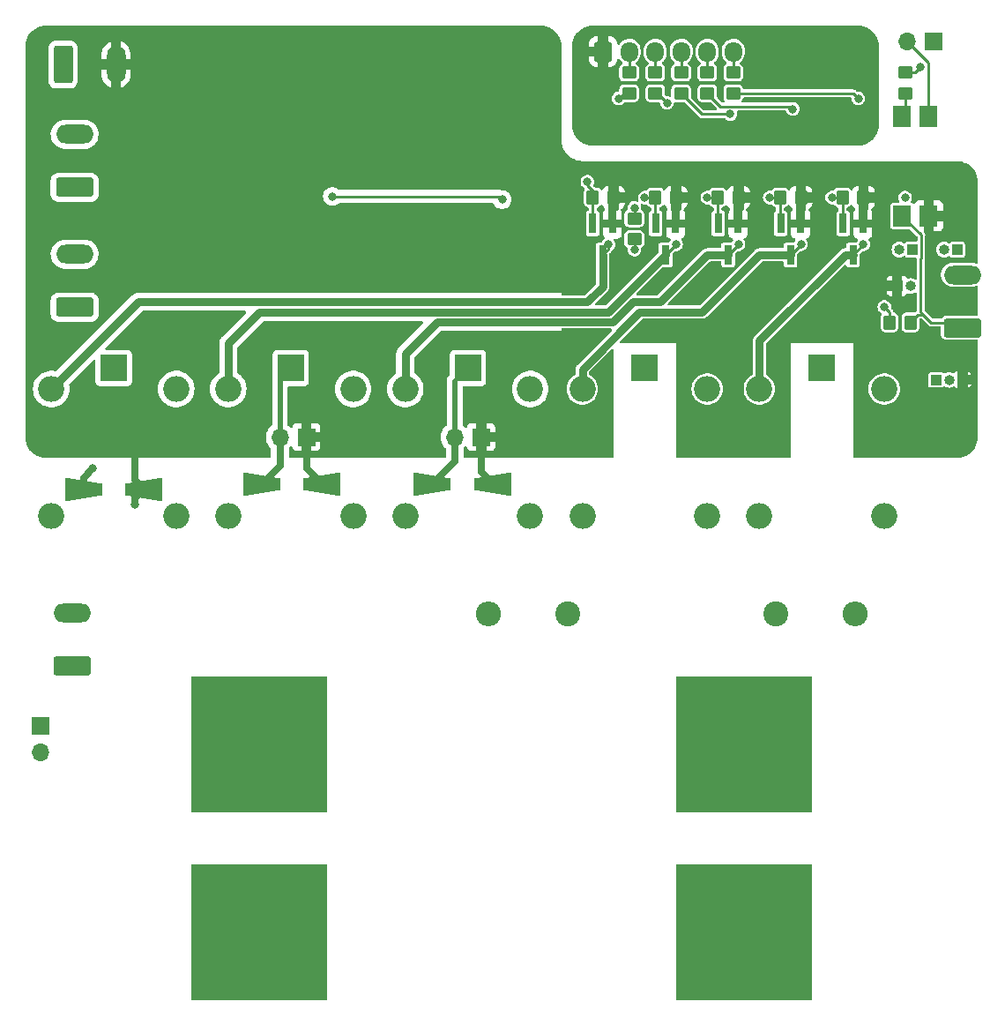
<source format=gbr>
%TF.GenerationSoftware,KiCad,Pcbnew,7.0.9*%
%TF.CreationDate,2024-06-03T15:21:11+05:30*%
%TF.ProjectId,Precharge,50726563-6861-4726-9765-2e6b69636164,rev?*%
%TF.SameCoordinates,Original*%
%TF.FileFunction,Copper,L2,Bot*%
%TF.FilePolarity,Positive*%
%FSLAX46Y46*%
G04 Gerber Fmt 4.6, Leading zero omitted, Abs format (unit mm)*
G04 Created by KiCad (PCBNEW 7.0.9) date 2024-06-03 15:21:11*
%MOMM*%
%LPD*%
G01*
G04 APERTURE LIST*
G04 Aperture macros list*
%AMRoundRect*
0 Rectangle with rounded corners*
0 $1 Rounding radius*
0 $2 $3 $4 $5 $6 $7 $8 $9 X,Y pos of 4 corners*
0 Add a 4 corners polygon primitive as box body*
4,1,4,$2,$3,$4,$5,$6,$7,$8,$9,$2,$3,0*
0 Add four circle primitives for the rounded corners*
1,1,$1+$1,$2,$3*
1,1,$1+$1,$4,$5*
1,1,$1+$1,$6,$7*
1,1,$1+$1,$8,$9*
0 Add four rect primitives between the rounded corners*
20,1,$1+$1,$2,$3,$4,$5,0*
20,1,$1+$1,$4,$5,$6,$7,0*
20,1,$1+$1,$6,$7,$8,$9,0*
20,1,$1+$1,$8,$9,$2,$3,0*%
%AMOutline4P*
0 Free polygon, 4 corners , with rotation*
0 The origin of the aperture is its center*
0 number of corners: always 4*
0 $1 to $8 corner X, Y*
0 $9 Rotation angle, in degrees counterclockwise*
0 create outline with 4 corners*
4,1,4,$1,$2,$3,$4,$5,$6,$7,$8,$1,$2,$9*%
G04 Aperture macros list end*
%TA.AperFunction,ComponentPad*%
%ADD10RoundRect,0.250000X1.550000X-0.650000X1.550000X0.650000X-1.550000X0.650000X-1.550000X-0.650000X0*%
%TD*%
%TA.AperFunction,ComponentPad*%
%ADD11O,3.600000X1.800000*%
%TD*%
%TA.AperFunction,ComponentPad*%
%ADD12RoundRect,0.250000X-0.600000X-0.725000X0.600000X-0.725000X0.600000X0.725000X-0.600000X0.725000X0*%
%TD*%
%TA.AperFunction,ComponentPad*%
%ADD13O,1.700000X1.950000*%
%TD*%
%TA.AperFunction,ComponentPad*%
%ADD14R,2.500000X2.500000*%
%TD*%
%TA.AperFunction,ComponentPad*%
%ADD15O,2.500000X2.500000*%
%TD*%
%TA.AperFunction,ComponentPad*%
%ADD16C,2.400000*%
%TD*%
%TA.AperFunction,ComponentPad*%
%ADD17O,2.400000X2.400000*%
%TD*%
%TA.AperFunction,ComponentPad*%
%ADD18R,13.000000X13.000000*%
%TD*%
%TA.AperFunction,ComponentPad*%
%ADD19RoundRect,0.250000X-0.650000X-1.550000X0.650000X-1.550000X0.650000X1.550000X-0.650000X1.550000X0*%
%TD*%
%TA.AperFunction,ComponentPad*%
%ADD20O,1.800000X3.600000*%
%TD*%
%TA.AperFunction,ComponentPad*%
%ADD21R,1.700000X1.700000*%
%TD*%
%TA.AperFunction,ComponentPad*%
%ADD22O,1.700000X1.700000*%
%TD*%
%TA.AperFunction,ComponentPad*%
%ADD23R,1.000000X1.000000*%
%TD*%
%TA.AperFunction,ComponentPad*%
%ADD24O,1.000000X1.000000*%
%TD*%
%TA.AperFunction,SMDPad,CuDef*%
%ADD25RoundRect,0.250000X0.350000X0.450000X-0.350000X0.450000X-0.350000X-0.450000X0.350000X-0.450000X0*%
%TD*%
%TA.AperFunction,SMDPad,CuDef*%
%ADD26R,0.800000X1.900000*%
%TD*%
%TA.AperFunction,SMDPad,CuDef*%
%ADD27RoundRect,0.250000X-0.450000X0.350000X-0.450000X-0.350000X0.450000X-0.350000X0.450000X0.350000X0*%
%TD*%
%TA.AperFunction,SMDPad,CuDef*%
%ADD28Outline4P,-1.800000X-1.150000X1.800000X-0.550000X1.800000X0.550000X-1.800000X1.150000X0.000000*%
%TD*%
%TA.AperFunction,SMDPad,CuDef*%
%ADD29Outline4P,-1.800000X-1.150000X1.800000X-0.550000X1.800000X0.550000X-1.800000X1.150000X180.000000*%
%TD*%
%TA.AperFunction,SMDPad,CuDef*%
%ADD30RoundRect,0.250000X-0.350000X-0.450000X0.350000X-0.450000X0.350000X0.450000X-0.350000X0.450000X0*%
%TD*%
%TA.AperFunction,SMDPad,CuDef*%
%ADD31R,1.780000X2.000000*%
%TD*%
%TA.AperFunction,SMDPad,CuDef*%
%ADD32RoundRect,0.250000X0.450000X-0.350000X0.450000X0.350000X-0.450000X0.350000X-0.450000X-0.350000X0*%
%TD*%
%TA.AperFunction,ViaPad*%
%ADD33C,0.800000*%
%TD*%
%TA.AperFunction,Conductor*%
%ADD34C,0.250000*%
%TD*%
%TA.AperFunction,Conductor*%
%ADD35C,0.750000*%
%TD*%
%TA.AperFunction,Conductor*%
%ADD36C,0.700000*%
%TD*%
%TA.AperFunction,Conductor*%
%ADD37C,0.500000*%
%TD*%
G04 APERTURE END LIST*
D10*
%TO.P,J4,1,Pin_1*%
%TO.N,/COM1*%
X42242500Y-40522500D03*
D11*
%TO.P,J4,2,Pin_2*%
%TO.N,Net-(J2-Pin_1)*%
X42242500Y-35442500D03*
%TD*%
D12*
%TO.P,J1,1,Pin_1*%
%TO.N,GNDD*%
X93000000Y-16000000D03*
D13*
%TO.P,J1,2,Pin_2*%
%TO.N,Net-(J1-Pin_2)*%
X95500000Y-16000000D03*
%TO.P,J1,3,Pin_3*%
%TO.N,Net-(J1-Pin_3)*%
X98000000Y-16000000D03*
%TO.P,J1,4,Pin_4*%
%TO.N,Net-(J1-Pin_4)*%
X100500000Y-16000000D03*
%TO.P,J1,5,Pin_5*%
%TO.N,Net-(J1-Pin_5)*%
X103000000Y-16000000D03*
%TO.P,J1,6,Pin_6*%
%TO.N,Net-(J1-Pin_6)*%
X105500000Y-16000000D03*
%TD*%
D14*
%TO.P,K5,1*%
%TO.N,/COM5*%
X114000000Y-46372500D03*
D15*
%TO.P,K5,2*%
%TO.N,Net-(D9-A)*%
X108000000Y-48372500D03*
%TO.P,K5,3*%
%TO.N,/NO5*%
X108000000Y-60572500D03*
%TO.P,K5,4*%
%TO.N,/NC5*%
X120000000Y-60572500D03*
%TO.P,K5,5*%
%TO.N,+12V*%
X120000000Y-48372500D03*
%TD*%
D16*
%TO.P,R9,1*%
%TO.N,/NO4*%
X89590000Y-70000000D03*
D17*
%TO.P,R9,2*%
%TO.N,Net-(H1-Pad1)*%
X81970000Y-70000000D03*
%TD*%
D18*
%TO.P,H4,1,1*%
%TO.N,/COM5*%
X106500000Y-100500000D03*
%TD*%
D19*
%TO.P,J3,1,Pin_1*%
%TO.N,+24V*%
X41137500Y-17242500D03*
D20*
%TO.P,J3,2,Pin_2*%
%TO.N,GND*%
X46217500Y-17242500D03*
%TD*%
D10*
%TO.P,J6,1,Pin_1*%
%TO.N,GND*%
X42000000Y-75000000D03*
D11*
%TO.P,J6,2,Pin_2*%
%TO.N,/NO1*%
X42000000Y-69920000D03*
%TD*%
D21*
%TO.P,J9,1,Pin_1*%
%TO.N,Net-(J9-Pin_1)*%
X124775000Y-15000000D03*
D22*
%TO.P,J9,2,Pin_2*%
%TO.N,Net-(J9-Pin_2)*%
X122235000Y-15000000D03*
%TD*%
D16*
%TO.P,R12,1*%
%TO.N,/NO5*%
X109590000Y-70000000D03*
D17*
%TO.P,R12,2*%
%TO.N,Net-(H3-Pad1)*%
X117210000Y-70000000D03*
%TD*%
D18*
%TO.P,H3,1,1*%
%TO.N,Net-(H3-Pad1)*%
X106500000Y-82500000D03*
%TD*%
D14*
%TO.P,K4,1*%
%TO.N,/COM4*%
X97000000Y-46372500D03*
D15*
%TO.P,K4,2*%
%TO.N,Net-(D8-A)*%
X91000000Y-48372500D03*
%TO.P,K4,3*%
%TO.N,/NO4*%
X91000000Y-60572500D03*
%TO.P,K4,4*%
%TO.N,/NC4*%
X103000000Y-60572500D03*
%TO.P,K4,5*%
%TO.N,+12V*%
X103000000Y-48372500D03*
%TD*%
D10*
%TO.P,J2,1,Pin_1*%
%TO.N,Net-(J2-Pin_1)*%
X42242500Y-29022500D03*
D11*
%TO.P,J2,2,Pin_2*%
%TO.N,+24V*%
X42242500Y-23942500D03*
%TD*%
D14*
%TO.P,K1,1*%
%TO.N,/COM1*%
X46000000Y-46372500D03*
D15*
%TO.P,K1,2*%
%TO.N,Net-(D1-A)*%
X40000000Y-48372500D03*
%TO.P,K1,3*%
%TO.N,/NO1*%
X40000000Y-60572500D03*
%TO.P,K1,4*%
%TO.N,/NC1*%
X52000000Y-60572500D03*
%TO.P,K1,5*%
%TO.N,+12V*%
X52000000Y-48372500D03*
%TD*%
D18*
%TO.P,H1,1,1*%
%TO.N,Net-(H1-Pad1)*%
X60000000Y-82500000D03*
%TD*%
D23*
%TO.P,J14,1,Pin_1*%
%TO.N,+12V*%
X124960000Y-47500000D03*
D24*
%TO.P,J14,2,Pin_2*%
%TO.N,Net-(J13-Pin_2)*%
X126230000Y-47500000D03*
%TO.P,J14,3,Pin_3*%
%TO.N,GND*%
X127500000Y-47500000D03*
%TD*%
D10*
%TO.P,J13,1,Pin_1*%
%TO.N,Net-(J13-Pin_1)*%
X127500000Y-42500000D03*
D11*
%TO.P,J13,2,Pin_2*%
%TO.N,Net-(J13-Pin_2)*%
X127500000Y-37420000D03*
%TD*%
D14*
%TO.P,K3,1*%
%TO.N,/COM3*%
X80000000Y-46372500D03*
D15*
%TO.P,K3,2*%
%TO.N,Net-(D5-A)*%
X74000000Y-48372500D03*
%TO.P,K3,3*%
%TO.N,/NO1*%
X74000000Y-60572500D03*
%TO.P,K3,4*%
%TO.N,/NC3*%
X86000000Y-60572500D03*
%TO.P,K3,5*%
%TO.N,+12V*%
X86000000Y-48372500D03*
%TD*%
D14*
%TO.P,K2,1*%
%TO.N,/COM2*%
X63000000Y-46372500D03*
D15*
%TO.P,K2,2*%
%TO.N,Net-(D2-A)*%
X57000000Y-48372500D03*
%TO.P,K2,3*%
%TO.N,/NO1*%
X57000000Y-60572500D03*
%TO.P,K2,4*%
%TO.N,/NC2*%
X69000000Y-60572500D03*
%TO.P,K2,5*%
%TO.N,+12V*%
X69000000Y-48372500D03*
%TD*%
D21*
%TO.P,J8,1,Pin_1*%
%TO.N,/NO1*%
X39000000Y-80725000D03*
D22*
%TO.P,J8,2,Pin_2*%
%TO.N,GND*%
X39000000Y-83265000D03*
%TD*%
D18*
%TO.P,H2,1,1*%
%TO.N,/COM4*%
X60000000Y-100500000D03*
%TD*%
D25*
%TO.P,R4,1*%
%TO.N,GND*%
X100000000Y-30000000D03*
%TO.P,R4,2*%
%TO.N,Net-(Q2-B)*%
X98000000Y-30000000D03*
%TD*%
D26*
%TO.P,Q5,1,B*%
%TO.N,Net-(Q5-B)*%
X116050000Y-32500000D03*
%TO.P,Q5,2,E*%
%TO.N,GND*%
X117950000Y-32500000D03*
%TO.P,Q5,3,C*%
%TO.N,Net-(D9-A)*%
X117000000Y-35500000D03*
%TD*%
D21*
%TO.P,J7,1,Pin_1*%
%TO.N,GND*%
X81275000Y-53000000D03*
D22*
%TO.P,J7,2,Pin_2*%
%TO.N,/COM3*%
X78735000Y-53000000D03*
%TD*%
D25*
%TO.P,R6,1*%
%TO.N,GND*%
X106000000Y-30000000D03*
%TO.P,R6,2*%
%TO.N,Net-(Q3-B)*%
X104000000Y-30000000D03*
%TD*%
%TO.P,R2,1*%
%TO.N,GND*%
X94000000Y-30000000D03*
%TO.P,R2,2*%
%TO.N,Net-(J10-Pin_1)*%
X92000000Y-30000000D03*
%TD*%
D26*
%TO.P,Q1,1,B*%
%TO.N,Net-(J10-Pin_1)*%
X92000000Y-32500000D03*
%TO.P,Q1,2,E*%
%TO.N,GND*%
X93900000Y-32500000D03*
%TO.P,Q1,3,C*%
%TO.N,Net-(D1-A)*%
X92950000Y-35500000D03*
%TD*%
%TO.P,Q4,1,B*%
%TO.N,Net-(Q4-B)*%
X110050000Y-32500000D03*
%TO.P,Q4,2,E*%
%TO.N,GND*%
X111950000Y-32500000D03*
%TO.P,Q4,3,C*%
%TO.N,Net-(D8-A)*%
X111000000Y-35500000D03*
%TD*%
D27*
%TO.P,R3,1*%
%TO.N,Net-(J1-Pin_3)*%
X98000000Y-18000000D03*
%TO.P,R3,2*%
%TO.N,Net-(R3-Pad2)*%
X98000000Y-20000000D03*
%TD*%
D21*
%TO.P,J5,1,Pin_1*%
%TO.N,GND*%
X64500000Y-53000000D03*
D22*
%TO.P,J5,2,Pin_2*%
%TO.N,/COM2*%
X61960000Y-53000000D03*
%TD*%
D28*
%TO.P,D6,1,K*%
%TO.N,/COM3*%
X76600000Y-57500000D03*
D29*
%TO.P,D6,2,A*%
%TO.N,GND*%
X82400000Y-57500000D03*
%TD*%
D27*
%TO.P,R14,1*%
%TO.N,Net-(R14-Pad1)*%
X96000000Y-32000000D03*
%TO.P,R14,2*%
%TO.N,+12V*%
X96000000Y-34000000D03*
%TD*%
%TO.P,R5,1*%
%TO.N,Net-(J1-Pin_4)*%
X100500000Y-18000000D03*
%TO.P,R5,2*%
%TO.N,Net-(R5-Pad2)*%
X100500000Y-20000000D03*
%TD*%
D23*
%TO.P,J10,1,Pin_1*%
%TO.N,Net-(J10-Pin_1)*%
X127000000Y-35000000D03*
D24*
%TO.P,J10,2,Pin_2*%
%TO.N,Net-(J10-Pin_2)*%
X125730000Y-35000000D03*
%TD*%
D30*
%TO.P,R17,1*%
%TO.N,+12V*%
X120500000Y-42000000D03*
%TO.P,R17,2*%
%TO.N,Net-(J13-Pin_1)*%
X122500000Y-42000000D03*
%TD*%
D23*
%TO.P,J12,1,Pin_1*%
%TO.N,Net-(J10-Pin_1)*%
X122730000Y-35000000D03*
D24*
%TO.P,J12,2,Pin_2*%
%TO.N,Net-(J11-Pin_2)*%
X121460000Y-35000000D03*
%TD*%
D27*
%TO.P,R10,1*%
%TO.N,Net-(J1-Pin_6)*%
X105500000Y-18000000D03*
%TO.P,R10,2*%
%TO.N,Net-(R10-Pad2)*%
X105500000Y-20000000D03*
%TD*%
D28*
%TO.P,D3,1,K*%
%TO.N,/NO1*%
X43100000Y-58000000D03*
D29*
%TO.P,D3,2,A*%
%TO.N,GND*%
X48900000Y-58000000D03*
%TD*%
D28*
%TO.P,D4,1,K*%
%TO.N,/COM2*%
X60200000Y-57500000D03*
D29*
%TO.P,D4,2,A*%
%TO.N,GND*%
X66000000Y-57500000D03*
%TD*%
D27*
%TO.P,R7,1*%
%TO.N,Net-(J1-Pin_5)*%
X103000000Y-18000000D03*
%TO.P,R7,2*%
%TO.N,Net-(R7-Pad2)*%
X103000000Y-20000000D03*
%TD*%
D26*
%TO.P,Q2,1,B*%
%TO.N,Net-(Q2-B)*%
X98050000Y-32500000D03*
%TO.P,Q2,2,E*%
%TO.N,GND*%
X99950000Y-32500000D03*
%TO.P,Q2,3,C*%
%TO.N,Net-(D2-A)*%
X99000000Y-35500000D03*
%TD*%
D25*
%TO.P,R11,1*%
%TO.N,GND*%
X118000000Y-30000000D03*
%TO.P,R11,2*%
%TO.N,Net-(Q5-B)*%
X116000000Y-30000000D03*
%TD*%
D31*
%TO.P,U8,1*%
%TO.N,Net-(R16-Pad1)*%
X121730000Y-22235000D03*
%TO.P,U8,2*%
%TO.N,Net-(J9-Pin_2)*%
X124270000Y-22235000D03*
%TO.P,U8,3*%
%TO.N,GND*%
X124270000Y-31765000D03*
%TO.P,U8,4*%
%TO.N,Net-(J13-Pin_1)*%
X121730000Y-31765000D03*
%TD*%
D26*
%TO.P,Q3,1,B*%
%TO.N,Net-(Q3-B)*%
X104050000Y-32500000D03*
%TO.P,Q3,2,E*%
%TO.N,GND*%
X105950000Y-32500000D03*
%TO.P,Q3,3,C*%
%TO.N,Net-(D5-A)*%
X105000000Y-35500000D03*
%TD*%
D32*
%TO.P,R16,1*%
%TO.N,Net-(R16-Pad1)*%
X122000000Y-20000000D03*
%TO.P,R16,2*%
%TO.N,Net-(J9-Pin_1)*%
X122000000Y-18000000D03*
%TD*%
D23*
%TO.P,J11,1,Pin_1*%
%TO.N,GND*%
X121230000Y-38500000D03*
D24*
%TO.P,J11,2,Pin_2*%
%TO.N,Net-(J11-Pin_2)*%
X122500000Y-38500000D03*
%TD*%
D25*
%TO.P,R8,1*%
%TO.N,GND*%
X112000000Y-30000000D03*
%TO.P,R8,2*%
%TO.N,Net-(Q4-B)*%
X110000000Y-30000000D03*
%TD*%
D27*
%TO.P,R1,1*%
%TO.N,Net-(J1-Pin_2)*%
X95500000Y-18000000D03*
%TO.P,R1,2*%
%TO.N,Net-(R1-Pad2)*%
X95500000Y-20000000D03*
%TD*%
D33*
%TO.N,+12V*%
X120000000Y-40500000D03*
X96000000Y-35000000D03*
X67000000Y-29900500D03*
X83301250Y-30198750D03*
%TO.N,Net-(D1-A)*%
X93500000Y-34500000D03*
%TO.N,GND*%
X56000000Y-16500000D03*
X61500000Y-18500000D03*
X58500000Y-24000000D03*
X61500000Y-20000000D03*
X66000000Y-18500000D03*
X48000000Y-59500000D03*
X86500000Y-16000000D03*
X66000000Y-20000000D03*
X86500000Y-22000000D03*
X69000000Y-18500000D03*
X86500000Y-19000000D03*
X77500000Y-31000000D03*
X64000000Y-20000000D03*
X66000000Y-16000000D03*
X69500000Y-27500000D03*
X64000000Y-18500000D03*
X64000000Y-16000000D03*
X69000000Y-16000000D03*
X61500000Y-16000000D03*
X69000000Y-20000000D03*
X70500000Y-35500000D03*
%TO.N,Net-(R1-Pad2)*%
X94500000Y-20500000D03*
%TO.N,Net-(D2-A)*%
X100000000Y-34500000D03*
%TO.N,Net-(D5-A)*%
X106000000Y-34500000D03*
%TO.N,/NO1*%
X44000000Y-56000000D03*
%TO.N,Net-(Q2-B)*%
X97000000Y-30000000D03*
%TO.N,Net-(Q3-B)*%
X103000000Y-30000000D03*
%TO.N,Net-(R3-Pad2)*%
X99129878Y-20919681D03*
%TO.N,Net-(R5-Pad2)*%
X105219502Y-22000000D03*
%TO.N,Net-(D8-A)*%
X112000000Y-34500000D03*
%TO.N,Net-(D9-A)*%
X118000000Y-34500000D03*
%TO.N,Net-(Q4-B)*%
X109000000Y-30000000D03*
%TO.N,Net-(Q5-B)*%
X115000000Y-30000000D03*
%TO.N,Net-(R7-Pad2)*%
X111219502Y-21500000D03*
%TO.N,Net-(R10-Pad2)*%
X117500000Y-20500000D03*
%TO.N,Net-(J9-Pin_1)*%
X123500000Y-17500000D03*
%TO.N,Net-(R14-Pad1)*%
X96000000Y-31000000D03*
%TO.N,Net-(J10-Pin_1)*%
X91487701Y-28487701D03*
%TO.N,Net-(J11-Pin_2)*%
X122000000Y-30000000D03*
%TD*%
D34*
%TO.N,+12V*%
X67000000Y-29900500D02*
X83003000Y-29900500D01*
X83003000Y-29900500D02*
X83301250Y-30198750D01*
X120500000Y-42000000D02*
X120500000Y-41000000D01*
X120500000Y-41000000D02*
X120000000Y-40500000D01*
X96000000Y-34000000D02*
X96000000Y-35000000D01*
D35*
%TO.N,Net-(D1-A)*%
X91500000Y-40000000D02*
X92950000Y-38550000D01*
X40000000Y-48372500D02*
X48372500Y-40000000D01*
D34*
X93500000Y-34500000D02*
X93500000Y-34950000D01*
D35*
X48372500Y-40000000D02*
X91500000Y-40000000D01*
X92950000Y-38550000D02*
X92950000Y-35500000D01*
D34*
X93500000Y-34950000D02*
X92950000Y-35500000D01*
%TO.N,Net-(J1-Pin_2)*%
X95500000Y-18000000D02*
X95500000Y-16000000D01*
D36*
%TO.N,GND*%
X66000000Y-57500000D02*
X64500000Y-56000000D01*
X64500000Y-56000000D02*
X64500000Y-53000000D01*
X48000000Y-58900000D02*
X48900000Y-58000000D01*
X48000000Y-59500000D02*
X48000000Y-58900000D01*
X48900000Y-58000000D02*
X48000000Y-57100000D01*
X82400000Y-57500000D02*
X81275000Y-56375000D01*
X48000000Y-57100000D02*
X48000000Y-54500000D01*
X81275000Y-56375000D02*
X81275000Y-53000000D01*
D34*
%TO.N,Net-(R1-Pad2)*%
X95500000Y-20000000D02*
X95000000Y-20000000D01*
X95000000Y-20000000D02*
X94500000Y-20500000D01*
D35*
%TO.N,Net-(D2-A)*%
X57000000Y-44000000D02*
X60000000Y-41000000D01*
X93500000Y-41000000D02*
X99000000Y-35500000D01*
X57000000Y-48372500D02*
X57000000Y-44000000D01*
D34*
X100000000Y-34500000D02*
X99000000Y-35500000D01*
D35*
X60000000Y-41000000D02*
X93500000Y-41000000D01*
D37*
%TO.N,/COM2*%
X61960000Y-53000000D02*
X61960000Y-47412500D01*
D34*
X61960000Y-47412500D02*
X63000000Y-46372500D01*
D36*
X60200000Y-57500000D02*
X61960000Y-55740000D01*
X61960000Y-55740000D02*
X61960000Y-53000000D01*
D34*
%TO.N,Net-(D5-A)*%
X106000000Y-34500000D02*
X105000000Y-35500000D01*
D35*
X77050000Y-41950000D02*
X93893502Y-41950000D01*
X95843502Y-40000000D02*
X98500000Y-40000000D01*
X74000000Y-48372500D02*
X74000000Y-45000000D01*
X103000000Y-35500000D02*
X105000000Y-35500000D01*
X74000000Y-45000000D02*
X77050000Y-41950000D01*
X93893502Y-41950000D02*
X95843502Y-40000000D01*
X98500000Y-40000000D02*
X103000000Y-35500000D01*
D37*
%TO.N,/COM3*%
X78735000Y-53000000D02*
X78735000Y-47637500D01*
D36*
X76600000Y-57500000D02*
X78735000Y-55365000D01*
X78735000Y-55365000D02*
X78735000Y-53000000D01*
D34*
X78735000Y-47637500D02*
X80000000Y-46372500D01*
%TO.N,Net-(J1-Pin_3)*%
X98000000Y-18000000D02*
X98000000Y-16000000D01*
%TO.N,Net-(J1-Pin_4)*%
X100500000Y-18000000D02*
X100500000Y-16000000D01*
D36*
%TO.N,/NO1*%
X43100000Y-56900000D02*
X43100000Y-58000000D01*
X44000000Y-56000000D02*
X43100000Y-56900000D01*
D34*
%TO.N,Net-(Q2-B)*%
X98000000Y-32450000D02*
X98050000Y-32500000D01*
X97000000Y-30000000D02*
X98000000Y-30000000D01*
X98000000Y-30000000D02*
X98000000Y-32450000D01*
%TO.N,Net-(Q3-B)*%
X104000000Y-30000000D02*
X104000000Y-32450000D01*
X103000000Y-30000000D02*
X104000000Y-30000000D01*
X104000000Y-32450000D02*
X104050000Y-32500000D01*
%TO.N,Net-(R3-Pad2)*%
X98000000Y-20000000D02*
X98210197Y-20000000D01*
X98210197Y-20000000D02*
X99129878Y-20919681D01*
%TO.N,Net-(R5-Pad2)*%
X100500000Y-20000000D02*
X102500000Y-22000000D01*
X102500000Y-22000000D02*
X105219502Y-22000000D01*
D35*
%TO.N,Net-(D8-A)*%
X91000000Y-46500000D02*
X96500000Y-41000000D01*
X102500000Y-41000000D02*
X108000000Y-35500000D01*
D34*
X112000000Y-34500000D02*
X111000000Y-35500000D01*
D35*
X108000000Y-35500000D02*
X111000000Y-35500000D01*
X91000000Y-48372500D02*
X91000000Y-46500000D01*
X96500000Y-41000000D02*
X102500000Y-41000000D01*
D34*
%TO.N,Net-(D9-A)*%
X118000000Y-34500000D02*
X117000000Y-35500000D01*
D35*
X108000000Y-43750000D02*
X116250000Y-35500000D01*
X108000000Y-48372500D02*
X108000000Y-43750000D01*
X116250000Y-35500000D02*
X117000000Y-35500000D01*
D34*
%TO.N,Net-(J1-Pin_5)*%
X103000000Y-18000000D02*
X103000000Y-16000000D01*
%TO.N,Net-(J1-Pin_6)*%
X105500000Y-18000000D02*
X105500000Y-16000000D01*
%TO.N,Net-(Q4-B)*%
X109000000Y-30000000D02*
X110000000Y-30000000D01*
X110000000Y-30000000D02*
X110000000Y-32450000D01*
X110000000Y-32450000D02*
X110050000Y-32500000D01*
%TO.N,Net-(Q5-B)*%
X116000000Y-32450000D02*
X116050000Y-32500000D01*
X116000000Y-30000000D02*
X116000000Y-32450000D01*
X115000000Y-30000000D02*
X116000000Y-30000000D01*
%TO.N,Net-(R7-Pad2)*%
X104275000Y-21275000D02*
X110994502Y-21275000D01*
X110994502Y-21275000D02*
X111219502Y-21500000D01*
X103000000Y-20000000D02*
X104275000Y-21275000D01*
%TO.N,Net-(R10-Pad2)*%
X117000000Y-20000000D02*
X117500000Y-20500000D01*
X105500000Y-20000000D02*
X117000000Y-20000000D01*
%TO.N,Net-(J9-Pin_1)*%
X123000000Y-18000000D02*
X123500000Y-17500000D01*
X122000000Y-18000000D02*
X123000000Y-18000000D01*
%TO.N,Net-(J9-Pin_2)*%
X124270000Y-17035000D02*
X122235000Y-15000000D01*
X124270000Y-22235000D02*
X124270000Y-17035000D01*
%TO.N,Net-(R14-Pad1)*%
X96000000Y-31000000D02*
X96000000Y-32000000D01*
%TO.N,Net-(J10-Pin_1)*%
X91487701Y-28851305D02*
X92318198Y-29681802D01*
X91487701Y-28487701D02*
X91487701Y-28851305D01*
X92000000Y-30000000D02*
X92000000Y-32500000D01*
%TO.N,Net-(J13-Pin_1)*%
X123555000Y-33590000D02*
X123555000Y-35825000D01*
X122500000Y-42000000D02*
X123250000Y-41250000D01*
X127000000Y-42000000D02*
X127500000Y-42500000D01*
X123555000Y-35825000D02*
X123500000Y-35880000D01*
X123250000Y-41250000D02*
X123750000Y-41250000D01*
X123500000Y-35880000D02*
X123500000Y-41000000D01*
X121730000Y-31765000D02*
X123555000Y-33590000D01*
X123500000Y-41000000D02*
X123750000Y-41250000D01*
X123750000Y-41250000D02*
X124500000Y-42000000D01*
X124500000Y-42000000D02*
X127000000Y-42000000D01*
%TO.N,Net-(R16-Pad1)*%
X122000000Y-20000000D02*
X122000000Y-21965000D01*
X122000000Y-21965000D02*
X121730000Y-22235000D01*
%TD*%
%TA.AperFunction,Conductor*%
%TO.N,GND*%
G36*
X87002208Y-13500157D02*
G01*
X87275790Y-13519724D01*
X87293291Y-13522241D01*
X87554803Y-13579129D01*
X87571762Y-13584108D01*
X87822524Y-13677638D01*
X87838616Y-13684987D01*
X88073501Y-13813244D01*
X88088375Y-13822802D01*
X88302624Y-13983188D01*
X88315994Y-13994774D01*
X88505225Y-14184005D01*
X88516811Y-14197375D01*
X88677193Y-14411619D01*
X88686758Y-14426503D01*
X88815011Y-14661382D01*
X88822361Y-14677475D01*
X88915888Y-14928229D01*
X88920872Y-14945205D01*
X88977757Y-15206702D01*
X88980275Y-15224214D01*
X88999842Y-15497789D01*
X89000000Y-15502213D01*
X89000000Y-24500000D01*
X89020357Y-24784635D01*
X89075056Y-25036078D01*
X89081014Y-25063465D01*
X89120591Y-25169575D01*
X89180736Y-25330831D01*
X89180738Y-25330835D01*
X89317489Y-25581276D01*
X89317490Y-25581277D01*
X89317493Y-25581282D01*
X89488501Y-25809721D01*
X89488505Y-25809725D01*
X89488510Y-25809731D01*
X89690268Y-26011489D01*
X89690274Y-26011494D01*
X89690279Y-26011499D01*
X89918718Y-26182507D01*
X89918722Y-26182509D01*
X89918723Y-26182510D01*
X90169164Y-26319261D01*
X90169168Y-26319263D01*
X90169170Y-26319264D01*
X90436535Y-26418986D01*
X90575952Y-26449314D01*
X90715364Y-26479642D01*
X90715366Y-26479642D01*
X90715370Y-26479643D01*
X91000000Y-26500000D01*
X89000000Y-26500000D01*
X89000000Y-39124500D01*
X48410600Y-39124500D01*
X48405565Y-39124295D01*
X48348654Y-39119660D01*
X48266058Y-39130914D01*
X48183180Y-39139927D01*
X48182990Y-39139992D01*
X48160165Y-39145341D01*
X48159966Y-39145368D01*
X48081705Y-39174119D01*
X48002720Y-39200732D01*
X48002717Y-39200734D01*
X48002540Y-39200841D01*
X47981411Y-39210965D01*
X47981213Y-39211037D01*
X47910963Y-39255940D01*
X47839543Y-39298912D01*
X47839541Y-39298914D01*
X47839390Y-39299058D01*
X47820936Y-39313485D01*
X47820760Y-39313597D01*
X47820755Y-39313601D01*
X47761802Y-39372552D01*
X47701296Y-39429867D01*
X47701292Y-39429871D01*
X47701181Y-39430036D01*
X47686237Y-39448117D01*
X40506354Y-46628000D01*
X40445031Y-46661485D01*
X40395287Y-46661234D01*
X40395203Y-46661796D01*
X40391343Y-46661214D01*
X40391091Y-46661213D01*
X40390615Y-46661104D01*
X40131187Y-46622000D01*
X40131182Y-46622000D01*
X39868818Y-46622000D01*
X39868812Y-46622000D01*
X39707247Y-46646353D01*
X39609385Y-46661104D01*
X39609382Y-46661105D01*
X39609376Y-46661106D01*
X39358673Y-46738438D01*
X39122303Y-46852267D01*
X39122302Y-46852268D01*
X38905520Y-47000067D01*
X38713198Y-47178514D01*
X38549614Y-47383643D01*
X38418432Y-47610856D01*
X38322582Y-47855078D01*
X38322576Y-47855097D01*
X38264197Y-48110874D01*
X38264196Y-48110879D01*
X38244592Y-48372495D01*
X38244592Y-48372504D01*
X38264196Y-48634120D01*
X38264197Y-48634125D01*
X38322576Y-48889902D01*
X38322578Y-48889911D01*
X38322580Y-48889916D01*
X38418432Y-49134143D01*
X38549614Y-49361357D01*
X38681736Y-49527033D01*
X38713198Y-49566485D01*
X38894753Y-49734941D01*
X38905521Y-49744933D01*
X39122296Y-49892728D01*
X39122301Y-49892730D01*
X39122302Y-49892731D01*
X39122303Y-49892732D01*
X39247843Y-49953188D01*
X39358673Y-50006561D01*
X39358674Y-50006561D01*
X39358677Y-50006563D01*
X39609385Y-50083896D01*
X39868818Y-50123000D01*
X40131182Y-50123000D01*
X40390615Y-50083896D01*
X40641323Y-50006563D01*
X40877704Y-49892728D01*
X41094479Y-49744933D01*
X41286805Y-49566481D01*
X41450386Y-49361357D01*
X41581568Y-49134143D01*
X41677420Y-48889916D01*
X41735802Y-48634130D01*
X41755408Y-48372504D01*
X50244592Y-48372504D01*
X50264196Y-48634120D01*
X50264197Y-48634125D01*
X50322576Y-48889902D01*
X50322578Y-48889911D01*
X50322580Y-48889916D01*
X50418432Y-49134143D01*
X50549614Y-49361357D01*
X50681736Y-49527033D01*
X50713198Y-49566485D01*
X50894753Y-49734941D01*
X50905521Y-49744933D01*
X51122296Y-49892728D01*
X51122301Y-49892730D01*
X51122302Y-49892731D01*
X51122303Y-49892732D01*
X51247843Y-49953188D01*
X51358673Y-50006561D01*
X51358674Y-50006561D01*
X51358677Y-50006563D01*
X51609385Y-50083896D01*
X51868818Y-50123000D01*
X52131182Y-50123000D01*
X52390615Y-50083896D01*
X52641323Y-50006563D01*
X52877704Y-49892728D01*
X53094479Y-49744933D01*
X53286805Y-49566481D01*
X53450386Y-49361357D01*
X53581568Y-49134143D01*
X53677420Y-48889916D01*
X53735802Y-48634130D01*
X53755408Y-48372500D01*
X53746003Y-48246999D01*
X53735803Y-48110879D01*
X53735802Y-48110874D01*
X53735802Y-48110870D01*
X53677420Y-47855084D01*
X53581568Y-47610857D01*
X53450386Y-47383643D01*
X53286805Y-47178519D01*
X53286804Y-47178518D01*
X53286801Y-47178514D01*
X53094479Y-47000067D01*
X53006214Y-46939889D01*
X52877704Y-46852272D01*
X52877700Y-46852270D01*
X52877697Y-46852268D01*
X52877696Y-46852267D01*
X52641325Y-46738438D01*
X52641327Y-46738438D01*
X52390623Y-46661106D01*
X52390619Y-46661105D01*
X52390615Y-46661104D01*
X52265823Y-46642294D01*
X52131187Y-46622000D01*
X52131182Y-46622000D01*
X51868818Y-46622000D01*
X51868812Y-46622000D01*
X51707247Y-46646353D01*
X51609385Y-46661104D01*
X51609382Y-46661105D01*
X51609376Y-46661106D01*
X51358673Y-46738438D01*
X51122303Y-46852267D01*
X51122302Y-46852268D01*
X50905520Y-47000067D01*
X50713198Y-47178514D01*
X50549614Y-47383643D01*
X50418432Y-47610856D01*
X50322582Y-47855078D01*
X50322576Y-47855097D01*
X50264197Y-48110874D01*
X50264196Y-48110879D01*
X50244592Y-48372495D01*
X50244592Y-48372504D01*
X41755408Y-48372504D01*
X41755408Y-48372500D01*
X41755408Y-48372495D01*
X41735803Y-48110877D01*
X41735802Y-48110873D01*
X41735802Y-48110870D01*
X41707190Y-47985515D01*
X41711463Y-47915777D01*
X41740398Y-47870244D01*
X44037821Y-45572821D01*
X44099142Y-45539338D01*
X44168834Y-45544322D01*
X44224767Y-45586194D01*
X44249184Y-45651658D01*
X44249500Y-45660504D01*
X44249500Y-47670370D01*
X44249501Y-47670376D01*
X44255908Y-47729983D01*
X44306202Y-47864828D01*
X44306206Y-47864835D01*
X44392452Y-47980044D01*
X44392455Y-47980047D01*
X44507664Y-48066293D01*
X44507671Y-48066297D01*
X44642517Y-48116591D01*
X44642516Y-48116591D01*
X44649444Y-48117335D01*
X44702127Y-48123000D01*
X47297872Y-48122999D01*
X47357483Y-48116591D01*
X47492331Y-48066296D01*
X47607546Y-47980046D01*
X47693796Y-47864831D01*
X47744091Y-47729983D01*
X47750500Y-47670373D01*
X47750499Y-45074628D01*
X47744091Y-45015017D01*
X47709145Y-44921323D01*
X47693797Y-44880171D01*
X47693793Y-44880164D01*
X47607547Y-44764955D01*
X47607544Y-44764952D01*
X47492335Y-44678706D01*
X47492328Y-44678702D01*
X47357482Y-44628408D01*
X47357483Y-44628408D01*
X47297883Y-44622001D01*
X47297881Y-44622000D01*
X47297873Y-44622000D01*
X47297865Y-44622000D01*
X45288005Y-44622000D01*
X45220966Y-44602315D01*
X45175211Y-44549511D01*
X45165267Y-44480353D01*
X45194292Y-44416797D01*
X45200324Y-44410319D01*
X48698825Y-40911819D01*
X48760148Y-40878334D01*
X48786506Y-40875500D01*
X58586994Y-40875500D01*
X58654033Y-40895185D01*
X58699788Y-40947989D01*
X58709732Y-41017147D01*
X58680707Y-41080703D01*
X58674675Y-41087181D01*
X56407873Y-43353982D01*
X56404170Y-43357396D01*
X56360641Y-43394370D01*
X56310191Y-43460737D01*
X56257970Y-43525701D01*
X56257968Y-43525704D01*
X56257879Y-43525885D01*
X56245529Y-43545796D01*
X56245400Y-43545964D01*
X56245397Y-43545970D01*
X56224605Y-43590913D01*
X56210389Y-43621640D01*
X56191798Y-43659124D01*
X56173359Y-43696305D01*
X56173354Y-43696319D01*
X56173309Y-43696503D01*
X56165527Y-43718609D01*
X56165441Y-43718794D01*
X56165438Y-43718803D01*
X56147514Y-43800229D01*
X56127399Y-43881113D01*
X56127394Y-43881310D01*
X56124545Y-43904575D01*
X56124500Y-43904778D01*
X56124500Y-43988160D01*
X56122243Y-44071473D01*
X56122278Y-44071655D01*
X56124500Y-44095023D01*
X56124500Y-46785233D01*
X56104815Y-46852272D01*
X56070352Y-46887686D01*
X55905524Y-47000064D01*
X55713198Y-47178514D01*
X55549614Y-47383643D01*
X55418432Y-47610856D01*
X55322582Y-47855078D01*
X55322576Y-47855097D01*
X55264197Y-48110874D01*
X55264196Y-48110879D01*
X55244592Y-48372495D01*
X55244592Y-48372504D01*
X55264196Y-48634120D01*
X55264197Y-48634125D01*
X55322576Y-48889902D01*
X55322578Y-48889911D01*
X55322580Y-48889916D01*
X55418432Y-49134143D01*
X55549614Y-49361357D01*
X55681736Y-49527033D01*
X55713198Y-49566485D01*
X55894753Y-49734941D01*
X55905521Y-49744933D01*
X56122296Y-49892728D01*
X56122301Y-49892730D01*
X56122302Y-49892731D01*
X56122303Y-49892732D01*
X56247843Y-49953188D01*
X56358673Y-50006561D01*
X56358674Y-50006561D01*
X56358677Y-50006563D01*
X56609385Y-50083896D01*
X56868818Y-50123000D01*
X57131182Y-50123000D01*
X57390615Y-50083896D01*
X57641323Y-50006563D01*
X57877704Y-49892728D01*
X58094479Y-49744933D01*
X58286805Y-49566481D01*
X58450386Y-49361357D01*
X58581568Y-49134143D01*
X58677420Y-48889916D01*
X58735802Y-48634130D01*
X58755408Y-48372500D01*
X58746003Y-48246999D01*
X58735803Y-48110879D01*
X58735802Y-48110874D01*
X58735802Y-48110870D01*
X58677420Y-47855084D01*
X58581568Y-47610857D01*
X58450386Y-47383643D01*
X58286805Y-47178519D01*
X58286804Y-47178518D01*
X58286801Y-47178514D01*
X58162627Y-47063299D01*
X58094479Y-47000067D01*
X58094475Y-47000064D01*
X57929648Y-46887686D01*
X57885346Y-46833657D01*
X57875500Y-46785233D01*
X57875500Y-44414006D01*
X57895185Y-44346967D01*
X57911819Y-44326325D01*
X60326325Y-41911819D01*
X60387648Y-41878334D01*
X60414006Y-41875500D01*
X75586994Y-41875500D01*
X75654033Y-41895185D01*
X75699788Y-41947989D01*
X75709732Y-42017147D01*
X75680707Y-42080703D01*
X75674675Y-42087181D01*
X73407873Y-44353982D01*
X73404170Y-44357396D01*
X73360641Y-44394370D01*
X73310191Y-44460737D01*
X73257970Y-44525701D01*
X73257968Y-44525704D01*
X73257879Y-44525885D01*
X73245529Y-44545796D01*
X73245400Y-44545964D01*
X73245397Y-44545970D01*
X73224605Y-44590913D01*
X73210389Y-44621640D01*
X73191798Y-44659124D01*
X73173359Y-44696305D01*
X73173354Y-44696319D01*
X73173309Y-44696503D01*
X73165527Y-44718609D01*
X73165441Y-44718794D01*
X73165438Y-44718803D01*
X73147514Y-44800229D01*
X73127399Y-44881113D01*
X73127394Y-44881310D01*
X73124545Y-44904575D01*
X73124500Y-44904778D01*
X73124500Y-44988160D01*
X73122243Y-45071473D01*
X73122278Y-45071655D01*
X73124500Y-45095023D01*
X73124500Y-46785233D01*
X73104815Y-46852272D01*
X73070352Y-46887686D01*
X72905524Y-47000064D01*
X72713198Y-47178514D01*
X72549614Y-47383643D01*
X72418432Y-47610856D01*
X72322582Y-47855078D01*
X72322576Y-47855097D01*
X72264197Y-48110874D01*
X72264196Y-48110879D01*
X72244592Y-48372495D01*
X72244592Y-48372504D01*
X72264196Y-48634120D01*
X72264197Y-48634125D01*
X72322576Y-48889902D01*
X72322578Y-48889911D01*
X72322580Y-48889916D01*
X72418432Y-49134143D01*
X72549614Y-49361357D01*
X72681736Y-49527033D01*
X72713198Y-49566485D01*
X72894753Y-49734941D01*
X72905521Y-49744933D01*
X73122296Y-49892728D01*
X73122301Y-49892730D01*
X73122302Y-49892731D01*
X73122303Y-49892732D01*
X73247843Y-49953188D01*
X73358673Y-50006561D01*
X73358674Y-50006561D01*
X73358677Y-50006563D01*
X73609385Y-50083896D01*
X73868818Y-50123000D01*
X74131182Y-50123000D01*
X74390615Y-50083896D01*
X74641323Y-50006563D01*
X74877704Y-49892728D01*
X75094479Y-49744933D01*
X75286805Y-49566481D01*
X75450386Y-49361357D01*
X75581568Y-49134143D01*
X75677420Y-48889916D01*
X75735802Y-48634130D01*
X75755408Y-48372500D01*
X75746003Y-48246999D01*
X75735803Y-48110879D01*
X75735802Y-48110874D01*
X75735802Y-48110870D01*
X75677420Y-47855084D01*
X75581568Y-47610857D01*
X75450386Y-47383643D01*
X75286805Y-47178519D01*
X75286804Y-47178518D01*
X75286801Y-47178514D01*
X75162627Y-47063299D01*
X75094479Y-47000067D01*
X75094475Y-47000064D01*
X74929648Y-46887686D01*
X74885346Y-46833657D01*
X74875500Y-46785233D01*
X74875500Y-45414006D01*
X74895185Y-45346967D01*
X74911819Y-45326325D01*
X77376325Y-42861819D01*
X77437648Y-42828334D01*
X77464006Y-42825500D01*
X89000000Y-42825500D01*
X89000000Y-55000000D01*
X79709500Y-55000000D01*
X79642461Y-54980315D01*
X79596706Y-54927511D01*
X79585500Y-54876000D01*
X79585500Y-54110758D01*
X79605185Y-54043719D01*
X79621813Y-54023082D01*
X79728717Y-53916178D01*
X79790036Y-53882696D01*
X79859728Y-53887680D01*
X79915662Y-53929551D01*
X79932577Y-53960528D01*
X79981646Y-54092088D01*
X79981649Y-54092093D01*
X80067809Y-54207187D01*
X80067812Y-54207190D01*
X80182906Y-54293350D01*
X80182913Y-54293354D01*
X80317620Y-54343596D01*
X80317627Y-54343598D01*
X80377155Y-54349999D01*
X80377172Y-54350000D01*
X80775000Y-54350000D01*
X80775000Y-53071889D01*
X80815507Y-53209844D01*
X80893239Y-53330798D01*
X81001900Y-53424952D01*
X81132685Y-53484680D01*
X81239237Y-53500000D01*
X81310763Y-53500000D01*
X81775000Y-53500000D01*
X81775000Y-54350000D01*
X82172828Y-54350000D01*
X82172844Y-54349999D01*
X82232372Y-54343598D01*
X82232379Y-54343596D01*
X82367086Y-54293354D01*
X82367093Y-54293350D01*
X82482187Y-54207190D01*
X82482190Y-54207187D01*
X82568350Y-54092093D01*
X82568354Y-54092086D01*
X82618596Y-53957379D01*
X82618598Y-53957372D01*
X82624999Y-53897844D01*
X82625000Y-53897827D01*
X82625000Y-53500000D01*
X81775000Y-53500000D01*
X81310763Y-53500000D01*
X81417315Y-53484680D01*
X81548100Y-53424952D01*
X81656761Y-53330798D01*
X81734493Y-53209844D01*
X81775000Y-53071889D01*
X81775000Y-52928111D01*
X81734493Y-52790156D01*
X81656761Y-52669202D01*
X81548100Y-52575048D01*
X81417315Y-52515320D01*
X81310763Y-52500000D01*
X81239237Y-52500000D01*
X81132685Y-52515320D01*
X81001900Y-52575048D01*
X80893239Y-52669202D01*
X80815507Y-52790156D01*
X80775000Y-52928111D01*
X80775000Y-51650000D01*
X81775000Y-51650000D01*
X81775000Y-52500000D01*
X82625000Y-52500000D01*
X82625000Y-52102172D01*
X82624999Y-52102155D01*
X82618598Y-52042627D01*
X82618596Y-52042620D01*
X82568354Y-51907913D01*
X82568350Y-51907906D01*
X82482190Y-51792812D01*
X82482187Y-51792809D01*
X82367093Y-51706649D01*
X82367086Y-51706645D01*
X82232379Y-51656403D01*
X82232372Y-51656401D01*
X82172844Y-51650000D01*
X81775000Y-51650000D01*
X80775000Y-51650000D01*
X80377155Y-51650000D01*
X80317627Y-51656401D01*
X80317620Y-51656403D01*
X80182913Y-51706645D01*
X80182906Y-51706649D01*
X80067812Y-51792809D01*
X80067809Y-51792812D01*
X79981649Y-51907906D01*
X79981645Y-51907913D01*
X79932578Y-52039470D01*
X79890707Y-52095404D01*
X79825242Y-52119821D01*
X79756969Y-52104969D01*
X79728715Y-52083819D01*
X79684366Y-52039470D01*
X79606401Y-51961505D01*
X79568744Y-51935137D01*
X79538375Y-51913872D01*
X79494751Y-51859294D01*
X79485500Y-51812298D01*
X79485500Y-48372504D01*
X84244592Y-48372504D01*
X84264196Y-48634120D01*
X84264197Y-48634125D01*
X84322576Y-48889902D01*
X84322578Y-48889911D01*
X84322580Y-48889916D01*
X84418432Y-49134143D01*
X84549614Y-49361357D01*
X84681736Y-49527033D01*
X84713198Y-49566485D01*
X84894753Y-49734941D01*
X84905521Y-49744933D01*
X85122296Y-49892728D01*
X85122301Y-49892730D01*
X85122302Y-49892731D01*
X85122303Y-49892732D01*
X85247843Y-49953188D01*
X85358673Y-50006561D01*
X85358674Y-50006561D01*
X85358677Y-50006563D01*
X85609385Y-50083896D01*
X85868818Y-50123000D01*
X86131182Y-50123000D01*
X86390615Y-50083896D01*
X86641323Y-50006563D01*
X86877704Y-49892728D01*
X87094479Y-49744933D01*
X87286805Y-49566481D01*
X87450386Y-49361357D01*
X87581568Y-49134143D01*
X87677420Y-48889916D01*
X87735802Y-48634130D01*
X87755408Y-48372500D01*
X87746003Y-48246999D01*
X87735803Y-48110879D01*
X87735802Y-48110874D01*
X87735802Y-48110870D01*
X87677420Y-47855084D01*
X87581568Y-47610857D01*
X87450386Y-47383643D01*
X87286805Y-47178519D01*
X87286804Y-47178518D01*
X87286801Y-47178514D01*
X87094479Y-47000067D01*
X87006214Y-46939889D01*
X86877704Y-46852272D01*
X86877700Y-46852270D01*
X86877697Y-46852268D01*
X86877696Y-46852267D01*
X86641325Y-46738438D01*
X86641327Y-46738438D01*
X86390623Y-46661106D01*
X86390619Y-46661105D01*
X86390615Y-46661104D01*
X86265823Y-46642294D01*
X86131187Y-46622000D01*
X86131182Y-46622000D01*
X85868818Y-46622000D01*
X85868812Y-46622000D01*
X85707247Y-46646353D01*
X85609385Y-46661104D01*
X85609382Y-46661105D01*
X85609376Y-46661106D01*
X85358673Y-46738438D01*
X85122303Y-46852267D01*
X85122302Y-46852268D01*
X84905520Y-47000067D01*
X84713198Y-47178514D01*
X84549614Y-47383643D01*
X84418432Y-47610856D01*
X84322582Y-47855078D01*
X84322576Y-47855097D01*
X84264197Y-48110874D01*
X84264196Y-48110879D01*
X84244592Y-48372495D01*
X84244592Y-48372504D01*
X79485500Y-48372504D01*
X79485500Y-48246999D01*
X79505185Y-48179960D01*
X79557989Y-48134205D01*
X79609500Y-48122999D01*
X81297871Y-48122999D01*
X81297872Y-48122999D01*
X81357483Y-48116591D01*
X81492331Y-48066296D01*
X81607546Y-47980046D01*
X81693796Y-47864831D01*
X81744091Y-47729983D01*
X81750500Y-47670373D01*
X81750499Y-45074628D01*
X81744091Y-45015017D01*
X81709145Y-44921323D01*
X81693797Y-44880171D01*
X81693793Y-44880164D01*
X81607547Y-44764955D01*
X81607544Y-44764952D01*
X81492335Y-44678706D01*
X81492328Y-44678702D01*
X81357482Y-44628408D01*
X81357483Y-44628408D01*
X81297883Y-44622001D01*
X81297881Y-44622000D01*
X81297873Y-44622000D01*
X81297864Y-44622000D01*
X78702129Y-44622000D01*
X78702123Y-44622001D01*
X78642516Y-44628408D01*
X78507671Y-44678702D01*
X78507664Y-44678706D01*
X78392455Y-44764952D01*
X78392452Y-44764955D01*
X78306206Y-44880164D01*
X78306202Y-44880171D01*
X78255908Y-45015017D01*
X78249501Y-45074616D01*
X78249501Y-45074623D01*
X78249500Y-45074635D01*
X78249500Y-47003394D01*
X78229815Y-47070433D01*
X78220489Y-47083100D01*
X78103698Y-47222285D01*
X78103697Y-47222287D01*
X78024961Y-47379062D01*
X77984500Y-47549781D01*
X77984500Y-51812298D01*
X77964815Y-51879337D01*
X77931625Y-51913872D01*
X77863595Y-51961507D01*
X77696505Y-52128597D01*
X77560965Y-52322169D01*
X77560964Y-52322171D01*
X77461098Y-52536335D01*
X77461094Y-52536344D01*
X77399938Y-52764586D01*
X77399936Y-52764596D01*
X77379341Y-52999999D01*
X77379341Y-53000000D01*
X77399936Y-53235403D01*
X77399938Y-53235413D01*
X77461094Y-53463655D01*
X77461096Y-53463659D01*
X77461097Y-53463663D01*
X77511505Y-53571762D01*
X77560965Y-53677830D01*
X77560967Y-53677834D01*
X77696501Y-53871395D01*
X77696506Y-53871402D01*
X77848181Y-54023077D01*
X77881666Y-54084400D01*
X77884500Y-54110758D01*
X77884500Y-54876000D01*
X77864815Y-54943039D01*
X77812011Y-54988794D01*
X77760500Y-55000000D01*
X62934500Y-55000000D01*
X62867461Y-54980315D01*
X62821706Y-54927511D01*
X62810500Y-54876000D01*
X62810500Y-54110758D01*
X62830185Y-54043719D01*
X62846813Y-54023082D01*
X62953717Y-53916178D01*
X63015036Y-53882696D01*
X63084728Y-53887680D01*
X63140662Y-53929551D01*
X63157577Y-53960528D01*
X63206646Y-54092088D01*
X63206649Y-54092093D01*
X63292809Y-54207187D01*
X63292812Y-54207190D01*
X63407906Y-54293350D01*
X63407913Y-54293354D01*
X63542620Y-54343596D01*
X63542627Y-54343598D01*
X63602155Y-54349999D01*
X63602172Y-54350000D01*
X64000000Y-54350000D01*
X64000000Y-53071889D01*
X64040507Y-53209844D01*
X64118239Y-53330798D01*
X64226900Y-53424952D01*
X64357685Y-53484680D01*
X64464237Y-53500000D01*
X64535763Y-53500000D01*
X65000000Y-53500000D01*
X65000000Y-54350000D01*
X65397828Y-54350000D01*
X65397844Y-54349999D01*
X65457372Y-54343598D01*
X65457379Y-54343596D01*
X65592086Y-54293354D01*
X65592093Y-54293350D01*
X65707187Y-54207190D01*
X65707190Y-54207187D01*
X65793350Y-54092093D01*
X65793354Y-54092086D01*
X65843596Y-53957379D01*
X65843598Y-53957372D01*
X65849999Y-53897844D01*
X65850000Y-53897827D01*
X65850000Y-53500000D01*
X65000000Y-53500000D01*
X64535763Y-53500000D01*
X64642315Y-53484680D01*
X64773100Y-53424952D01*
X64881761Y-53330798D01*
X64959493Y-53209844D01*
X65000000Y-53071889D01*
X65000000Y-52928111D01*
X64959493Y-52790156D01*
X64881761Y-52669202D01*
X64773100Y-52575048D01*
X64642315Y-52515320D01*
X64535763Y-52500000D01*
X64464237Y-52500000D01*
X64357685Y-52515320D01*
X64226900Y-52575048D01*
X64118239Y-52669202D01*
X64040507Y-52790156D01*
X64000000Y-52928111D01*
X64000000Y-51650000D01*
X65000000Y-51650000D01*
X65000000Y-52500000D01*
X65850000Y-52500000D01*
X65850000Y-52102172D01*
X65849999Y-52102155D01*
X65843598Y-52042627D01*
X65843596Y-52042620D01*
X65793354Y-51907913D01*
X65793350Y-51907906D01*
X65707190Y-51792812D01*
X65707187Y-51792809D01*
X65592093Y-51706649D01*
X65592086Y-51706645D01*
X65457379Y-51656403D01*
X65457372Y-51656401D01*
X65397844Y-51650000D01*
X65000000Y-51650000D01*
X64000000Y-51650000D01*
X63602155Y-51650000D01*
X63542627Y-51656401D01*
X63542620Y-51656403D01*
X63407913Y-51706645D01*
X63407906Y-51706649D01*
X63292812Y-51792809D01*
X63292809Y-51792812D01*
X63206649Y-51907906D01*
X63206645Y-51907913D01*
X63157578Y-52039470D01*
X63115707Y-52095404D01*
X63050242Y-52119821D01*
X62981969Y-52104969D01*
X62953715Y-52083819D01*
X62909366Y-52039470D01*
X62831401Y-51961505D01*
X62793744Y-51935137D01*
X62763375Y-51913872D01*
X62719751Y-51859294D01*
X62710500Y-51812298D01*
X62710500Y-48372504D01*
X67244592Y-48372504D01*
X67264196Y-48634120D01*
X67264197Y-48634125D01*
X67322576Y-48889902D01*
X67322578Y-48889911D01*
X67322580Y-48889916D01*
X67418432Y-49134143D01*
X67549614Y-49361357D01*
X67681736Y-49527033D01*
X67713198Y-49566485D01*
X67894753Y-49734941D01*
X67905521Y-49744933D01*
X68122296Y-49892728D01*
X68122301Y-49892730D01*
X68122302Y-49892731D01*
X68122303Y-49892732D01*
X68247843Y-49953188D01*
X68358673Y-50006561D01*
X68358674Y-50006561D01*
X68358677Y-50006563D01*
X68609385Y-50083896D01*
X68868818Y-50123000D01*
X69131182Y-50123000D01*
X69390615Y-50083896D01*
X69641323Y-50006563D01*
X69877704Y-49892728D01*
X70094479Y-49744933D01*
X70286805Y-49566481D01*
X70450386Y-49361357D01*
X70581568Y-49134143D01*
X70677420Y-48889916D01*
X70735802Y-48634130D01*
X70755408Y-48372500D01*
X70746003Y-48246999D01*
X70735803Y-48110879D01*
X70735802Y-48110874D01*
X70735802Y-48110870D01*
X70677420Y-47855084D01*
X70581568Y-47610857D01*
X70450386Y-47383643D01*
X70286805Y-47178519D01*
X70286804Y-47178518D01*
X70286801Y-47178514D01*
X70094479Y-47000067D01*
X70006214Y-46939889D01*
X69877704Y-46852272D01*
X69877700Y-46852270D01*
X69877697Y-46852268D01*
X69877696Y-46852267D01*
X69641325Y-46738438D01*
X69641327Y-46738438D01*
X69390623Y-46661106D01*
X69390619Y-46661105D01*
X69390615Y-46661104D01*
X69265823Y-46642294D01*
X69131187Y-46622000D01*
X69131182Y-46622000D01*
X68868818Y-46622000D01*
X68868812Y-46622000D01*
X68707247Y-46646353D01*
X68609385Y-46661104D01*
X68609382Y-46661105D01*
X68609376Y-46661106D01*
X68358673Y-46738438D01*
X68122303Y-46852267D01*
X68122302Y-46852268D01*
X67905520Y-47000067D01*
X67713198Y-47178514D01*
X67549614Y-47383643D01*
X67418432Y-47610856D01*
X67322582Y-47855078D01*
X67322576Y-47855097D01*
X67264197Y-48110874D01*
X67264196Y-48110879D01*
X67244592Y-48372495D01*
X67244592Y-48372504D01*
X62710500Y-48372504D01*
X62710500Y-48246999D01*
X62730185Y-48179960D01*
X62782989Y-48134205D01*
X62834500Y-48122999D01*
X64297871Y-48122999D01*
X64297872Y-48122999D01*
X64357483Y-48116591D01*
X64492331Y-48066296D01*
X64607546Y-47980046D01*
X64693796Y-47864831D01*
X64744091Y-47729983D01*
X64750500Y-47670373D01*
X64750499Y-45074628D01*
X64744091Y-45015017D01*
X64709145Y-44921323D01*
X64693797Y-44880171D01*
X64693793Y-44880164D01*
X64607547Y-44764955D01*
X64607544Y-44764952D01*
X64492335Y-44678706D01*
X64492328Y-44678702D01*
X64357482Y-44628408D01*
X64357483Y-44628408D01*
X64297883Y-44622001D01*
X64297881Y-44622000D01*
X64297873Y-44622000D01*
X64297864Y-44622000D01*
X61702129Y-44622000D01*
X61702123Y-44622001D01*
X61642516Y-44628408D01*
X61507671Y-44678702D01*
X61507664Y-44678706D01*
X61392455Y-44764952D01*
X61392452Y-44764955D01*
X61306206Y-44880164D01*
X61306202Y-44880171D01*
X61255908Y-45015017D01*
X61249501Y-45074616D01*
X61249501Y-45074623D01*
X61249500Y-45074635D01*
X61249500Y-47141509D01*
X61246158Y-47170105D01*
X61209500Y-47324780D01*
X61209500Y-51812298D01*
X61189815Y-51879337D01*
X61156625Y-51913872D01*
X61088595Y-51961507D01*
X60921505Y-52128597D01*
X60785965Y-52322169D01*
X60785964Y-52322171D01*
X60686098Y-52536335D01*
X60686094Y-52536344D01*
X60624938Y-52764586D01*
X60624936Y-52764596D01*
X60604341Y-52999999D01*
X60604341Y-53000000D01*
X60624936Y-53235403D01*
X60624938Y-53235413D01*
X60686094Y-53463655D01*
X60686096Y-53463659D01*
X60686097Y-53463663D01*
X60736505Y-53571762D01*
X60785965Y-53677830D01*
X60785967Y-53677834D01*
X60921501Y-53871395D01*
X60921506Y-53871402D01*
X61073181Y-54023077D01*
X61106666Y-54084400D01*
X61109500Y-54110758D01*
X61109500Y-54876000D01*
X61089815Y-54943039D01*
X61037011Y-54988794D01*
X60985500Y-55000000D01*
X39502214Y-55000000D01*
X39497791Y-54999842D01*
X39469503Y-54997818D01*
X39224214Y-54980275D01*
X39206702Y-54977757D01*
X38945205Y-54920872D01*
X38928229Y-54915888D01*
X38677475Y-54822361D01*
X38661382Y-54815011D01*
X38426503Y-54686758D01*
X38411619Y-54677193D01*
X38197375Y-54516811D01*
X38184005Y-54505225D01*
X37994774Y-54315994D01*
X37983188Y-54302624D01*
X37911747Y-54207190D01*
X37822802Y-54088375D01*
X37813244Y-54073501D01*
X37684987Y-53838616D01*
X37677638Y-53822524D01*
X37623670Y-53677830D01*
X37584108Y-53571762D01*
X37579129Y-53554803D01*
X37522241Y-53293291D01*
X37519724Y-53275785D01*
X37500158Y-53002210D01*
X37500000Y-52997786D01*
X37500000Y-41222501D01*
X39942000Y-41222501D01*
X39942001Y-41222518D01*
X39952500Y-41325296D01*
X39952501Y-41325299D01*
X40001875Y-41474297D01*
X40007686Y-41491834D01*
X40099788Y-41641156D01*
X40223844Y-41765212D01*
X40373166Y-41857314D01*
X40539703Y-41912499D01*
X40642491Y-41923000D01*
X43842508Y-41922999D01*
X43945297Y-41912499D01*
X44111834Y-41857314D01*
X44261156Y-41765212D01*
X44385212Y-41641156D01*
X44477314Y-41491834D01*
X44532499Y-41325297D01*
X44543000Y-41222509D01*
X44542999Y-39822492D01*
X44532499Y-39719703D01*
X44477314Y-39553166D01*
X44385212Y-39403844D01*
X44261156Y-39279788D01*
X44168388Y-39222569D01*
X44111836Y-39187687D01*
X44111831Y-39187685D01*
X44110362Y-39187198D01*
X43945297Y-39132501D01*
X43945295Y-39132500D01*
X43842510Y-39122000D01*
X40642498Y-39122000D01*
X40642481Y-39122001D01*
X40539703Y-39132500D01*
X40539700Y-39132501D01*
X40373168Y-39187685D01*
X40373163Y-39187687D01*
X40223842Y-39279789D01*
X40099789Y-39403842D01*
X40007687Y-39553163D01*
X40007685Y-39553168D01*
X39979849Y-39637170D01*
X39952501Y-39719703D01*
X39952501Y-39719704D01*
X39952500Y-39719704D01*
X39942000Y-39822483D01*
X39942000Y-41222501D01*
X37500000Y-41222501D01*
X37500000Y-35382846D01*
X39938202Y-35382846D01*
X39948319Y-35621028D01*
X39948319Y-35621032D01*
X39998545Y-35854080D01*
X40046853Y-35974297D01*
X40087436Y-36075290D01*
X40212431Y-36278295D01*
X40369936Y-36457255D01*
X40555420Y-36607023D01*
X40763546Y-36723290D01*
X40889451Y-36767775D01*
X40988329Y-36802711D01*
X41223290Y-36842999D01*
X41223298Y-36842999D01*
X41223300Y-36843000D01*
X41223301Y-36843000D01*
X43202002Y-36843000D01*
X43380036Y-36827847D01*
X43380039Y-36827846D01*
X43380041Y-36827846D01*
X43610749Y-36767775D01*
X43743473Y-36707779D01*
X43827980Y-36669580D01*
X43827981Y-36669578D01*
X43827986Y-36669577D01*
X44025503Y-36536079D01*
X44197618Y-36371121D01*
X44339379Y-36179447D01*
X44446707Y-35966574D01*
X44516516Y-35738623D01*
X44546798Y-35502154D01*
X44536680Y-35263968D01*
X44486454Y-35030919D01*
X44397564Y-34809710D01*
X44272569Y-34606705D01*
X44115064Y-34427745D01*
X43929580Y-34277977D01*
X43776488Y-34192454D01*
X43721455Y-34161710D01*
X43496670Y-34082288D01*
X43261709Y-34042000D01*
X43261700Y-34042000D01*
X41283003Y-34042000D01*
X41282998Y-34042000D01*
X41104963Y-34057152D01*
X40874251Y-34117224D01*
X40657019Y-34215419D01*
X40657011Y-34215424D01*
X40459506Y-34348913D01*
X40459497Y-34348921D01*
X40287381Y-34513879D01*
X40145623Y-34705550D01*
X40145620Y-34705554D01*
X40038296Y-34918420D01*
X40038293Y-34918426D01*
X39968483Y-35146378D01*
X39938202Y-35382846D01*
X37500000Y-35382846D01*
X37500000Y-29722501D01*
X39942000Y-29722501D01*
X39942001Y-29722518D01*
X39952500Y-29825296D01*
X39952501Y-29825299D01*
X40007685Y-29991831D01*
X40007687Y-29991836D01*
X40042569Y-30048388D01*
X40099788Y-30141156D01*
X40223844Y-30265212D01*
X40373166Y-30357314D01*
X40539703Y-30412499D01*
X40642491Y-30423000D01*
X43842508Y-30422999D01*
X43945297Y-30412499D01*
X44111834Y-30357314D01*
X44261156Y-30265212D01*
X44385212Y-30141156D01*
X44477314Y-29991834D01*
X44507579Y-29900500D01*
X66094540Y-29900500D01*
X66114326Y-30088756D01*
X66114327Y-30088759D01*
X66172818Y-30268777D01*
X66172821Y-30268784D01*
X66267467Y-30432716D01*
X66369185Y-30545685D01*
X66394129Y-30573388D01*
X66547265Y-30684648D01*
X66547270Y-30684651D01*
X66720192Y-30761642D01*
X66720197Y-30761644D01*
X66905354Y-30801000D01*
X66905355Y-30801000D01*
X67094644Y-30801000D01*
X67094646Y-30801000D01*
X67279803Y-30761644D01*
X67452730Y-30684651D01*
X67605871Y-30573388D01*
X67608788Y-30570147D01*
X67611600Y-30567026D01*
X67671087Y-30530379D01*
X67703748Y-30526000D01*
X82378789Y-30526000D01*
X82445828Y-30545685D01*
X82486175Y-30587999D01*
X82568717Y-30730966D01*
X82603264Y-30769334D01*
X82695379Y-30871638D01*
X82848515Y-30982898D01*
X82848520Y-30982901D01*
X83021442Y-31059892D01*
X83021447Y-31059894D01*
X83206604Y-31099250D01*
X83206605Y-31099250D01*
X83395894Y-31099250D01*
X83395896Y-31099250D01*
X83581053Y-31059894D01*
X83753980Y-30982901D01*
X83907121Y-30871638D01*
X84033783Y-30730966D01*
X84128429Y-30567034D01*
X84186924Y-30387006D01*
X84206710Y-30198750D01*
X84186924Y-30010494D01*
X84128429Y-29830466D01*
X84033783Y-29666534D01*
X83907121Y-29525862D01*
X83871514Y-29499992D01*
X83753984Y-29414601D01*
X83753979Y-29414598D01*
X83581057Y-29337607D01*
X83581052Y-29337605D01*
X83435251Y-29306615D01*
X83395896Y-29298250D01*
X83207518Y-29298250D01*
X83186757Y-29295295D01*
X83186601Y-29296282D01*
X83132874Y-29287772D01*
X83127152Y-29286587D01*
X83082021Y-29275000D01*
X83082019Y-29275000D01*
X83061984Y-29275000D01*
X83042586Y-29273473D01*
X83035162Y-29272297D01*
X83022805Y-29270340D01*
X83022804Y-29270340D01*
X82976416Y-29274725D01*
X82970578Y-29275000D01*
X67703748Y-29275000D01*
X67636709Y-29255315D01*
X67611600Y-29233974D01*
X67605873Y-29227614D01*
X67605869Y-29227610D01*
X67452734Y-29116351D01*
X67452729Y-29116348D01*
X67279807Y-29039357D01*
X67279802Y-29039355D01*
X67134001Y-29008365D01*
X67094646Y-29000000D01*
X66905354Y-29000000D01*
X66872897Y-29006898D01*
X66720197Y-29039355D01*
X66720192Y-29039357D01*
X66547270Y-29116348D01*
X66547265Y-29116351D01*
X66394129Y-29227611D01*
X66267466Y-29368285D01*
X66172821Y-29532215D01*
X66172818Y-29532222D01*
X66114327Y-29712240D01*
X66114326Y-29712244D01*
X66094540Y-29900500D01*
X44507579Y-29900500D01*
X44532499Y-29825297D01*
X44543000Y-29722509D01*
X44542999Y-28322492D01*
X44532499Y-28219703D01*
X44477314Y-28053166D01*
X44385212Y-27903844D01*
X44261156Y-27779788D01*
X44111834Y-27687686D01*
X43945297Y-27632501D01*
X43945295Y-27632500D01*
X43842510Y-27622000D01*
X40642498Y-27622000D01*
X40642481Y-27622001D01*
X40539703Y-27632500D01*
X40539700Y-27632501D01*
X40373168Y-27687685D01*
X40373163Y-27687687D01*
X40223842Y-27779789D01*
X40099789Y-27903842D01*
X40007687Y-28053163D01*
X40007685Y-28053168D01*
X39979849Y-28137170D01*
X39952501Y-28219703D01*
X39952501Y-28219704D01*
X39952500Y-28219704D01*
X39942000Y-28322483D01*
X39942000Y-29722501D01*
X37500000Y-29722501D01*
X37500000Y-23882846D01*
X39938202Y-23882846D01*
X39948319Y-24121028D01*
X39948319Y-24121032D01*
X39998545Y-24354080D01*
X40087435Y-24575288D01*
X40087436Y-24575290D01*
X40212431Y-24778295D01*
X40369936Y-24957255D01*
X40555420Y-25107023D01*
X40763546Y-25223290D01*
X40889451Y-25267775D01*
X40988329Y-25302711D01*
X41223290Y-25342999D01*
X41223298Y-25342999D01*
X41223300Y-25343000D01*
X41223301Y-25343000D01*
X43202002Y-25343000D01*
X43380036Y-25327847D01*
X43380039Y-25327846D01*
X43380041Y-25327846D01*
X43610749Y-25267775D01*
X43743473Y-25207779D01*
X43827980Y-25169580D01*
X43827981Y-25169578D01*
X43827986Y-25169577D01*
X44025503Y-25036079D01*
X44197618Y-24871121D01*
X44339379Y-24679447D01*
X44446707Y-24466574D01*
X44516516Y-24238623D01*
X44546798Y-24002154D01*
X44536680Y-23763968D01*
X44486454Y-23530919D01*
X44397564Y-23309710D01*
X44272569Y-23106705D01*
X44115064Y-22927745D01*
X43929580Y-22777977D01*
X43815630Y-22714320D01*
X43721455Y-22661710D01*
X43496670Y-22582288D01*
X43261709Y-22542000D01*
X43261700Y-22542000D01*
X41283003Y-22542000D01*
X41282998Y-22542000D01*
X41104963Y-22557152D01*
X40874251Y-22617224D01*
X40657019Y-22715419D01*
X40657011Y-22715424D01*
X40459506Y-22848913D01*
X40459497Y-22848921D01*
X40287381Y-23013879D01*
X40145623Y-23205550D01*
X40145620Y-23205554D01*
X40038296Y-23418420D01*
X40038293Y-23418426D01*
X39968483Y-23646378D01*
X39938202Y-23882846D01*
X37500000Y-23882846D01*
X37500000Y-18842501D01*
X39737000Y-18842501D01*
X39737001Y-18842518D01*
X39747500Y-18945296D01*
X39747501Y-18945299D01*
X39773974Y-19025188D01*
X39802686Y-19111834D01*
X39894788Y-19261156D01*
X40018844Y-19385212D01*
X40168166Y-19477314D01*
X40334703Y-19532499D01*
X40437491Y-19543000D01*
X41837508Y-19542999D01*
X41940297Y-19532499D01*
X42106834Y-19477314D01*
X42256156Y-19385212D01*
X42380212Y-19261156D01*
X42472314Y-19111834D01*
X42527499Y-18945297D01*
X42538000Y-18842509D01*
X42537999Y-17742500D01*
X44817500Y-17742500D01*
X44817500Y-18201978D01*
X44832647Y-18379950D01*
X44832648Y-18379953D01*
X44892697Y-18610578D01*
X44990860Y-18827741D01*
X44990862Y-18827744D01*
X45124312Y-19025188D01*
X45124314Y-19025190D01*
X45289206Y-19197236D01*
X45480816Y-19338950D01*
X45693611Y-19446240D01*
X45717500Y-19453555D01*
X45717500Y-17742500D01*
X44817500Y-17742500D01*
X42537999Y-17742500D01*
X42537999Y-17242500D01*
X45612323Y-17242500D01*
X45632944Y-17399131D01*
X45693401Y-17545088D01*
X45789575Y-17670425D01*
X45914912Y-17766599D01*
X46060869Y-17827056D01*
X46178177Y-17842500D01*
X46256823Y-17842500D01*
X46374131Y-17827056D01*
X46520088Y-17766599D01*
X46551495Y-17742500D01*
X46717500Y-17742500D01*
X46717500Y-19450383D01*
X46850061Y-19397116D01*
X46850063Y-19397115D01*
X47052994Y-19272166D01*
X47231889Y-19114719D01*
X47231896Y-19114713D01*
X47381602Y-18929305D01*
X47381609Y-18929295D01*
X47497831Y-18721251D01*
X47577222Y-18496552D01*
X47577226Y-18496538D01*
X47617499Y-18261667D01*
X47617500Y-18261656D01*
X47617500Y-17742500D01*
X46717500Y-17742500D01*
X46551495Y-17742500D01*
X46645425Y-17670425D01*
X46741599Y-17545089D01*
X46802056Y-17399131D01*
X46822677Y-17242500D01*
X46802056Y-17085869D01*
X46741599Y-16939912D01*
X46645425Y-16814575D01*
X46520088Y-16718401D01*
X46374131Y-16657944D01*
X46256823Y-16642500D01*
X46178177Y-16642500D01*
X46060869Y-16657944D01*
X45914912Y-16718401D01*
X45789575Y-16814575D01*
X45693401Y-16939911D01*
X45632944Y-17085869D01*
X45612323Y-17242500D01*
X42537999Y-17242500D01*
X42537999Y-16742500D01*
X44817500Y-16742500D01*
X45717500Y-16742500D01*
X45717500Y-15034614D01*
X45717499Y-15034614D01*
X45584937Y-15087883D01*
X45382005Y-15212833D01*
X45203110Y-15370280D01*
X45203103Y-15370286D01*
X45053397Y-15555694D01*
X45053390Y-15555704D01*
X44937168Y-15763748D01*
X44857777Y-15988447D01*
X44857773Y-15988461D01*
X44817500Y-16223332D01*
X44817500Y-16742500D01*
X42537999Y-16742500D01*
X42537999Y-15642492D01*
X42529132Y-15555694D01*
X42527499Y-15539703D01*
X42527498Y-15539700D01*
X42501025Y-15459811D01*
X42472314Y-15373166D01*
X42380212Y-15223844D01*
X42256156Y-15099788D01*
X42157208Y-15038757D01*
X42145350Y-15031443D01*
X46717500Y-15031443D01*
X46717500Y-16742500D01*
X47617500Y-16742500D01*
X47617500Y-16283022D01*
X47602352Y-16105049D01*
X47602351Y-16105046D01*
X47542302Y-15874421D01*
X47444139Y-15657258D01*
X47444137Y-15657255D01*
X47310687Y-15459811D01*
X47310685Y-15459809D01*
X47145793Y-15287763D01*
X46954183Y-15146049D01*
X46741384Y-15038757D01*
X46717500Y-15031443D01*
X42145350Y-15031443D01*
X42106836Y-15007687D01*
X42106831Y-15007685D01*
X42105362Y-15007198D01*
X41940297Y-14952501D01*
X41940295Y-14952500D01*
X41837510Y-14942000D01*
X40437498Y-14942000D01*
X40437481Y-14942001D01*
X40334703Y-14952500D01*
X40334700Y-14952501D01*
X40168168Y-15007685D01*
X40168163Y-15007687D01*
X40018842Y-15099789D01*
X39894789Y-15223842D01*
X39802687Y-15373163D01*
X39802686Y-15373166D01*
X39747501Y-15539703D01*
X39747501Y-15539704D01*
X39747500Y-15539704D01*
X39737000Y-15642483D01*
X39737000Y-18842501D01*
X37500000Y-18842501D01*
X37500000Y-15502213D01*
X37500158Y-15497789D01*
X37509277Y-15370286D01*
X37519724Y-15224207D01*
X37522240Y-15206710D01*
X37579130Y-14945192D01*
X37584107Y-14928241D01*
X37677640Y-14677470D01*
X37684985Y-14661388D01*
X37813248Y-14426491D01*
X37822798Y-14411630D01*
X37983195Y-14197366D01*
X37994767Y-14184012D01*
X38184012Y-13994767D01*
X38197366Y-13983195D01*
X38411630Y-13822798D01*
X38426491Y-13813248D01*
X38661388Y-13684985D01*
X38677470Y-13677640D01*
X38928241Y-13584107D01*
X38945192Y-13579130D01*
X39206710Y-13522240D01*
X39224207Y-13519724D01*
X39497791Y-13500157D01*
X39502214Y-13500000D01*
X86997786Y-13500000D01*
X87002208Y-13500157D01*
G37*
%TD.AperFunction*%
%TD*%
%TA.AperFunction,Conductor*%
%TO.N,GNDD*%
G36*
X117502208Y-13500157D02*
G01*
X117775790Y-13519724D01*
X117793291Y-13522241D01*
X118054803Y-13579129D01*
X118071762Y-13584108D01*
X118322524Y-13677638D01*
X118338616Y-13684987D01*
X118573501Y-13813244D01*
X118588375Y-13822802D01*
X118802624Y-13983188D01*
X118815994Y-13994774D01*
X119005225Y-14184005D01*
X119016811Y-14197375D01*
X119177193Y-14411619D01*
X119186758Y-14426503D01*
X119315011Y-14661382D01*
X119322361Y-14677475D01*
X119415888Y-14928229D01*
X119420872Y-14945205D01*
X119477757Y-15206702D01*
X119480275Y-15224214D01*
X119499842Y-15497789D01*
X119500000Y-15502213D01*
X119500000Y-22997786D01*
X119499842Y-23002210D01*
X119480275Y-23275785D01*
X119477757Y-23293297D01*
X119420872Y-23554794D01*
X119415888Y-23571770D01*
X119322361Y-23822524D01*
X119315011Y-23838617D01*
X119186758Y-24073496D01*
X119177193Y-24088380D01*
X119016811Y-24302624D01*
X119005225Y-24315994D01*
X118815994Y-24505225D01*
X118802624Y-24516811D01*
X118588380Y-24677193D01*
X118573496Y-24686758D01*
X118338617Y-24815011D01*
X118322524Y-24822361D01*
X118071770Y-24915888D01*
X118054794Y-24920872D01*
X117793297Y-24977757D01*
X117775785Y-24980275D01*
X117527448Y-24998036D01*
X117502208Y-24999842D01*
X117497786Y-25000000D01*
X92002214Y-25000000D01*
X91997791Y-24999842D01*
X91969503Y-24997818D01*
X91724214Y-24980275D01*
X91706702Y-24977757D01*
X91445205Y-24920872D01*
X91428229Y-24915888D01*
X91177475Y-24822361D01*
X91161382Y-24815011D01*
X90926503Y-24686758D01*
X90911619Y-24677193D01*
X90697375Y-24516811D01*
X90684005Y-24505225D01*
X90494774Y-24315994D01*
X90483188Y-24302624D01*
X90322802Y-24088375D01*
X90313244Y-24073501D01*
X90184987Y-23838616D01*
X90177638Y-23822524D01*
X90084108Y-23571762D01*
X90079129Y-23554803D01*
X90022241Y-23293291D01*
X90019724Y-23275785D01*
X90000158Y-23002210D01*
X90000000Y-22997786D01*
X90000000Y-20500000D01*
X93844722Y-20500000D01*
X93863762Y-20656818D01*
X93902080Y-20757853D01*
X93919780Y-20804523D01*
X94009517Y-20934530D01*
X94127760Y-21039283D01*
X94127762Y-21039284D01*
X94267634Y-21112696D01*
X94421014Y-21150500D01*
X94421015Y-21150500D01*
X94578985Y-21150500D01*
X94732365Y-21112696D01*
X94872240Y-21039283D01*
X94990483Y-20934530D01*
X95011514Y-20904061D01*
X95065796Y-20860069D01*
X95113565Y-20850499D01*
X95997871Y-20850499D01*
X95997872Y-20850499D01*
X96057483Y-20844091D01*
X96192331Y-20793796D01*
X96307546Y-20707546D01*
X96393796Y-20592331D01*
X96444091Y-20457483D01*
X96450500Y-20397873D01*
X96450500Y-20397870D01*
X97049500Y-20397870D01*
X97049501Y-20397876D01*
X97055908Y-20457483D01*
X97106202Y-20592328D01*
X97106206Y-20592335D01*
X97192452Y-20707544D01*
X97192455Y-20707547D01*
X97307664Y-20793793D01*
X97307671Y-20793797D01*
X97442517Y-20844091D01*
X97442516Y-20844091D01*
X97449444Y-20844835D01*
X97502127Y-20850500D01*
X98356345Y-20850499D01*
X98423384Y-20870183D01*
X98469139Y-20922987D01*
X98479441Y-20959552D01*
X98493641Y-21076500D01*
X98538763Y-21195476D01*
X98549658Y-21224204D01*
X98639395Y-21354211D01*
X98757638Y-21458964D01*
X98757640Y-21458965D01*
X98897512Y-21532377D01*
X99050892Y-21570181D01*
X99050893Y-21570181D01*
X99208863Y-21570181D01*
X99362243Y-21532377D01*
X99502118Y-21458964D01*
X99620361Y-21354211D01*
X99710098Y-21224204D01*
X99766115Y-21076499D01*
X99781784Y-20947450D01*
X99809406Y-20883273D01*
X99867340Y-20844216D01*
X99934864Y-20842732D01*
X99934965Y-20842307D01*
X99936602Y-20842693D01*
X99937192Y-20842681D01*
X99938989Y-20843257D01*
X99942516Y-20844091D01*
X99949444Y-20844835D01*
X100002127Y-20850500D01*
X100768100Y-20850499D01*
X100835139Y-20870183D01*
X100855781Y-20886818D01*
X102197849Y-22228886D01*
X102213977Y-22248745D01*
X102219916Y-22257836D01*
X102247932Y-22279641D01*
X102253693Y-22284730D01*
X102256482Y-22287519D01*
X102275483Y-22301085D01*
X102318811Y-22334809D01*
X102325704Y-22338539D01*
X102332796Y-22342006D01*
X102332801Y-22342010D01*
X102385403Y-22357670D01*
X102437338Y-22375500D01*
X102445072Y-22376790D01*
X102452910Y-22377767D01*
X102452912Y-22377768D01*
X102452913Y-22377767D01*
X102452914Y-22377768D01*
X102507756Y-22375500D01*
X104623194Y-22375500D01*
X104690233Y-22395185D01*
X104725244Y-22429061D01*
X104727665Y-22432569D01*
X104729017Y-22434528D01*
X104729019Y-22434530D01*
X104847262Y-22539283D01*
X104847264Y-22539284D01*
X104987136Y-22612696D01*
X105140516Y-22650500D01*
X105140517Y-22650500D01*
X105298487Y-22650500D01*
X105451867Y-22612696D01*
X105591742Y-22539283D01*
X105709985Y-22434530D01*
X105799722Y-22304523D01*
X105855739Y-22156818D01*
X105874780Y-22000000D01*
X105855739Y-21843182D01*
X105855738Y-21843179D01*
X105855738Y-21843178D01*
X105846368Y-21818470D01*
X105841001Y-21748807D01*
X105874149Y-21687301D01*
X105935288Y-21653480D01*
X105962310Y-21650500D01*
X110495278Y-21650500D01*
X110562317Y-21670185D01*
X110608072Y-21722989D01*
X110611218Y-21730524D01*
X110639282Y-21804523D01*
X110729019Y-21934530D01*
X110847262Y-22039283D01*
X110847264Y-22039284D01*
X110987136Y-22112696D01*
X111140516Y-22150500D01*
X111140517Y-22150500D01*
X111298487Y-22150500D01*
X111451867Y-22112696D01*
X111591742Y-22039283D01*
X111709985Y-21934530D01*
X111799722Y-21804523D01*
X111855739Y-21656818D01*
X111874780Y-21500000D01*
X111869798Y-21458965D01*
X111855739Y-21343181D01*
X111810617Y-21224205D01*
X111799722Y-21195477D01*
X111709985Y-21065470D01*
X111591742Y-20960717D01*
X111591740Y-20960716D01*
X111591739Y-20960715D01*
X111451867Y-20887303D01*
X111298488Y-20849500D01*
X111298487Y-20849500D01*
X111140517Y-20849500D01*
X111140516Y-20849500D01*
X110987136Y-20887303D01*
X110980125Y-20889963D01*
X110979432Y-20888137D01*
X110933336Y-20899500D01*
X106411571Y-20899500D01*
X106344532Y-20879815D01*
X106298777Y-20827011D01*
X106288833Y-20757853D01*
X106312305Y-20701189D01*
X106393793Y-20592335D01*
X106393792Y-20592335D01*
X106393796Y-20592331D01*
X106444091Y-20457483D01*
X106444090Y-20457483D01*
X106444582Y-20456167D01*
X106486453Y-20400233D01*
X106551917Y-20375816D01*
X106560764Y-20375500D01*
X116720722Y-20375500D01*
X116787761Y-20395185D01*
X116833516Y-20447989D01*
X116843226Y-20492626D01*
X116843818Y-20492555D01*
X116844584Y-20498868D01*
X116844722Y-20499500D01*
X116844722Y-20500000D01*
X116863762Y-20656818D01*
X116902080Y-20757853D01*
X116919780Y-20804523D01*
X117009517Y-20934530D01*
X117127760Y-21039283D01*
X117127762Y-21039284D01*
X117267634Y-21112696D01*
X117421014Y-21150500D01*
X117421015Y-21150500D01*
X117578985Y-21150500D01*
X117732365Y-21112696D01*
X117872240Y-21039283D01*
X117990483Y-20934530D01*
X118080220Y-20804523D01*
X118136237Y-20656818D01*
X118155278Y-20500000D01*
X118150116Y-20457482D01*
X118136237Y-20343181D01*
X118107414Y-20267183D01*
X118080220Y-20195477D01*
X117990483Y-20065470D01*
X117872240Y-19960717D01*
X117872238Y-19960716D01*
X117872237Y-19960715D01*
X117732365Y-19887303D01*
X117578986Y-19849500D01*
X117578985Y-19849500D01*
X117431900Y-19849500D01*
X117364861Y-19829815D01*
X117344219Y-19813181D01*
X117302149Y-19771111D01*
X117286022Y-19751252D01*
X117280086Y-19742167D01*
X117280083Y-19742163D01*
X117252074Y-19720363D01*
X117246310Y-19715272D01*
X117243515Y-19712477D01*
X117224505Y-19698906D01*
X117181189Y-19665190D01*
X117174274Y-19661448D01*
X117167200Y-19657990D01*
X117114596Y-19642329D01*
X117062658Y-19624499D01*
X117054923Y-19623208D01*
X117047085Y-19622231D01*
X116992244Y-19624500D01*
X106560764Y-19624500D01*
X106493725Y-19604815D01*
X106447970Y-19552011D01*
X106444582Y-19543833D01*
X106393797Y-19407671D01*
X106393793Y-19407664D01*
X106307547Y-19292455D01*
X106307544Y-19292452D01*
X106192335Y-19206206D01*
X106192328Y-19206202D01*
X106057482Y-19155908D01*
X106057483Y-19155908D01*
X105997883Y-19149501D01*
X105997881Y-19149500D01*
X105997873Y-19149500D01*
X105997864Y-19149500D01*
X105002129Y-19149500D01*
X105002123Y-19149501D01*
X104942516Y-19155908D01*
X104807671Y-19206202D01*
X104807664Y-19206206D01*
X104692455Y-19292452D01*
X104692452Y-19292455D01*
X104606206Y-19407664D01*
X104606202Y-19407671D01*
X104555908Y-19542517D01*
X104549501Y-19602116D01*
X104549501Y-19602123D01*
X104549500Y-19602135D01*
X104549500Y-20397870D01*
X104549501Y-20397876D01*
X104555908Y-20457483D01*
X104606202Y-20592328D01*
X104606206Y-20592335D01*
X104687695Y-20701189D01*
X104712113Y-20766653D01*
X104697262Y-20834926D01*
X104647857Y-20884332D01*
X104588429Y-20899500D01*
X104481899Y-20899500D01*
X104414860Y-20879815D01*
X104394218Y-20863181D01*
X104232226Y-20701189D01*
X103986816Y-20455778D01*
X103953333Y-20394458D01*
X103950499Y-20368108D01*
X103950499Y-19602128D01*
X103945112Y-19552011D01*
X103944091Y-19542516D01*
X103893797Y-19407671D01*
X103893793Y-19407664D01*
X103807547Y-19292455D01*
X103807544Y-19292452D01*
X103692335Y-19206206D01*
X103692328Y-19206202D01*
X103557482Y-19155908D01*
X103557483Y-19155908D01*
X103497883Y-19149501D01*
X103497881Y-19149500D01*
X103497873Y-19149500D01*
X103497864Y-19149500D01*
X102502129Y-19149500D01*
X102502123Y-19149501D01*
X102442516Y-19155908D01*
X102307671Y-19206202D01*
X102307664Y-19206206D01*
X102192455Y-19292452D01*
X102192452Y-19292455D01*
X102106206Y-19407664D01*
X102106202Y-19407671D01*
X102055908Y-19542517D01*
X102049501Y-19602116D01*
X102049501Y-19602123D01*
X102049500Y-19602135D01*
X102049500Y-20397870D01*
X102049501Y-20397876D01*
X102055908Y-20457483D01*
X102106202Y-20592328D01*
X102106206Y-20592335D01*
X102192452Y-20707544D01*
X102192455Y-20707547D01*
X102307664Y-20793793D01*
X102307671Y-20793797D01*
X102442517Y-20844091D01*
X102442516Y-20844091D01*
X102449444Y-20844835D01*
X102502127Y-20850500D01*
X103268100Y-20850499D01*
X103335139Y-20870183D01*
X103355781Y-20886818D01*
X103881782Y-21412819D01*
X103915267Y-21474142D01*
X103910283Y-21543834D01*
X103868411Y-21599767D01*
X103802947Y-21624184D01*
X103794101Y-21624500D01*
X102706899Y-21624500D01*
X102639860Y-21604815D01*
X102619218Y-21588181D01*
X101486818Y-20455780D01*
X101453333Y-20394457D01*
X101450499Y-20368107D01*
X101450499Y-19602128D01*
X101445112Y-19552011D01*
X101444091Y-19542516D01*
X101393797Y-19407671D01*
X101393793Y-19407664D01*
X101307547Y-19292455D01*
X101307544Y-19292452D01*
X101192335Y-19206206D01*
X101192328Y-19206202D01*
X101057482Y-19155908D01*
X101057483Y-19155908D01*
X100997883Y-19149501D01*
X100997881Y-19149500D01*
X100997873Y-19149500D01*
X100997864Y-19149500D01*
X100002129Y-19149500D01*
X100002123Y-19149501D01*
X99942516Y-19155908D01*
X99807671Y-19206202D01*
X99807664Y-19206206D01*
X99692455Y-19292452D01*
X99692452Y-19292455D01*
X99606206Y-19407664D01*
X99606202Y-19407671D01*
X99555908Y-19542517D01*
X99549501Y-19602116D01*
X99549501Y-19602123D01*
X99549500Y-19602135D01*
X99549500Y-20200144D01*
X99529815Y-20267183D01*
X99477011Y-20312938D01*
X99407853Y-20322882D01*
X99367873Y-20309940D01*
X99362241Y-20306984D01*
X99208864Y-20269181D01*
X99208863Y-20269181D01*
X99074499Y-20269181D01*
X99007460Y-20249496D01*
X98961705Y-20196692D01*
X98950499Y-20145181D01*
X98950499Y-19602129D01*
X98950498Y-19602123D01*
X98950497Y-19602116D01*
X98945112Y-19552011D01*
X98944091Y-19542516D01*
X98893797Y-19407671D01*
X98893793Y-19407664D01*
X98807547Y-19292455D01*
X98807544Y-19292452D01*
X98692335Y-19206206D01*
X98692328Y-19206202D01*
X98557482Y-19155908D01*
X98557483Y-19155908D01*
X98497883Y-19149501D01*
X98497881Y-19149500D01*
X98497873Y-19149500D01*
X98497864Y-19149500D01*
X97502129Y-19149500D01*
X97502123Y-19149501D01*
X97442516Y-19155908D01*
X97307671Y-19206202D01*
X97307664Y-19206206D01*
X97192455Y-19292452D01*
X97192452Y-19292455D01*
X97106206Y-19407664D01*
X97106202Y-19407671D01*
X97055908Y-19542517D01*
X97049501Y-19602116D01*
X97049501Y-19602123D01*
X97049500Y-19602135D01*
X97049500Y-20397870D01*
X96450500Y-20397870D01*
X96450499Y-19602128D01*
X96445112Y-19552011D01*
X96444091Y-19542516D01*
X96393797Y-19407671D01*
X96393793Y-19407664D01*
X96307547Y-19292455D01*
X96307544Y-19292452D01*
X96192335Y-19206206D01*
X96192328Y-19206202D01*
X96057482Y-19155908D01*
X96057483Y-19155908D01*
X95997883Y-19149501D01*
X95997881Y-19149500D01*
X95997873Y-19149500D01*
X95997864Y-19149500D01*
X95002129Y-19149500D01*
X95002123Y-19149501D01*
X94942516Y-19155908D01*
X94807671Y-19206202D01*
X94807664Y-19206206D01*
X94692455Y-19292452D01*
X94692452Y-19292455D01*
X94606206Y-19407664D01*
X94606202Y-19407671D01*
X94555908Y-19542517D01*
X94549501Y-19602116D01*
X94549501Y-19602123D01*
X94549500Y-19602135D01*
X94549500Y-19725500D01*
X94529815Y-19792539D01*
X94477011Y-19838294D01*
X94425500Y-19849500D01*
X94421014Y-19849500D01*
X94267634Y-19887303D01*
X94127762Y-19960715D01*
X94009516Y-20065471D01*
X93919781Y-20195475D01*
X93919780Y-20195476D01*
X93863762Y-20343181D01*
X93844722Y-20499999D01*
X93844722Y-20500000D01*
X90000000Y-20500000D01*
X90000000Y-16500000D01*
X91650001Y-16500000D01*
X91650001Y-16774986D01*
X91660494Y-16877697D01*
X91715641Y-17044119D01*
X91715643Y-17044124D01*
X91807684Y-17193345D01*
X91931654Y-17317315D01*
X92080875Y-17409356D01*
X92080880Y-17409358D01*
X92247302Y-17464505D01*
X92247309Y-17464506D01*
X92350019Y-17474999D01*
X92499999Y-17474999D01*
X92500000Y-17474998D01*
X92500000Y-16500000D01*
X91650001Y-16500000D01*
X90000000Y-16500000D01*
X90000000Y-16068295D01*
X92525000Y-16068295D01*
X92563481Y-16199351D01*
X92637327Y-16314258D01*
X92740555Y-16403705D01*
X92864801Y-16460446D01*
X92966025Y-16475000D01*
X93033975Y-16475000D01*
X93135199Y-16460446D01*
X93259445Y-16403705D01*
X93362673Y-16314258D01*
X93436519Y-16199351D01*
X93475000Y-16068295D01*
X93475000Y-15931705D01*
X93436519Y-15800649D01*
X93362673Y-15685742D01*
X93259445Y-15596295D01*
X93135199Y-15539554D01*
X93033975Y-15525000D01*
X92966025Y-15525000D01*
X92864801Y-15539554D01*
X92740555Y-15596295D01*
X92637327Y-15685742D01*
X92563481Y-15800649D01*
X92525000Y-15931705D01*
X92525000Y-16068295D01*
X90000000Y-16068295D01*
X90000000Y-15502213D01*
X90000079Y-15500000D01*
X91650000Y-15500000D01*
X92500000Y-15500000D01*
X92500000Y-14525000D01*
X93500000Y-14525000D01*
X93500000Y-17474999D01*
X93649972Y-17474999D01*
X93649986Y-17474998D01*
X93752697Y-17464505D01*
X93919119Y-17409358D01*
X93919124Y-17409356D01*
X94068345Y-17317315D01*
X94192315Y-17193345D01*
X94284356Y-17044124D01*
X94284358Y-17044119D01*
X94339505Y-16877697D01*
X94339506Y-16877689D01*
X94348840Y-16786326D01*
X94375236Y-16721634D01*
X94432416Y-16681482D01*
X94502227Y-16678618D01*
X94562504Y-16713951D01*
X94569668Y-16722275D01*
X94699905Y-16887883D01*
X94699908Y-16887886D01*
X94831943Y-17002295D01*
X94869716Y-17061072D01*
X94869716Y-17130942D01*
X94831942Y-17189720D01*
X94810175Y-17204834D01*
X94807671Y-17206201D01*
X94692455Y-17292452D01*
X94692452Y-17292455D01*
X94606206Y-17407664D01*
X94606202Y-17407671D01*
X94555908Y-17542517D01*
X94549501Y-17602116D01*
X94549501Y-17602123D01*
X94549500Y-17602135D01*
X94549500Y-18397870D01*
X94549501Y-18397876D01*
X94555908Y-18457483D01*
X94606202Y-18592328D01*
X94606206Y-18592335D01*
X94692452Y-18707544D01*
X94692455Y-18707547D01*
X94807664Y-18793793D01*
X94807671Y-18793797D01*
X94942517Y-18844091D01*
X94942516Y-18844091D01*
X94949444Y-18844835D01*
X95002127Y-18850500D01*
X95997872Y-18850499D01*
X96057483Y-18844091D01*
X96192331Y-18793796D01*
X96307546Y-18707546D01*
X96393796Y-18592331D01*
X96444091Y-18457483D01*
X96450500Y-18397873D01*
X96450499Y-17602128D01*
X96444091Y-17542517D01*
X96418908Y-17474999D01*
X96393797Y-17407671D01*
X96393793Y-17407664D01*
X96307547Y-17292455D01*
X96307544Y-17292452D01*
X96192334Y-17206205D01*
X96188779Y-17204264D01*
X96185916Y-17201401D01*
X96185231Y-17200888D01*
X96185304Y-17200789D01*
X96139377Y-17154855D01*
X96124529Y-17086581D01*
X96148950Y-17021119D01*
X96176283Y-16994430D01*
X96223952Y-16960486D01*
X96293179Y-16887883D01*
X96368985Y-16808379D01*
X96383158Y-16786326D01*
X96482613Y-16631572D01*
X96560725Y-16436457D01*
X96600500Y-16230085D01*
X96600500Y-16177425D01*
X96899500Y-16177425D01*
X96914472Y-16334218D01*
X96973684Y-16535875D01*
X97023019Y-16631572D01*
X97069991Y-16722686D01*
X97199905Y-16887883D01*
X97199908Y-16887886D01*
X97331943Y-17002295D01*
X97369716Y-17061072D01*
X97369716Y-17130942D01*
X97331942Y-17189720D01*
X97310175Y-17204834D01*
X97307671Y-17206201D01*
X97192455Y-17292452D01*
X97192452Y-17292455D01*
X97106206Y-17407664D01*
X97106202Y-17407671D01*
X97055908Y-17542517D01*
X97049501Y-17602116D01*
X97049501Y-17602123D01*
X97049500Y-17602135D01*
X97049500Y-18397870D01*
X97049501Y-18397876D01*
X97055908Y-18457483D01*
X97106202Y-18592328D01*
X97106206Y-18592335D01*
X97192452Y-18707544D01*
X97192455Y-18707547D01*
X97307664Y-18793793D01*
X97307671Y-18793797D01*
X97442517Y-18844091D01*
X97442516Y-18844091D01*
X97449444Y-18844835D01*
X97502127Y-18850500D01*
X98497872Y-18850499D01*
X98557483Y-18844091D01*
X98692331Y-18793796D01*
X98807546Y-18707546D01*
X98893796Y-18592331D01*
X98944091Y-18457483D01*
X98950500Y-18397873D01*
X98950499Y-17602128D01*
X98944091Y-17542517D01*
X98918908Y-17474999D01*
X98893797Y-17407671D01*
X98893793Y-17407664D01*
X98807547Y-17292455D01*
X98807544Y-17292452D01*
X98692334Y-17206205D01*
X98688779Y-17204264D01*
X98685916Y-17201401D01*
X98685231Y-17200888D01*
X98685304Y-17200789D01*
X98639377Y-17154855D01*
X98624529Y-17086581D01*
X98648950Y-17021119D01*
X98676283Y-16994430D01*
X98723952Y-16960486D01*
X98793179Y-16887883D01*
X98868985Y-16808379D01*
X98883158Y-16786326D01*
X98982613Y-16631572D01*
X99060725Y-16436457D01*
X99100500Y-16230085D01*
X99100500Y-16177425D01*
X99399500Y-16177425D01*
X99414472Y-16334218D01*
X99473684Y-16535875D01*
X99523019Y-16631572D01*
X99569991Y-16722686D01*
X99699905Y-16887883D01*
X99699908Y-16887886D01*
X99831943Y-17002295D01*
X99869716Y-17061072D01*
X99869716Y-17130942D01*
X99831942Y-17189720D01*
X99810175Y-17204834D01*
X99807671Y-17206201D01*
X99692455Y-17292452D01*
X99692452Y-17292455D01*
X99606206Y-17407664D01*
X99606202Y-17407671D01*
X99555908Y-17542517D01*
X99549501Y-17602116D01*
X99549501Y-17602123D01*
X99549500Y-17602135D01*
X99549500Y-18397870D01*
X99549501Y-18397876D01*
X99555908Y-18457483D01*
X99606202Y-18592328D01*
X99606206Y-18592335D01*
X99692452Y-18707544D01*
X99692455Y-18707547D01*
X99807664Y-18793793D01*
X99807671Y-18793797D01*
X99942517Y-18844091D01*
X99942516Y-18844091D01*
X99949444Y-18844835D01*
X100002127Y-18850500D01*
X100997872Y-18850499D01*
X101057483Y-18844091D01*
X101192331Y-18793796D01*
X101307546Y-18707546D01*
X101393796Y-18592331D01*
X101444091Y-18457483D01*
X101450500Y-18397873D01*
X101450499Y-17602128D01*
X101444091Y-17542517D01*
X101418908Y-17474999D01*
X101393797Y-17407671D01*
X101393793Y-17407664D01*
X101307547Y-17292455D01*
X101307544Y-17292452D01*
X101192334Y-17206205D01*
X101188779Y-17204264D01*
X101185916Y-17201401D01*
X101185231Y-17200888D01*
X101185304Y-17200789D01*
X101139377Y-17154855D01*
X101124529Y-17086581D01*
X101148950Y-17021119D01*
X101176283Y-16994430D01*
X101223952Y-16960486D01*
X101293179Y-16887883D01*
X101368985Y-16808379D01*
X101383158Y-16786326D01*
X101482613Y-16631572D01*
X101560725Y-16436457D01*
X101600500Y-16230085D01*
X101600500Y-16177425D01*
X101899500Y-16177425D01*
X101914472Y-16334218D01*
X101973684Y-16535875D01*
X102023019Y-16631572D01*
X102069991Y-16722686D01*
X102199905Y-16887883D01*
X102199908Y-16887886D01*
X102331943Y-17002295D01*
X102369716Y-17061072D01*
X102369716Y-17130942D01*
X102331942Y-17189720D01*
X102310175Y-17204834D01*
X102307671Y-17206201D01*
X102192455Y-17292452D01*
X102192452Y-17292455D01*
X102106206Y-17407664D01*
X102106202Y-17407671D01*
X102055908Y-17542517D01*
X102049501Y-17602116D01*
X102049501Y-17602123D01*
X102049500Y-17602135D01*
X102049500Y-18397870D01*
X102049501Y-18397876D01*
X102055908Y-18457483D01*
X102106202Y-18592328D01*
X102106206Y-18592335D01*
X102192452Y-18707544D01*
X102192455Y-18707547D01*
X102307664Y-18793793D01*
X102307671Y-18793797D01*
X102442517Y-18844091D01*
X102442516Y-18844091D01*
X102449444Y-18844835D01*
X102502127Y-18850500D01*
X103497872Y-18850499D01*
X103557483Y-18844091D01*
X103692331Y-18793796D01*
X103807546Y-18707546D01*
X103893796Y-18592331D01*
X103944091Y-18457483D01*
X103950500Y-18397873D01*
X103950499Y-17602128D01*
X103944091Y-17542517D01*
X103918908Y-17474999D01*
X103893797Y-17407671D01*
X103893793Y-17407664D01*
X103807547Y-17292455D01*
X103807544Y-17292452D01*
X103692334Y-17206205D01*
X103688779Y-17204264D01*
X103685916Y-17201401D01*
X103685231Y-17200888D01*
X103685304Y-17200789D01*
X103639377Y-17154855D01*
X103624529Y-17086581D01*
X103648950Y-17021119D01*
X103676283Y-16994430D01*
X103723952Y-16960486D01*
X103793179Y-16887883D01*
X103868985Y-16808379D01*
X103883158Y-16786326D01*
X103982613Y-16631572D01*
X104060725Y-16436457D01*
X104100500Y-16230085D01*
X104100500Y-16177425D01*
X104399500Y-16177425D01*
X104414472Y-16334218D01*
X104473684Y-16535875D01*
X104523019Y-16631572D01*
X104569991Y-16722686D01*
X104699905Y-16887883D01*
X104699908Y-16887886D01*
X104831943Y-17002295D01*
X104869716Y-17061072D01*
X104869716Y-17130942D01*
X104831942Y-17189720D01*
X104810175Y-17204834D01*
X104807671Y-17206201D01*
X104692455Y-17292452D01*
X104692452Y-17292455D01*
X104606206Y-17407664D01*
X104606202Y-17407671D01*
X104555908Y-17542517D01*
X104549501Y-17602116D01*
X104549501Y-17602123D01*
X104549500Y-17602135D01*
X104549500Y-18397870D01*
X104549501Y-18397876D01*
X104555908Y-18457483D01*
X104606202Y-18592328D01*
X104606206Y-18592335D01*
X104692452Y-18707544D01*
X104692455Y-18707547D01*
X104807664Y-18793793D01*
X104807671Y-18793797D01*
X104942517Y-18844091D01*
X104942516Y-18844091D01*
X104949444Y-18844835D01*
X105002127Y-18850500D01*
X105997872Y-18850499D01*
X106057483Y-18844091D01*
X106192331Y-18793796D01*
X106307546Y-18707546D01*
X106393796Y-18592331D01*
X106444091Y-18457483D01*
X106450500Y-18397873D01*
X106450499Y-17602128D01*
X106444091Y-17542517D01*
X106418908Y-17474999D01*
X106393797Y-17407671D01*
X106393793Y-17407664D01*
X106307547Y-17292455D01*
X106307544Y-17292452D01*
X106192334Y-17206205D01*
X106188779Y-17204264D01*
X106185916Y-17201401D01*
X106185231Y-17200888D01*
X106185304Y-17200789D01*
X106139377Y-17154855D01*
X106124529Y-17086581D01*
X106148950Y-17021119D01*
X106176283Y-16994430D01*
X106223952Y-16960486D01*
X106293179Y-16887883D01*
X106368985Y-16808379D01*
X106383158Y-16786326D01*
X106482613Y-16631572D01*
X106560725Y-16436457D01*
X106600500Y-16230085D01*
X106600500Y-15822575D01*
X106585528Y-15665782D01*
X106526316Y-15464125D01*
X106430011Y-15277318D01*
X106430009Y-15277316D01*
X106430008Y-15277313D01*
X106300094Y-15112116D01*
X106300090Y-15112112D01*
X106141253Y-14974478D01*
X105959249Y-14869398D01*
X105959245Y-14869396D01*
X105959244Y-14869396D01*
X105760633Y-14800656D01*
X105552602Y-14770746D01*
X105552598Y-14770746D01*
X105342672Y-14780745D01*
X105138421Y-14830296D01*
X105138417Y-14830298D01*
X104947256Y-14917598D01*
X104947251Y-14917601D01*
X104776046Y-15039515D01*
X104776040Y-15039520D01*
X104631014Y-15191620D01*
X104517388Y-15368425D01*
X104439274Y-15563544D01*
X104419570Y-15665782D01*
X104399500Y-15769915D01*
X104399500Y-16177425D01*
X104100500Y-16177425D01*
X104100500Y-15822575D01*
X104085528Y-15665782D01*
X104026316Y-15464125D01*
X103930011Y-15277318D01*
X103930009Y-15277316D01*
X103930008Y-15277313D01*
X103800094Y-15112116D01*
X103800090Y-15112112D01*
X103641253Y-14974478D01*
X103459249Y-14869398D01*
X103459245Y-14869396D01*
X103459244Y-14869396D01*
X103260633Y-14800656D01*
X103052602Y-14770746D01*
X103052598Y-14770746D01*
X102842672Y-14780745D01*
X102638421Y-14830296D01*
X102638417Y-14830298D01*
X102447256Y-14917598D01*
X102447251Y-14917601D01*
X102276046Y-15039515D01*
X102276040Y-15039520D01*
X102131014Y-15191620D01*
X102017388Y-15368425D01*
X101939274Y-15563544D01*
X101919570Y-15665782D01*
X101899500Y-15769915D01*
X101899500Y-16177425D01*
X101600500Y-16177425D01*
X101600500Y-15822575D01*
X101585528Y-15665782D01*
X101526316Y-15464125D01*
X101430011Y-15277318D01*
X101430009Y-15277316D01*
X101430008Y-15277313D01*
X101300094Y-15112116D01*
X101300090Y-15112112D01*
X101141253Y-14974478D01*
X100959249Y-14869398D01*
X100959245Y-14869396D01*
X100959244Y-14869396D01*
X100760633Y-14800656D01*
X100552602Y-14770746D01*
X100552598Y-14770746D01*
X100342672Y-14780745D01*
X100138421Y-14830296D01*
X100138417Y-14830298D01*
X99947256Y-14917598D01*
X99947251Y-14917601D01*
X99776046Y-15039515D01*
X99776040Y-15039520D01*
X99631014Y-15191620D01*
X99517388Y-15368425D01*
X99439274Y-15563544D01*
X99419570Y-15665782D01*
X99399500Y-15769915D01*
X99399500Y-16177425D01*
X99100500Y-16177425D01*
X99100500Y-15822575D01*
X99085528Y-15665782D01*
X99026316Y-15464125D01*
X98930011Y-15277318D01*
X98930009Y-15277316D01*
X98930008Y-15277313D01*
X98800094Y-15112116D01*
X98800090Y-15112112D01*
X98641253Y-14974478D01*
X98459249Y-14869398D01*
X98459245Y-14869396D01*
X98459244Y-14869396D01*
X98260633Y-14800656D01*
X98052602Y-14770746D01*
X98052598Y-14770746D01*
X97842672Y-14780745D01*
X97638421Y-14830296D01*
X97638417Y-14830298D01*
X97447256Y-14917598D01*
X97447251Y-14917601D01*
X97276046Y-15039515D01*
X97276040Y-15039520D01*
X97131014Y-15191620D01*
X97017388Y-15368425D01*
X96939274Y-15563544D01*
X96919570Y-15665782D01*
X96899500Y-15769915D01*
X96899500Y-16177425D01*
X96600500Y-16177425D01*
X96600500Y-15822575D01*
X96585528Y-15665782D01*
X96526316Y-15464125D01*
X96430011Y-15277318D01*
X96430009Y-15277316D01*
X96430008Y-15277313D01*
X96300094Y-15112116D01*
X96300090Y-15112112D01*
X96141253Y-14974478D01*
X95959249Y-14869398D01*
X95959245Y-14869396D01*
X95959244Y-14869396D01*
X95760633Y-14800656D01*
X95552602Y-14770746D01*
X95552598Y-14770746D01*
X95342672Y-14780745D01*
X95138421Y-14830296D01*
X95138417Y-14830298D01*
X94947256Y-14917598D01*
X94947251Y-14917601D01*
X94776046Y-15039515D01*
X94776040Y-15039520D01*
X94631014Y-15191620D01*
X94577245Y-15275286D01*
X94524441Y-15321041D01*
X94455282Y-15330984D01*
X94391726Y-15301958D01*
X94353953Y-15243180D01*
X94349572Y-15220847D01*
X94339505Y-15122303D01*
X94284358Y-14955880D01*
X94284356Y-14955875D01*
X94192315Y-14806654D01*
X94068345Y-14682684D01*
X93919124Y-14590643D01*
X93919119Y-14590641D01*
X93752697Y-14535494D01*
X93752690Y-14535493D01*
X93649986Y-14525000D01*
X93500000Y-14525000D01*
X92500000Y-14525000D01*
X92350027Y-14525000D01*
X92350012Y-14525001D01*
X92247302Y-14535494D01*
X92080880Y-14590641D01*
X92080875Y-14590643D01*
X91931654Y-14682684D01*
X91807684Y-14806654D01*
X91715643Y-14955875D01*
X91715641Y-14955880D01*
X91660494Y-15122302D01*
X91660493Y-15122309D01*
X91650000Y-15225013D01*
X91650000Y-15500000D01*
X90000079Y-15500000D01*
X90000158Y-15497789D01*
X90019724Y-15224207D01*
X90022240Y-15206710D01*
X90079130Y-14945192D01*
X90084107Y-14928241D01*
X90177640Y-14677470D01*
X90184985Y-14661388D01*
X90313248Y-14426491D01*
X90322798Y-14411630D01*
X90483195Y-14197366D01*
X90494767Y-14184012D01*
X90684012Y-13994767D01*
X90697366Y-13983195D01*
X90911630Y-13822798D01*
X90926491Y-13813248D01*
X91161388Y-13684985D01*
X91177470Y-13677640D01*
X91428241Y-13584107D01*
X91445192Y-13579130D01*
X91706710Y-13522240D01*
X91724207Y-13519724D01*
X91997791Y-13500157D01*
X92002214Y-13500000D01*
X117497786Y-13500000D01*
X117502208Y-13500157D01*
G37*
%TD.AperFunction*%
%TD*%
%TA.AperFunction,Conductor*%
%TO.N,GND*%
G36*
X93807586Y-42595185D02*
G01*
X93853341Y-42647989D01*
X93863285Y-42717147D01*
X93834260Y-42780703D01*
X93828228Y-42787181D01*
X90616208Y-45999199D01*
X90603951Y-46009020D01*
X90604134Y-46009241D01*
X90598123Y-46014213D01*
X90550772Y-46064636D01*
X90529889Y-46085519D01*
X90529877Y-46085532D01*
X90525621Y-46091017D01*
X90521837Y-46095447D01*
X90489937Y-46129418D01*
X90489936Y-46129420D01*
X90480284Y-46146976D01*
X90469610Y-46163226D01*
X90457329Y-46179061D01*
X90457324Y-46179068D01*
X90438815Y-46221838D01*
X90436245Y-46227084D01*
X90413803Y-46267906D01*
X90408822Y-46287307D01*
X90402521Y-46305710D01*
X90394562Y-46324102D01*
X90394561Y-46324105D01*
X90387271Y-46370127D01*
X90386087Y-46375846D01*
X90374501Y-46420972D01*
X90374500Y-46420982D01*
X90374500Y-46441016D01*
X90372973Y-46460415D01*
X90369840Y-46480194D01*
X90369840Y-46480195D01*
X90374225Y-46526583D01*
X90374500Y-46532421D01*
X90374500Y-46930979D01*
X90354815Y-46998018D01*
X90309519Y-47040033D01*
X90176496Y-47112022D01*
X90176494Y-47112023D01*
X89980257Y-47264761D01*
X89811833Y-47447717D01*
X89675826Y-47655893D01*
X89575936Y-47883618D01*
X89514892Y-48124675D01*
X89514890Y-48124687D01*
X89494357Y-48372494D01*
X89494357Y-48372505D01*
X89514890Y-48620312D01*
X89514892Y-48620324D01*
X89575936Y-48861381D01*
X89675826Y-49089106D01*
X89811833Y-49297282D01*
X89811836Y-49297285D01*
X89980256Y-49480238D01*
X90176491Y-49632974D01*
X90395190Y-49751328D01*
X90630386Y-49832071D01*
X90875665Y-49873000D01*
X91124335Y-49873000D01*
X91369614Y-49832071D01*
X91604810Y-49751328D01*
X91823509Y-49632974D01*
X92019744Y-49480238D01*
X92188164Y-49297285D01*
X92324173Y-49089107D01*
X92424063Y-48861381D01*
X92485108Y-48620321D01*
X92505643Y-48372500D01*
X92502576Y-48335492D01*
X92485109Y-48124687D01*
X92485107Y-48124675D01*
X92424063Y-47883618D01*
X92324173Y-47655893D01*
X92188166Y-47447717D01*
X92084396Y-47334993D01*
X92019744Y-47264762D01*
X91823509Y-47112026D01*
X91823508Y-47112025D01*
X91823505Y-47112023D01*
X91823503Y-47112022D01*
X91690481Y-47040033D01*
X91640891Y-46990813D01*
X91625500Y-46930979D01*
X91625500Y-46810452D01*
X91645185Y-46743413D01*
X91661819Y-46722771D01*
X93788319Y-44596271D01*
X93849642Y-44562786D01*
X93919334Y-44567770D01*
X93975267Y-44609642D01*
X93999684Y-44675106D01*
X94000000Y-44683952D01*
X94000000Y-54876000D01*
X93980315Y-54943039D01*
X93927511Y-54988794D01*
X93876000Y-55000000D01*
X89000000Y-55000000D01*
X89000000Y-42575500D01*
X93740547Y-42575500D01*
X93807586Y-42595185D01*
G37*
%TD.AperFunction*%
%TA.AperFunction,Conductor*%
G36*
X127002208Y-26500157D02*
G01*
X127275790Y-26519724D01*
X127293291Y-26522241D01*
X127554803Y-26579129D01*
X127571762Y-26584108D01*
X127822524Y-26677638D01*
X127838616Y-26684987D01*
X128073501Y-26813244D01*
X128088375Y-26822802D01*
X128302624Y-26983188D01*
X128315994Y-26994774D01*
X128505225Y-27184005D01*
X128516811Y-27197375D01*
X128677193Y-27411619D01*
X128686758Y-27426503D01*
X128815011Y-27661382D01*
X128822361Y-27677475D01*
X128915888Y-27928229D01*
X128920872Y-27945205D01*
X128977757Y-28206702D01*
X128980275Y-28224214D01*
X128999842Y-28497789D01*
X129000000Y-28502213D01*
X129000000Y-36233257D01*
X128980315Y-36300296D01*
X128927511Y-36346051D01*
X128858353Y-36355995D01*
X128820734Y-36344260D01*
X128817392Y-36342596D01*
X128817389Y-36342595D01*
X128612310Y-36284244D01*
X128453194Y-36269500D01*
X126546806Y-36269500D01*
X126419513Y-36281295D01*
X126387689Y-36284244D01*
X126182607Y-36342596D01*
X126182605Y-36342596D01*
X125991746Y-36437632D01*
X125821593Y-36566127D01*
X125677947Y-36723699D01*
X125565702Y-36904980D01*
X125565701Y-36904982D01*
X125500500Y-37073288D01*
X125488679Y-37103802D01*
X125449500Y-37313390D01*
X125449500Y-37526610D01*
X125488679Y-37736198D01*
X125499328Y-37763687D01*
X125553847Y-37904419D01*
X125565702Y-37935019D01*
X125677948Y-38116302D01*
X125797274Y-38247195D01*
X125821593Y-38273872D01*
X125991746Y-38402367D01*
X126182606Y-38497403D01*
X126182608Y-38497403D01*
X126182611Y-38497405D01*
X126387690Y-38555756D01*
X126546806Y-38570500D01*
X126546810Y-38570500D01*
X128453190Y-38570500D01*
X128453194Y-38570500D01*
X128612310Y-38555756D01*
X128817389Y-38497405D01*
X128820719Y-38495747D01*
X128822482Y-38495432D01*
X128822742Y-38495332D01*
X128822761Y-38495382D01*
X128889503Y-38483479D01*
X128954000Y-38510347D01*
X128993733Y-38567820D01*
X129000000Y-38606742D01*
X129000000Y-41225500D01*
X128980315Y-41292539D01*
X128927511Y-41338294D01*
X128876000Y-41349500D01*
X125902129Y-41349500D01*
X125902123Y-41349501D01*
X125842516Y-41355908D01*
X125707671Y-41406202D01*
X125707664Y-41406206D01*
X125592456Y-41492452D01*
X125592455Y-41492453D01*
X125592454Y-41492454D01*
X125530802Y-41574811D01*
X125474868Y-41616682D01*
X125431535Y-41624500D01*
X124706899Y-41624500D01*
X124639860Y-41604815D01*
X124619218Y-41588181D01*
X124338708Y-41307671D01*
X124052149Y-41021111D01*
X124036022Y-41001252D01*
X124030086Y-40992167D01*
X124030083Y-40992163D01*
X124002074Y-40970363D01*
X123996310Y-40965272D01*
X123911819Y-40880781D01*
X123878334Y-40819458D01*
X123875500Y-40793100D01*
X123875500Y-36064030D01*
X123887448Y-36016844D01*
X123886289Y-36016452D01*
X123886337Y-36016310D01*
X123888793Y-36011534D01*
X123890445Y-36005013D01*
X123893543Y-35999287D01*
X123897003Y-35992207D01*
X123897010Y-35992199D01*
X123912670Y-35939596D01*
X123930500Y-35887660D01*
X123930500Y-35887655D01*
X123931790Y-35879924D01*
X123932768Y-35872085D01*
X123930500Y-35817244D01*
X123930500Y-35000002D01*
X124974751Y-35000002D01*
X124993685Y-35168056D01*
X125049545Y-35327694D01*
X125049547Y-35327697D01*
X125139518Y-35470884D01*
X125139523Y-35470890D01*
X125259109Y-35590476D01*
X125259115Y-35590481D01*
X125402302Y-35680452D01*
X125402305Y-35680454D01*
X125402309Y-35680455D01*
X125402310Y-35680456D01*
X125474913Y-35705860D01*
X125561943Y-35736314D01*
X125729997Y-35755249D01*
X125730000Y-35755249D01*
X125730003Y-35755249D01*
X125898056Y-35736314D01*
X125899051Y-35735966D01*
X126057690Y-35680456D01*
X126057692Y-35680454D01*
X126057694Y-35680454D01*
X126057697Y-35680452D01*
X126139855Y-35628829D01*
X126207091Y-35609828D01*
X126273926Y-35630195D01*
X126308929Y-35664931D01*
X126319398Y-35680600D01*
X126402260Y-35735966D01*
X126402264Y-35735967D01*
X126475321Y-35750499D01*
X126475324Y-35750500D01*
X126475326Y-35750500D01*
X127524676Y-35750500D01*
X127524677Y-35750499D01*
X127597740Y-35735966D01*
X127680601Y-35680601D01*
X127735966Y-35597740D01*
X127750500Y-35524674D01*
X127750500Y-34475326D01*
X127750500Y-34475323D01*
X127750499Y-34475321D01*
X127735967Y-34402264D01*
X127735966Y-34402260D01*
X127714009Y-34369399D01*
X127680601Y-34319399D01*
X127597740Y-34264034D01*
X127597739Y-34264033D01*
X127597735Y-34264032D01*
X127524677Y-34249500D01*
X127524674Y-34249500D01*
X126475326Y-34249500D01*
X126475323Y-34249500D01*
X126402264Y-34264032D01*
X126402260Y-34264033D01*
X126319398Y-34319399D01*
X126308929Y-34335069D01*
X126255317Y-34379874D01*
X126185992Y-34388581D01*
X126139855Y-34371171D01*
X126057697Y-34319547D01*
X126057694Y-34319545D01*
X125898056Y-34263685D01*
X125730003Y-34244751D01*
X125729997Y-34244751D01*
X125561943Y-34263685D01*
X125402305Y-34319545D01*
X125402302Y-34319547D01*
X125259115Y-34409518D01*
X125259109Y-34409523D01*
X125139523Y-34529109D01*
X125139518Y-34529115D01*
X125049547Y-34672302D01*
X125049545Y-34672305D01*
X124993685Y-34831943D01*
X124974751Y-34999997D01*
X124974751Y-35000002D01*
X123930500Y-35000002D01*
X123930500Y-33641803D01*
X123933139Y-33616358D01*
X123933177Y-33616175D01*
X123935367Y-33605732D01*
X123933325Y-33589353D01*
X123930977Y-33570507D01*
X123930500Y-33562831D01*
X123930500Y-33558889D01*
X123930498Y-33558876D01*
X123928639Y-33547739D01*
X123926657Y-33535859D01*
X123919866Y-33481374D01*
X123919864Y-33481370D01*
X123917622Y-33473840D01*
X123915065Y-33466392D01*
X123915065Y-33466390D01*
X123888944Y-33418122D01*
X123864826Y-33368789D01*
X123864824Y-33368787D01*
X123864824Y-33368786D01*
X123860276Y-33362416D01*
X123855420Y-33356176D01*
X123855419Y-33356174D01*
X123815029Y-33318992D01*
X123806319Y-33310281D01*
X123772834Y-33248958D01*
X123770000Y-33222600D01*
X123770000Y-32265000D01*
X124770000Y-32265000D01*
X124770000Y-33265000D01*
X125207828Y-33265000D01*
X125207844Y-33264999D01*
X125267372Y-33258598D01*
X125267379Y-33258596D01*
X125402086Y-33208354D01*
X125402093Y-33208350D01*
X125517187Y-33122190D01*
X125517190Y-33122187D01*
X125603350Y-33007093D01*
X125603354Y-33007086D01*
X125653596Y-32872379D01*
X125653598Y-32872372D01*
X125659999Y-32812844D01*
X125660000Y-32812827D01*
X125660000Y-32265000D01*
X124770000Y-32265000D01*
X123770000Y-32265000D01*
X123770000Y-30265000D01*
X124770000Y-30265000D01*
X124770000Y-31265000D01*
X125660000Y-31265000D01*
X125660000Y-30717172D01*
X125659999Y-30717155D01*
X125653598Y-30657627D01*
X125653596Y-30657620D01*
X125603354Y-30522913D01*
X125603350Y-30522906D01*
X125517190Y-30407812D01*
X125517187Y-30407809D01*
X125402093Y-30321649D01*
X125402086Y-30321645D01*
X125267379Y-30271403D01*
X125267372Y-30271401D01*
X125207844Y-30265000D01*
X124770000Y-30265000D01*
X123770000Y-30265000D01*
X123332155Y-30265000D01*
X123272627Y-30271401D01*
X123272620Y-30271403D01*
X123137913Y-30321645D01*
X123137906Y-30321649D01*
X123022812Y-30407809D01*
X123022809Y-30407812D01*
X122931331Y-30530011D01*
X122928404Y-30527820D01*
X122891234Y-30564976D01*
X122822959Y-30579814D01*
X122762940Y-30559235D01*
X122735513Y-30540909D01*
X122717739Y-30529033D01*
X122717736Y-30529032D01*
X122645584Y-30514680D01*
X122583673Y-30482295D01*
X122549099Y-30421579D01*
X122552840Y-30351809D01*
X122567724Y-30322626D01*
X122580220Y-30304523D01*
X122636237Y-30156818D01*
X122655278Y-30000000D01*
X122636237Y-29843182D01*
X122580220Y-29695477D01*
X122490483Y-29565470D01*
X122372240Y-29460717D01*
X122372238Y-29460716D01*
X122372237Y-29460715D01*
X122232365Y-29387303D01*
X122078986Y-29349500D01*
X122078985Y-29349500D01*
X121921015Y-29349500D01*
X121921014Y-29349500D01*
X121767634Y-29387303D01*
X121627762Y-29460715D01*
X121509516Y-29565471D01*
X121419781Y-29695475D01*
X121419780Y-29695476D01*
X121363762Y-29843181D01*
X121344722Y-29999999D01*
X121344722Y-30000000D01*
X121363762Y-30156818D01*
X121419780Y-30304523D01*
X121430505Y-30320061D01*
X121452387Y-30386416D01*
X121434921Y-30454067D01*
X121383653Y-30501537D01*
X121328454Y-30514500D01*
X120815323Y-30514500D01*
X120742264Y-30529032D01*
X120742260Y-30529033D01*
X120659399Y-30584399D01*
X120604033Y-30667260D01*
X120604032Y-30667264D01*
X120589500Y-30740321D01*
X120589500Y-32789678D01*
X120604032Y-32862735D01*
X120604033Y-32862739D01*
X120604034Y-32862740D01*
X120659399Y-32945601D01*
X120742260Y-33000966D01*
X120742264Y-33000967D01*
X120815321Y-33015499D01*
X120815324Y-33015500D01*
X120815326Y-33015500D01*
X122398100Y-33015500D01*
X122465139Y-33035185D01*
X122485781Y-33051819D01*
X123143181Y-33709218D01*
X123176666Y-33770541D01*
X123179500Y-33796899D01*
X123179500Y-34125500D01*
X123159815Y-34192539D01*
X123107011Y-34238294D01*
X123055500Y-34249500D01*
X122205323Y-34249500D01*
X122132264Y-34264032D01*
X122132260Y-34264033D01*
X122049398Y-34319399D01*
X122038929Y-34335069D01*
X121985317Y-34379874D01*
X121915992Y-34388581D01*
X121869855Y-34371171D01*
X121787697Y-34319547D01*
X121787694Y-34319545D01*
X121628056Y-34263685D01*
X121460003Y-34244751D01*
X121459997Y-34244751D01*
X121291943Y-34263685D01*
X121132305Y-34319545D01*
X121132302Y-34319547D01*
X120989115Y-34409518D01*
X120989109Y-34409523D01*
X120869523Y-34529109D01*
X120869518Y-34529115D01*
X120779547Y-34672302D01*
X120779545Y-34672305D01*
X120723685Y-34831943D01*
X120704751Y-34999997D01*
X120704751Y-35000002D01*
X120723685Y-35168056D01*
X120779545Y-35327694D01*
X120779547Y-35327697D01*
X120869518Y-35470884D01*
X120869523Y-35470890D01*
X120989109Y-35590476D01*
X120989115Y-35590481D01*
X121132302Y-35680452D01*
X121132305Y-35680454D01*
X121132309Y-35680455D01*
X121132310Y-35680456D01*
X121204913Y-35705860D01*
X121291943Y-35736314D01*
X121459997Y-35755249D01*
X121460000Y-35755249D01*
X121460003Y-35755249D01*
X121628056Y-35736314D01*
X121629051Y-35735966D01*
X121787690Y-35680456D01*
X121787692Y-35680454D01*
X121787694Y-35680454D01*
X121787697Y-35680452D01*
X121869855Y-35628829D01*
X121937091Y-35609828D01*
X122003926Y-35630195D01*
X122038929Y-35664931D01*
X122049398Y-35680600D01*
X122132260Y-35735966D01*
X122132264Y-35735967D01*
X122205321Y-35750499D01*
X122205324Y-35750500D01*
X122205326Y-35750500D01*
X122999846Y-35750500D01*
X123066885Y-35770185D01*
X123112640Y-35822989D01*
X123123740Y-35869378D01*
X123124500Y-35887756D01*
X123124500Y-37781681D01*
X123104815Y-37848720D01*
X123052011Y-37894475D01*
X122982853Y-37904419D01*
X122934528Y-37886675D01*
X122827692Y-37819545D01*
X122827691Y-37819544D01*
X122827690Y-37819544D01*
X122789370Y-37806135D01*
X122668056Y-37763685D01*
X122500003Y-37744751D01*
X122499997Y-37744751D01*
X122331945Y-37763685D01*
X122331938Y-37763687D01*
X122295463Y-37776450D01*
X122225684Y-37780011D01*
X122165057Y-37745281D01*
X122155244Y-37733720D01*
X122087187Y-37642809D01*
X121972093Y-37556649D01*
X121972086Y-37556645D01*
X121837379Y-37506403D01*
X121837372Y-37506401D01*
X121777844Y-37500000D01*
X121730000Y-37500000D01*
X121730000Y-39500000D01*
X121777828Y-39500000D01*
X121777844Y-39499999D01*
X121837372Y-39493598D01*
X121837379Y-39493596D01*
X121972086Y-39443354D01*
X121972093Y-39443350D01*
X122087186Y-39357191D01*
X122155243Y-39266279D01*
X122211177Y-39224408D01*
X122280868Y-39219424D01*
X122295452Y-39223545D01*
X122331941Y-39236313D01*
X122331942Y-39236313D01*
X122331945Y-39236314D01*
X122499997Y-39255249D01*
X122500000Y-39255249D01*
X122500003Y-39255249D01*
X122668056Y-39236314D01*
X122677947Y-39232853D01*
X122827690Y-39180456D01*
X122934528Y-39113324D01*
X123001764Y-39094324D01*
X123068599Y-39114691D01*
X123113813Y-39167959D01*
X123124500Y-39218318D01*
X123124500Y-40815978D01*
X123104815Y-40883017D01*
X123054963Y-40927377D01*
X123028792Y-40940171D01*
X123022375Y-40944753D01*
X123016175Y-40949579D01*
X122978991Y-40989971D01*
X122955777Y-41013183D01*
X122894453Y-41046667D01*
X122868098Y-41049500D01*
X122102129Y-41049500D01*
X122102123Y-41049501D01*
X122042516Y-41055908D01*
X121907671Y-41106202D01*
X121907664Y-41106206D01*
X121792455Y-41192452D01*
X121792452Y-41192455D01*
X121706206Y-41307664D01*
X121706202Y-41307671D01*
X121655908Y-41442517D01*
X121650540Y-41492452D01*
X121649501Y-41502123D01*
X121649500Y-41502135D01*
X121649500Y-42497870D01*
X121649501Y-42497876D01*
X121655908Y-42557483D01*
X121706202Y-42692328D01*
X121706206Y-42692335D01*
X121792452Y-42807544D01*
X121792455Y-42807547D01*
X121907664Y-42893793D01*
X121907671Y-42893797D01*
X122042517Y-42944091D01*
X122042516Y-42944091D01*
X122049444Y-42944835D01*
X122102127Y-42950500D01*
X122897872Y-42950499D01*
X122957483Y-42944091D01*
X123092331Y-42893796D01*
X123207546Y-42807546D01*
X123293796Y-42692331D01*
X123344091Y-42557483D01*
X123350500Y-42497873D01*
X123350499Y-41749499D01*
X123370183Y-41682461D01*
X123422987Y-41636706D01*
X123474499Y-41625500D01*
X123543101Y-41625500D01*
X123610140Y-41645185D01*
X123630782Y-41661819D01*
X124197849Y-42228886D01*
X124213977Y-42248745D01*
X124219916Y-42257836D01*
X124247932Y-42279641D01*
X124253693Y-42284730D01*
X124256482Y-42287519D01*
X124275483Y-42301085D01*
X124318811Y-42334809D01*
X124325704Y-42338539D01*
X124332796Y-42342006D01*
X124332801Y-42342010D01*
X124385403Y-42357670D01*
X124437338Y-42375500D01*
X124445072Y-42376790D01*
X124452910Y-42377767D01*
X124452912Y-42377768D01*
X124452913Y-42377767D01*
X124452914Y-42377768D01*
X124507756Y-42375500D01*
X125325500Y-42375500D01*
X125392539Y-42395185D01*
X125438294Y-42447989D01*
X125449500Y-42499500D01*
X125449500Y-43197870D01*
X125449501Y-43197876D01*
X125455908Y-43257483D01*
X125506202Y-43392328D01*
X125506206Y-43392335D01*
X125592452Y-43507544D01*
X125592455Y-43507547D01*
X125707664Y-43593793D01*
X125707671Y-43593797D01*
X125842517Y-43644091D01*
X125842516Y-43644091D01*
X125849444Y-43644835D01*
X125902127Y-43650500D01*
X128876000Y-43650499D01*
X128943039Y-43670184D01*
X128988794Y-43722988D01*
X129000000Y-43774499D01*
X129000000Y-52997786D01*
X128999842Y-53002210D01*
X128980275Y-53275785D01*
X128977757Y-53293297D01*
X128920872Y-53554794D01*
X128915888Y-53571770D01*
X128822361Y-53822524D01*
X128815011Y-53838617D01*
X128686758Y-54073496D01*
X128677193Y-54088380D01*
X128516811Y-54302624D01*
X128505225Y-54315994D01*
X128315994Y-54505225D01*
X128302624Y-54516811D01*
X128088380Y-54677193D01*
X128073496Y-54686758D01*
X127838617Y-54815011D01*
X127822524Y-54822361D01*
X127571770Y-54915888D01*
X127554794Y-54920872D01*
X127293297Y-54977757D01*
X127275785Y-54980275D01*
X127027448Y-54998036D01*
X127002208Y-54999842D01*
X126997786Y-55000000D01*
X117124000Y-55000000D01*
X117056961Y-54980315D01*
X117011206Y-54927511D01*
X117000000Y-54876000D01*
X117000000Y-48372505D01*
X118494357Y-48372505D01*
X118514890Y-48620312D01*
X118514892Y-48620324D01*
X118575936Y-48861381D01*
X118675826Y-49089106D01*
X118811833Y-49297282D01*
X118811836Y-49297285D01*
X118980256Y-49480238D01*
X119176491Y-49632974D01*
X119395190Y-49751328D01*
X119630386Y-49832071D01*
X119875665Y-49873000D01*
X120124335Y-49873000D01*
X120369614Y-49832071D01*
X120604810Y-49751328D01*
X120823509Y-49632974D01*
X121019744Y-49480238D01*
X121188164Y-49297285D01*
X121324173Y-49089107D01*
X121424063Y-48861381D01*
X121485108Y-48620321D01*
X121505643Y-48372500D01*
X121502576Y-48335492D01*
X121485109Y-48124687D01*
X121485107Y-48124675D01*
X121459784Y-48024678D01*
X124209500Y-48024678D01*
X124224032Y-48097735D01*
X124224033Y-48097739D01*
X124238992Y-48120127D01*
X124279399Y-48180601D01*
X124324189Y-48210528D01*
X124362260Y-48235966D01*
X124362264Y-48235967D01*
X124435321Y-48250499D01*
X124435324Y-48250500D01*
X124435326Y-48250500D01*
X125484676Y-48250500D01*
X125484677Y-48250499D01*
X125557740Y-48235966D01*
X125640601Y-48180601D01*
X125651070Y-48164932D01*
X125704677Y-48120127D01*
X125774001Y-48111417D01*
X125820145Y-48128828D01*
X125902307Y-48180454D01*
X125902305Y-48180454D01*
X125902309Y-48180455D01*
X125902310Y-48180456D01*
X125974913Y-48205860D01*
X126061943Y-48236314D01*
X126229997Y-48255249D01*
X126230000Y-48255249D01*
X126230003Y-48255249D01*
X126330835Y-48243887D01*
X126398059Y-48236313D01*
X126557690Y-48180456D01*
X126601819Y-48152727D01*
X126669053Y-48133727D01*
X126735889Y-48154094D01*
X126763643Y-48179056D01*
X126789471Y-48210528D01*
X126941739Y-48335492D01*
X126941742Y-48335494D01*
X127000000Y-48366632D01*
X127000000Y-48000000D01*
X128000000Y-48000000D01*
X128000000Y-48366631D01*
X128058257Y-48335494D01*
X128058260Y-48335492D01*
X128210528Y-48210528D01*
X128335492Y-48058260D01*
X128335496Y-48058253D01*
X128366633Y-48000000D01*
X128000000Y-48000000D01*
X127000000Y-48000000D01*
X127000000Y-47557306D01*
X127175000Y-47557306D01*
X127214199Y-47665007D01*
X127287871Y-47752805D01*
X127387129Y-47810112D01*
X127471564Y-47825000D01*
X127528436Y-47825000D01*
X127612871Y-47810112D01*
X127712129Y-47752805D01*
X127785801Y-47665007D01*
X127825000Y-47557306D01*
X127825000Y-47442694D01*
X127785801Y-47334993D01*
X127712129Y-47247195D01*
X127612871Y-47189888D01*
X127528436Y-47175000D01*
X127471564Y-47175000D01*
X127387129Y-47189888D01*
X127287871Y-47247195D01*
X127214199Y-47334993D01*
X127175000Y-47442694D01*
X127175000Y-47557306D01*
X127000000Y-47557306D01*
X127000000Y-46633366D01*
X128000000Y-46633366D01*
X128000000Y-47000000D01*
X128366634Y-47000000D01*
X128366633Y-46999999D01*
X128335496Y-46941746D01*
X128335492Y-46941739D01*
X128210528Y-46789471D01*
X128058260Y-46664507D01*
X128058253Y-46664503D01*
X128000000Y-46633366D01*
X127000000Y-46633366D01*
X126999999Y-46633366D01*
X126941746Y-46664503D01*
X126941739Y-46664507D01*
X126789475Y-46789468D01*
X126763641Y-46820946D01*
X126705894Y-46860278D01*
X126636049Y-46862147D01*
X126601817Y-46847271D01*
X126557693Y-46819545D01*
X126398056Y-46763685D01*
X126230003Y-46744751D01*
X126229997Y-46744751D01*
X126061943Y-46763685D01*
X125902307Y-46819545D01*
X125820144Y-46871172D01*
X125752907Y-46890172D01*
X125686072Y-46869804D01*
X125651071Y-46835069D01*
X125640601Y-46819399D01*
X125557740Y-46764034D01*
X125557739Y-46764033D01*
X125557735Y-46764032D01*
X125484677Y-46749500D01*
X125484674Y-46749500D01*
X124435326Y-46749500D01*
X124435323Y-46749500D01*
X124362264Y-46764032D01*
X124362260Y-46764033D01*
X124279399Y-46819399D01*
X124224033Y-46902260D01*
X124224032Y-46902264D01*
X124209500Y-46975321D01*
X124209500Y-48024678D01*
X121459784Y-48024678D01*
X121424063Y-47883618D01*
X121324173Y-47655893D01*
X121188166Y-47447717D01*
X121084396Y-47334993D01*
X121019744Y-47264762D01*
X120823509Y-47112026D01*
X120823507Y-47112025D01*
X120823506Y-47112024D01*
X120604811Y-46993672D01*
X120604802Y-46993669D01*
X120369616Y-46912929D01*
X120124335Y-46872000D01*
X119875665Y-46872000D01*
X119630383Y-46912929D01*
X119395197Y-46993669D01*
X119395188Y-46993672D01*
X119176493Y-47112024D01*
X118980257Y-47264761D01*
X118811833Y-47447717D01*
X118675826Y-47655893D01*
X118575936Y-47883618D01*
X118514892Y-48124675D01*
X118514890Y-48124687D01*
X118494357Y-48372494D01*
X118494357Y-48372505D01*
X117000000Y-48372505D01*
X117000000Y-44000000D01*
X111000000Y-44000000D01*
X111000000Y-54876000D01*
X110980315Y-54943039D01*
X110927511Y-54988794D01*
X110876000Y-55000000D01*
X100124000Y-55000000D01*
X100056961Y-54980315D01*
X100011206Y-54927511D01*
X100000000Y-54876000D01*
X100000000Y-48372505D01*
X101494357Y-48372505D01*
X101514890Y-48620312D01*
X101514892Y-48620324D01*
X101575936Y-48861381D01*
X101675826Y-49089106D01*
X101811833Y-49297282D01*
X101811836Y-49297285D01*
X101980256Y-49480238D01*
X102176491Y-49632974D01*
X102395190Y-49751328D01*
X102630386Y-49832071D01*
X102875665Y-49873000D01*
X103124335Y-49873000D01*
X103369614Y-49832071D01*
X103604810Y-49751328D01*
X103823509Y-49632974D01*
X104019744Y-49480238D01*
X104188164Y-49297285D01*
X104324173Y-49089107D01*
X104424063Y-48861381D01*
X104485108Y-48620321D01*
X104505643Y-48372505D01*
X106494357Y-48372505D01*
X106514890Y-48620312D01*
X106514892Y-48620324D01*
X106575936Y-48861381D01*
X106675826Y-49089106D01*
X106811833Y-49297282D01*
X106811836Y-49297285D01*
X106980256Y-49480238D01*
X107176491Y-49632974D01*
X107395190Y-49751328D01*
X107630386Y-49832071D01*
X107875665Y-49873000D01*
X108124335Y-49873000D01*
X108369614Y-49832071D01*
X108604810Y-49751328D01*
X108823509Y-49632974D01*
X109019744Y-49480238D01*
X109188164Y-49297285D01*
X109324173Y-49089107D01*
X109424063Y-48861381D01*
X109485108Y-48620321D01*
X109505643Y-48372500D01*
X109502576Y-48335492D01*
X109485109Y-48124687D01*
X109485107Y-48124675D01*
X109424063Y-47883618D01*
X109324173Y-47655893D01*
X109188166Y-47447717D01*
X109084396Y-47334993D01*
X109019744Y-47264762D01*
X108823509Y-47112026D01*
X108823508Y-47112025D01*
X108823505Y-47112023D01*
X108823503Y-47112022D01*
X108690481Y-47040033D01*
X108640891Y-46990813D01*
X108625500Y-46930979D01*
X108625500Y-44060452D01*
X108645185Y-43993413D01*
X108661819Y-43972771D01*
X112134590Y-40500000D01*
X119344722Y-40500000D01*
X119363762Y-40656818D01*
X119410019Y-40778786D01*
X119419780Y-40804523D01*
X119509517Y-40934530D01*
X119627760Y-41039283D01*
X119699478Y-41076924D01*
X119749688Y-41125507D01*
X119765663Y-41193526D01*
X119742328Y-41259384D01*
X119741118Y-41261029D01*
X119706203Y-41307669D01*
X119706202Y-41307671D01*
X119655908Y-41442517D01*
X119650540Y-41492452D01*
X119649501Y-41502123D01*
X119649500Y-41502135D01*
X119649500Y-42497870D01*
X119649501Y-42497876D01*
X119655908Y-42557483D01*
X119706202Y-42692328D01*
X119706206Y-42692335D01*
X119792452Y-42807544D01*
X119792455Y-42807547D01*
X119907664Y-42893793D01*
X119907671Y-42893797D01*
X120042517Y-42944091D01*
X120042516Y-42944091D01*
X120049444Y-42944835D01*
X120102127Y-42950500D01*
X120897872Y-42950499D01*
X120957483Y-42944091D01*
X121092331Y-42893796D01*
X121207546Y-42807546D01*
X121293796Y-42692331D01*
X121344091Y-42557483D01*
X121350500Y-42497873D01*
X121350499Y-41502128D01*
X121344091Y-41442517D01*
X121330546Y-41406202D01*
X121293797Y-41307671D01*
X121293793Y-41307664D01*
X121207547Y-41192455D01*
X121207544Y-41192452D01*
X121092335Y-41106206D01*
X121092328Y-41106202D01*
X120952719Y-41054132D01*
X120896785Y-41012261D01*
X120873743Y-40958357D01*
X120871657Y-40945857D01*
X120864866Y-40891376D01*
X120864866Y-40891374D01*
X120864864Y-40891370D01*
X120862622Y-40883840D01*
X120860065Y-40876392D01*
X120860065Y-40876390D01*
X120833944Y-40828122D01*
X120809826Y-40778789D01*
X120809824Y-40778787D01*
X120809824Y-40778786D01*
X120805276Y-40772416D01*
X120800420Y-40766176D01*
X120800419Y-40766174D01*
X120760029Y-40728992D01*
X120684515Y-40653478D01*
X120651032Y-40592158D01*
X120649102Y-40550857D01*
X120655278Y-40500000D01*
X120636237Y-40343182D01*
X120580220Y-40195477D01*
X120490483Y-40065470D01*
X120372240Y-39960717D01*
X120372238Y-39960716D01*
X120372237Y-39960715D01*
X120232365Y-39887303D01*
X120078986Y-39849500D01*
X120078985Y-39849500D01*
X119921015Y-39849500D01*
X119921014Y-39849500D01*
X119767634Y-39887303D01*
X119627762Y-39960715D01*
X119509516Y-40065471D01*
X119419781Y-40195475D01*
X119419780Y-40195476D01*
X119363762Y-40343181D01*
X119344722Y-40499999D01*
X119344722Y-40500000D01*
X112134590Y-40500000D01*
X112401737Y-40232853D01*
X113634589Y-39000000D01*
X120230000Y-39000000D01*
X120230000Y-39047844D01*
X120236401Y-39107372D01*
X120236403Y-39107379D01*
X120286645Y-39242086D01*
X120286649Y-39242093D01*
X120372809Y-39357187D01*
X120372812Y-39357190D01*
X120487906Y-39443350D01*
X120487913Y-39443354D01*
X120622620Y-39493596D01*
X120622627Y-39493598D01*
X120682155Y-39499999D01*
X120682172Y-39500000D01*
X120730000Y-39500000D01*
X120730000Y-39000000D01*
X120230000Y-39000000D01*
X113634589Y-39000000D01*
X114077283Y-38557306D01*
X120905000Y-38557306D01*
X120944199Y-38665007D01*
X121017871Y-38752805D01*
X121117129Y-38810112D01*
X121201564Y-38825000D01*
X121258436Y-38825000D01*
X121342871Y-38810112D01*
X121442129Y-38752805D01*
X121515801Y-38665007D01*
X121555000Y-38557306D01*
X121555000Y-38442694D01*
X121515801Y-38334993D01*
X121442129Y-38247195D01*
X121342871Y-38189888D01*
X121258436Y-38175000D01*
X121201564Y-38175000D01*
X121117129Y-38189888D01*
X121017871Y-38247195D01*
X120944199Y-38334993D01*
X120905000Y-38442694D01*
X120905000Y-38557306D01*
X114077283Y-38557306D01*
X114634589Y-38000000D01*
X120230000Y-38000000D01*
X120730000Y-38000000D01*
X120730000Y-37500000D01*
X120682155Y-37500000D01*
X120622627Y-37506401D01*
X120622620Y-37506403D01*
X120487913Y-37556645D01*
X120487906Y-37556649D01*
X120372812Y-37642809D01*
X120372809Y-37642812D01*
X120286649Y-37757906D01*
X120286645Y-37757913D01*
X120236403Y-37892620D01*
X120236401Y-37892627D01*
X120230000Y-37952155D01*
X120230000Y-38000000D01*
X114634589Y-38000000D01*
X116154007Y-36480582D01*
X116215328Y-36447099D01*
X116285020Y-36452083D01*
X116340953Y-36493955D01*
X116363302Y-36544066D01*
X116364032Y-36547734D01*
X116364033Y-36547739D01*
X116376320Y-36566128D01*
X116419399Y-36630601D01*
X116502260Y-36685966D01*
X116502264Y-36685967D01*
X116575321Y-36700499D01*
X116575324Y-36700500D01*
X116575326Y-36700500D01*
X117424676Y-36700500D01*
X117424677Y-36700499D01*
X117497740Y-36685966D01*
X117580601Y-36630601D01*
X117635966Y-36547740D01*
X117650500Y-36474674D01*
X117650500Y-35431898D01*
X117670185Y-35364859D01*
X117686815Y-35344221D01*
X117844217Y-35186818D01*
X117905540Y-35153334D01*
X117931898Y-35150500D01*
X118078985Y-35150500D01*
X118232365Y-35112696D01*
X118372240Y-35039283D01*
X118490483Y-34934530D01*
X118580220Y-34804523D01*
X118636237Y-34656818D01*
X118655278Y-34500000D01*
X118652282Y-34475321D01*
X118636237Y-34343181D01*
X118606219Y-34264032D01*
X118580220Y-34195477D01*
X118507225Y-34089726D01*
X118485343Y-34023373D01*
X118502808Y-33955721D01*
X118554076Y-33908251D01*
X118565944Y-33903105D01*
X118592084Y-33893355D01*
X118592093Y-33893350D01*
X118707187Y-33807190D01*
X118707190Y-33807187D01*
X118793350Y-33692093D01*
X118793354Y-33692086D01*
X118843596Y-33557379D01*
X118843598Y-33557372D01*
X118849999Y-33497844D01*
X118850000Y-33497827D01*
X118850000Y-32900000D01*
X117050000Y-32900000D01*
X117050000Y-33497844D01*
X117056401Y-33557372D01*
X117056403Y-33557379D01*
X117106645Y-33692086D01*
X117106649Y-33692093D01*
X117192809Y-33807187D01*
X117192812Y-33807190D01*
X117307906Y-33893350D01*
X117307913Y-33893354D01*
X117413582Y-33932766D01*
X117469516Y-33974637D01*
X117493933Y-34040101D01*
X117479082Y-34108374D01*
X117472300Y-34119387D01*
X117419780Y-34195476D01*
X117419779Y-34195478D01*
X117410679Y-34219473D01*
X117368500Y-34275175D01*
X117302903Y-34299231D01*
X117294738Y-34299500D01*
X116575323Y-34299500D01*
X116502264Y-34314032D01*
X116502260Y-34314033D01*
X116419399Y-34369399D01*
X116364033Y-34452260D01*
X116364032Y-34452264D01*
X116349500Y-34525321D01*
X116349500Y-34750500D01*
X116329815Y-34817539D01*
X116277011Y-34863294D01*
X116225500Y-34874500D01*
X116210649Y-34874500D01*
X116203766Y-34875369D01*
X116197949Y-34875826D01*
X116151373Y-34877290D01*
X116132129Y-34882881D01*
X116113079Y-34886825D01*
X116093211Y-34889334D01*
X116049884Y-34906488D01*
X116044358Y-34908379D01*
X115999614Y-34921379D01*
X115999610Y-34921381D01*
X115982366Y-34931579D01*
X115964905Y-34940133D01*
X115946274Y-34947510D01*
X115946262Y-34947517D01*
X115908570Y-34974902D01*
X115903687Y-34978109D01*
X115863580Y-35001829D01*
X115849414Y-35015995D01*
X115834624Y-35028627D01*
X115818414Y-35040404D01*
X115818411Y-35040407D01*
X115788710Y-35076309D01*
X115784777Y-35080631D01*
X107616208Y-43249199D01*
X107603951Y-43259020D01*
X107604134Y-43259241D01*
X107598123Y-43264213D01*
X107550772Y-43314636D01*
X107529889Y-43335519D01*
X107529877Y-43335532D01*
X107525621Y-43341017D01*
X107521837Y-43345447D01*
X107489937Y-43379418D01*
X107489936Y-43379420D01*
X107480284Y-43396976D01*
X107469610Y-43413226D01*
X107457329Y-43429061D01*
X107457324Y-43429068D01*
X107438815Y-43471838D01*
X107436245Y-43477084D01*
X107413803Y-43517906D01*
X107408822Y-43537307D01*
X107402521Y-43555710D01*
X107394562Y-43574102D01*
X107394561Y-43574105D01*
X107387271Y-43620127D01*
X107386087Y-43625846D01*
X107374501Y-43670972D01*
X107374500Y-43670982D01*
X107374500Y-43691016D01*
X107372973Y-43710415D01*
X107369840Y-43730194D01*
X107369840Y-43730195D01*
X107374225Y-43776583D01*
X107374500Y-43782421D01*
X107374500Y-46930979D01*
X107354815Y-46998018D01*
X107309519Y-47040033D01*
X107176496Y-47112022D01*
X107176494Y-47112023D01*
X106980257Y-47264761D01*
X106811833Y-47447717D01*
X106675826Y-47655893D01*
X106575936Y-47883618D01*
X106514892Y-48124675D01*
X106514890Y-48124687D01*
X106494357Y-48372494D01*
X106494357Y-48372505D01*
X104505643Y-48372505D01*
X104505643Y-48372500D01*
X104502576Y-48335492D01*
X104485109Y-48124687D01*
X104485107Y-48124675D01*
X104424063Y-47883618D01*
X104324173Y-47655893D01*
X104188166Y-47447717D01*
X104084396Y-47334993D01*
X104019744Y-47264762D01*
X103823509Y-47112026D01*
X103823507Y-47112025D01*
X103823506Y-47112024D01*
X103604811Y-46993672D01*
X103604802Y-46993669D01*
X103369616Y-46912929D01*
X103124335Y-46872000D01*
X102875665Y-46872000D01*
X102630383Y-46912929D01*
X102395197Y-46993669D01*
X102395188Y-46993672D01*
X102176493Y-47112024D01*
X101980257Y-47264761D01*
X101811833Y-47447717D01*
X101675826Y-47655893D01*
X101575936Y-47883618D01*
X101514892Y-48124675D01*
X101514890Y-48124687D01*
X101494357Y-48372494D01*
X101494357Y-48372505D01*
X100000000Y-48372505D01*
X100000000Y-44000000D01*
X94683952Y-44000000D01*
X94616913Y-43980315D01*
X94571158Y-43927511D01*
X94561214Y-43858353D01*
X94590239Y-43794797D01*
X94596271Y-43788319D01*
X96722771Y-41661819D01*
X96784094Y-41628334D01*
X96810452Y-41625500D01*
X102417257Y-41625500D01*
X102432877Y-41627224D01*
X102432904Y-41626939D01*
X102440660Y-41627671D01*
X102440667Y-41627673D01*
X102509814Y-41625500D01*
X102539350Y-41625500D01*
X102546228Y-41624630D01*
X102552041Y-41624172D01*
X102598627Y-41622709D01*
X102617869Y-41617117D01*
X102636912Y-41613174D01*
X102656792Y-41610664D01*
X102700122Y-41593507D01*
X102705646Y-41591617D01*
X102709396Y-41590527D01*
X102750390Y-41578618D01*
X102767629Y-41568422D01*
X102785103Y-41559862D01*
X102803727Y-41552488D01*
X102803727Y-41552487D01*
X102803732Y-41552486D01*
X102841449Y-41525082D01*
X102846305Y-41521892D01*
X102886420Y-41498170D01*
X102900589Y-41483999D01*
X102915379Y-41471368D01*
X102931587Y-41459594D01*
X102961299Y-41423676D01*
X102965212Y-41419376D01*
X108222771Y-36161819D01*
X108284094Y-36128334D01*
X108310452Y-36125500D01*
X110225500Y-36125500D01*
X110292539Y-36145185D01*
X110338294Y-36197989D01*
X110349500Y-36249500D01*
X110349500Y-36474678D01*
X110364032Y-36547735D01*
X110364033Y-36547739D01*
X110376320Y-36566128D01*
X110419399Y-36630601D01*
X110502260Y-36685966D01*
X110502264Y-36685967D01*
X110575321Y-36700499D01*
X110575324Y-36700500D01*
X110575326Y-36700500D01*
X111424676Y-36700500D01*
X111424677Y-36700499D01*
X111497740Y-36685966D01*
X111580601Y-36630601D01*
X111635966Y-36547740D01*
X111650500Y-36474674D01*
X111650500Y-35431898D01*
X111670185Y-35364859D01*
X111686815Y-35344221D01*
X111844217Y-35186818D01*
X111905540Y-35153334D01*
X111931898Y-35150500D01*
X112078985Y-35150500D01*
X112232365Y-35112696D01*
X112372240Y-35039283D01*
X112490483Y-34934530D01*
X112580220Y-34804523D01*
X112636237Y-34656818D01*
X112655278Y-34500000D01*
X112652282Y-34475321D01*
X112636237Y-34343181D01*
X112606219Y-34264032D01*
X112580220Y-34195477D01*
X112507225Y-34089726D01*
X112485343Y-34023373D01*
X112502808Y-33955721D01*
X112554076Y-33908251D01*
X112565944Y-33903105D01*
X112592084Y-33893355D01*
X112592093Y-33893350D01*
X112707187Y-33807190D01*
X112707190Y-33807187D01*
X112793350Y-33692093D01*
X112793354Y-33692086D01*
X112843596Y-33557379D01*
X112843598Y-33557372D01*
X112849999Y-33497844D01*
X112850000Y-33497827D01*
X112850000Y-32900000D01*
X111050000Y-32900000D01*
X111050000Y-33497844D01*
X111056401Y-33557372D01*
X111056403Y-33557379D01*
X111106645Y-33692086D01*
X111106649Y-33692093D01*
X111192809Y-33807187D01*
X111192812Y-33807190D01*
X111307906Y-33893350D01*
X111307913Y-33893354D01*
X111413582Y-33932766D01*
X111469516Y-33974637D01*
X111493933Y-34040101D01*
X111479082Y-34108374D01*
X111472300Y-34119387D01*
X111419780Y-34195476D01*
X111419779Y-34195478D01*
X111410679Y-34219473D01*
X111368500Y-34275175D01*
X111302903Y-34299231D01*
X111294738Y-34299500D01*
X110575323Y-34299500D01*
X110502264Y-34314032D01*
X110502260Y-34314033D01*
X110419399Y-34369399D01*
X110364033Y-34452260D01*
X110364032Y-34452264D01*
X110349500Y-34525321D01*
X110349500Y-34750500D01*
X110329815Y-34817539D01*
X110277011Y-34863294D01*
X110225500Y-34874500D01*
X108082743Y-34874500D01*
X108067122Y-34872775D01*
X108067095Y-34873061D01*
X108059333Y-34872326D01*
X107990172Y-34874500D01*
X107960649Y-34874500D01*
X107953778Y-34875367D01*
X107947959Y-34875825D01*
X107901374Y-34877289D01*
X107901368Y-34877290D01*
X107882126Y-34882880D01*
X107863087Y-34886823D01*
X107843217Y-34889334D01*
X107843203Y-34889337D01*
X107799883Y-34906488D01*
X107794358Y-34908380D01*
X107749613Y-34921380D01*
X107749610Y-34921381D01*
X107732366Y-34931579D01*
X107714905Y-34940133D01*
X107696274Y-34947510D01*
X107696262Y-34947517D01*
X107658570Y-34974902D01*
X107653687Y-34978109D01*
X107613580Y-35001829D01*
X107599414Y-35015995D01*
X107584624Y-35028627D01*
X107568414Y-35040404D01*
X107568411Y-35040407D01*
X107538710Y-35076309D01*
X107534777Y-35080631D01*
X102277228Y-40338181D01*
X102215905Y-40371666D01*
X102189547Y-40374500D01*
X99309452Y-40374500D01*
X99242413Y-40354815D01*
X99196658Y-40302011D01*
X99186714Y-40232853D01*
X99215739Y-40169297D01*
X99221771Y-40162819D01*
X101137396Y-38247195D01*
X103222772Y-36161819D01*
X103284095Y-36128334D01*
X103310453Y-36125500D01*
X104225500Y-36125500D01*
X104292539Y-36145185D01*
X104338294Y-36197989D01*
X104349500Y-36249500D01*
X104349500Y-36474678D01*
X104364032Y-36547735D01*
X104364033Y-36547739D01*
X104376320Y-36566128D01*
X104419399Y-36630601D01*
X104502260Y-36685966D01*
X104502264Y-36685967D01*
X104575321Y-36700499D01*
X104575324Y-36700500D01*
X104575326Y-36700500D01*
X105424676Y-36700500D01*
X105424677Y-36700499D01*
X105497740Y-36685966D01*
X105580601Y-36630601D01*
X105635966Y-36547740D01*
X105650500Y-36474674D01*
X105650500Y-35431898D01*
X105670185Y-35364859D01*
X105686815Y-35344221D01*
X105844217Y-35186818D01*
X105905540Y-35153334D01*
X105931898Y-35150500D01*
X106078985Y-35150500D01*
X106232365Y-35112696D01*
X106372240Y-35039283D01*
X106490483Y-34934530D01*
X106580220Y-34804523D01*
X106636237Y-34656818D01*
X106655278Y-34500000D01*
X106652282Y-34475321D01*
X106636237Y-34343181D01*
X106606219Y-34264032D01*
X106580220Y-34195477D01*
X106507225Y-34089726D01*
X106485343Y-34023373D01*
X106502808Y-33955721D01*
X106554076Y-33908251D01*
X106565944Y-33903105D01*
X106592084Y-33893355D01*
X106592093Y-33893350D01*
X106707187Y-33807190D01*
X106707190Y-33807187D01*
X106793350Y-33692093D01*
X106793354Y-33692086D01*
X106843596Y-33557379D01*
X106843598Y-33557372D01*
X106849999Y-33497844D01*
X106850000Y-33497827D01*
X106850000Y-32900000D01*
X105050000Y-32900000D01*
X105050000Y-33497844D01*
X105056401Y-33557372D01*
X105056403Y-33557379D01*
X105106645Y-33692086D01*
X105106649Y-33692093D01*
X105192809Y-33807187D01*
X105192812Y-33807190D01*
X105307906Y-33893350D01*
X105307913Y-33893354D01*
X105413582Y-33932766D01*
X105469516Y-33974637D01*
X105493933Y-34040101D01*
X105479082Y-34108374D01*
X105472300Y-34119387D01*
X105419780Y-34195476D01*
X105419779Y-34195478D01*
X105410679Y-34219473D01*
X105368500Y-34275175D01*
X105302903Y-34299231D01*
X105294738Y-34299500D01*
X104575323Y-34299500D01*
X104502264Y-34314032D01*
X104502260Y-34314033D01*
X104419399Y-34369399D01*
X104364033Y-34452260D01*
X104364032Y-34452264D01*
X104349500Y-34525321D01*
X104349500Y-34750500D01*
X104329815Y-34817539D01*
X104277011Y-34863294D01*
X104225500Y-34874500D01*
X103082743Y-34874500D01*
X103067122Y-34872775D01*
X103067096Y-34873061D01*
X103059334Y-34872327D01*
X103059333Y-34872327D01*
X102990186Y-34874500D01*
X102960649Y-34874500D01*
X102953766Y-34875369D01*
X102947949Y-34875826D01*
X102901373Y-34877290D01*
X102882129Y-34882881D01*
X102863079Y-34886825D01*
X102843211Y-34889334D01*
X102799884Y-34906488D01*
X102794358Y-34908379D01*
X102749614Y-34921379D01*
X102749610Y-34921381D01*
X102732366Y-34931579D01*
X102714905Y-34940133D01*
X102696274Y-34947510D01*
X102696262Y-34947517D01*
X102658570Y-34974902D01*
X102653687Y-34978109D01*
X102613580Y-35001829D01*
X102599414Y-35015995D01*
X102584624Y-35028627D01*
X102568414Y-35040404D01*
X102568411Y-35040407D01*
X102538710Y-35076309D01*
X102534777Y-35080631D01*
X98277228Y-39338181D01*
X98215905Y-39371666D01*
X98189547Y-39374500D01*
X96309452Y-39374500D01*
X96242413Y-39354815D01*
X96196658Y-39302011D01*
X96186714Y-39232853D01*
X96215739Y-39169297D01*
X96221771Y-39162819D01*
X98647771Y-36736819D01*
X98709094Y-36703334D01*
X98735452Y-36700500D01*
X99424676Y-36700500D01*
X99424677Y-36700499D01*
X99497740Y-36685966D01*
X99580601Y-36630601D01*
X99635966Y-36547740D01*
X99650500Y-36474674D01*
X99650500Y-35431898D01*
X99670185Y-35364859D01*
X99686815Y-35344221D01*
X99844217Y-35186818D01*
X99905540Y-35153334D01*
X99931898Y-35150500D01*
X100078985Y-35150500D01*
X100232365Y-35112696D01*
X100372240Y-35039283D01*
X100490483Y-34934530D01*
X100580220Y-34804523D01*
X100636237Y-34656818D01*
X100655278Y-34500000D01*
X100652282Y-34475321D01*
X100636237Y-34343181D01*
X100606219Y-34264032D01*
X100580220Y-34195477D01*
X100507225Y-34089726D01*
X100485343Y-34023373D01*
X100502808Y-33955721D01*
X100554076Y-33908251D01*
X100565944Y-33903105D01*
X100592084Y-33893355D01*
X100592093Y-33893350D01*
X100707187Y-33807190D01*
X100707190Y-33807187D01*
X100793350Y-33692093D01*
X100793354Y-33692086D01*
X100843596Y-33557379D01*
X100843598Y-33557372D01*
X100849999Y-33497844D01*
X100850000Y-33497827D01*
X100850000Y-32900000D01*
X99050000Y-32900000D01*
X99050000Y-33497844D01*
X99056401Y-33557372D01*
X99056403Y-33557379D01*
X99106645Y-33692086D01*
X99106649Y-33692093D01*
X99192809Y-33807187D01*
X99192812Y-33807190D01*
X99307906Y-33893350D01*
X99307913Y-33893354D01*
X99413582Y-33932766D01*
X99469516Y-33974637D01*
X99493933Y-34040101D01*
X99479082Y-34108374D01*
X99472300Y-34119387D01*
X99419780Y-34195476D01*
X99419779Y-34195478D01*
X99410679Y-34219473D01*
X99368500Y-34275175D01*
X99302903Y-34299231D01*
X99294738Y-34299500D01*
X98575323Y-34299500D01*
X98502264Y-34314032D01*
X98502260Y-34314033D01*
X98419399Y-34369399D01*
X98364033Y-34452260D01*
X98364032Y-34452264D01*
X98349500Y-34525321D01*
X98349500Y-35214547D01*
X98329815Y-35281586D01*
X98313181Y-35302228D01*
X93277228Y-40338181D01*
X93215905Y-40371666D01*
X93189547Y-40374500D01*
X92309452Y-40374500D01*
X92242413Y-40354815D01*
X92196658Y-40302011D01*
X92186714Y-40232853D01*
X92215739Y-40169297D01*
X92221771Y-40162819D01*
X92497287Y-39887303D01*
X93333786Y-39050802D01*
X93346048Y-39040980D01*
X93345865Y-39040759D01*
X93351867Y-39035792D01*
X93351877Y-39035786D01*
X93399241Y-38985348D01*
X93420120Y-38964470D01*
X93424373Y-38958986D01*
X93428150Y-38954563D01*
X93460062Y-38920582D01*
X93469714Y-38903023D01*
X93480389Y-38886772D01*
X93492674Y-38870936D01*
X93511186Y-38828152D01*
X93513742Y-38822935D01*
X93536197Y-38782092D01*
X93541180Y-38762680D01*
X93547477Y-38744291D01*
X93555438Y-38725895D01*
X93562729Y-38679853D01*
X93563908Y-38674162D01*
X93575500Y-38629019D01*
X93575500Y-38608983D01*
X93577027Y-38589582D01*
X93580160Y-38569804D01*
X93575775Y-38523415D01*
X93575500Y-38517577D01*
X93575500Y-36597672D01*
X93584941Y-36550215D01*
X93585967Y-36547737D01*
X93600499Y-36474678D01*
X93600500Y-36474676D01*
X93600500Y-35431899D01*
X93620185Y-35364860D01*
X93636819Y-35344218D01*
X93728888Y-35252149D01*
X93748751Y-35236019D01*
X93757836Y-35230084D01*
X93779638Y-35202071D01*
X93784733Y-35196303D01*
X93787519Y-35193518D01*
X93792302Y-35186819D01*
X93801086Y-35174516D01*
X93834807Y-35131192D01*
X93838547Y-35124278D01*
X93842006Y-35117203D01*
X93842010Y-35117199D01*
X93852580Y-35081693D01*
X93889197Y-35024259D01*
X93977882Y-34945693D01*
X93990482Y-34934531D01*
X93999559Y-34921381D01*
X94080220Y-34804523D01*
X94136237Y-34656818D01*
X94155278Y-34500000D01*
X94152282Y-34475321D01*
X94142878Y-34397870D01*
X95049500Y-34397870D01*
X95049501Y-34397876D01*
X95055908Y-34457483D01*
X95106202Y-34592328D01*
X95106206Y-34592335D01*
X95166076Y-34672310D01*
X95192454Y-34707546D01*
X95307154Y-34793410D01*
X95349024Y-34849343D01*
X95355938Y-34907622D01*
X95344722Y-34999999D01*
X95344722Y-35000000D01*
X95363762Y-35156818D01*
X95411081Y-35281586D01*
X95419780Y-35304523D01*
X95509517Y-35434530D01*
X95627760Y-35539283D01*
X95627762Y-35539284D01*
X95767634Y-35612696D01*
X95921014Y-35650500D01*
X95921015Y-35650500D01*
X96078985Y-35650500D01*
X96232365Y-35612696D01*
X96260870Y-35597735D01*
X96372240Y-35539283D01*
X96490483Y-35434530D01*
X96580220Y-35304523D01*
X96636237Y-35156818D01*
X96655278Y-35000000D01*
X96644061Y-34907621D01*
X96655521Y-34838699D01*
X96692842Y-34793412D01*
X96807546Y-34707546D01*
X96893796Y-34592331D01*
X96944091Y-34457483D01*
X96950500Y-34397873D01*
X96950499Y-33602128D01*
X96945299Y-33553757D01*
X96944091Y-33542516D01*
X96893797Y-33407671D01*
X96893793Y-33407664D01*
X96807547Y-33292455D01*
X96807544Y-33292452D01*
X96692335Y-33206206D01*
X96692328Y-33206202D01*
X96557482Y-33155908D01*
X96557483Y-33155908D01*
X96497883Y-33149501D01*
X96497881Y-33149500D01*
X96497873Y-33149500D01*
X96497864Y-33149500D01*
X95502129Y-33149500D01*
X95502123Y-33149501D01*
X95442516Y-33155908D01*
X95307671Y-33206202D01*
X95307664Y-33206206D01*
X95192455Y-33292452D01*
X95192452Y-33292455D01*
X95106206Y-33407664D01*
X95106202Y-33407671D01*
X95055908Y-33542517D01*
X95049501Y-33602116D01*
X95049501Y-33602123D01*
X95049500Y-33602135D01*
X95049500Y-34397870D01*
X94142878Y-34397870D01*
X94136237Y-34343181D01*
X94106219Y-34264032D01*
X94080220Y-34195477D01*
X94044992Y-34144440D01*
X94023109Y-34078085D01*
X94040575Y-34010434D01*
X94091842Y-33962964D01*
X94147042Y-33950000D01*
X94347828Y-33950000D01*
X94347844Y-33949999D01*
X94407372Y-33943598D01*
X94407379Y-33943596D01*
X94542086Y-33893354D01*
X94542093Y-33893350D01*
X94657187Y-33807190D01*
X94657190Y-33807187D01*
X94743350Y-33692093D01*
X94743354Y-33692086D01*
X94793596Y-33557379D01*
X94793598Y-33557372D01*
X94799999Y-33497844D01*
X94800000Y-33497827D01*
X94800000Y-32900000D01*
X93000000Y-32900000D01*
X93000000Y-33497844D01*
X93006401Y-33557372D01*
X93006403Y-33557379D01*
X93056645Y-33692086D01*
X93056647Y-33692088D01*
X93137483Y-33800072D01*
X93161900Y-33865536D01*
X93147049Y-33933809D01*
X93120443Y-33967199D01*
X93009516Y-34065470D01*
X92919781Y-34195475D01*
X92919779Y-34195478D01*
X92910679Y-34219473D01*
X92868500Y-34275175D01*
X92802903Y-34299231D01*
X92794738Y-34299500D01*
X92525323Y-34299500D01*
X92452264Y-34314032D01*
X92452260Y-34314033D01*
X92369399Y-34369399D01*
X92314033Y-34452260D01*
X92314032Y-34452264D01*
X92299500Y-34525321D01*
X92299500Y-36474678D01*
X92314032Y-36547737D01*
X92315059Y-36550215D01*
X92324500Y-36597672D01*
X92324500Y-38239547D01*
X92304815Y-38306586D01*
X92288181Y-38327228D01*
X91277228Y-39338181D01*
X91215905Y-39371666D01*
X91189547Y-39374500D01*
X89000000Y-39374500D01*
X89000000Y-28487701D01*
X90832423Y-28487701D01*
X90851463Y-28644519D01*
X90907481Y-28792224D01*
X90997218Y-28922231D01*
X91115461Y-29026984D01*
X91137148Y-29038366D01*
X91169388Y-29066472D01*
X91170610Y-29065251D01*
X91170722Y-29065363D01*
X91175577Y-29071869D01*
X91180441Y-29076109D01*
X91182446Y-29078918D01*
X91187279Y-29085127D01*
X91187282Y-29085131D01*
X91187285Y-29085133D01*
X91187286Y-29085135D01*
X91214696Y-29110369D01*
X91250686Y-29170256D01*
X91248585Y-29240094D01*
X91229980Y-29275906D01*
X91206206Y-29307665D01*
X91206202Y-29307671D01*
X91155908Y-29442517D01*
X91149501Y-29502116D01*
X91149500Y-29502135D01*
X91149500Y-30497870D01*
X91149501Y-30497876D01*
X91155908Y-30557483D01*
X91206202Y-30692328D01*
X91206206Y-30692335D01*
X91292452Y-30807544D01*
X91292455Y-30807547D01*
X91407664Y-30893793D01*
X91407671Y-30893797D01*
X91543833Y-30944582D01*
X91599767Y-30986453D01*
X91624184Y-31051917D01*
X91624500Y-31060764D01*
X91624500Y-31187954D01*
X91604815Y-31254993D01*
X91552011Y-31300748D01*
X91524693Y-31309571D01*
X91502262Y-31314032D01*
X91502260Y-31314033D01*
X91419399Y-31369399D01*
X91364033Y-31452260D01*
X91364032Y-31452264D01*
X91349500Y-31525321D01*
X91349500Y-33474678D01*
X91364032Y-33547735D01*
X91364033Y-33547739D01*
X91364034Y-33547740D01*
X91419399Y-33630601D01*
X91502260Y-33685966D01*
X91502264Y-33685967D01*
X91575321Y-33700499D01*
X91575324Y-33700500D01*
X91575326Y-33700500D01*
X92424676Y-33700500D01*
X92424677Y-33700499D01*
X92497740Y-33685966D01*
X92580601Y-33630601D01*
X92635966Y-33547740D01*
X92650500Y-33474674D01*
X92650500Y-32397870D01*
X95049500Y-32397870D01*
X95049501Y-32397876D01*
X95055908Y-32457483D01*
X95106202Y-32592328D01*
X95106206Y-32592335D01*
X95192452Y-32707544D01*
X95192455Y-32707547D01*
X95307664Y-32793793D01*
X95307671Y-32793797D01*
X95442517Y-32844091D01*
X95442516Y-32844091D01*
X95449444Y-32844835D01*
X95502127Y-32850500D01*
X96497872Y-32850499D01*
X96557483Y-32844091D01*
X96692331Y-32793796D01*
X96807546Y-32707546D01*
X96893796Y-32592331D01*
X96944091Y-32457483D01*
X96950500Y-32397873D01*
X96950499Y-31602128D01*
X96944091Y-31542517D01*
X96937679Y-31525326D01*
X96893797Y-31407671D01*
X96893793Y-31407664D01*
X96823699Y-31314032D01*
X96807546Y-31292454D01*
X96692845Y-31206588D01*
X96650975Y-31150656D01*
X96644061Y-31092377D01*
X96655278Y-31000000D01*
X96636237Y-30843182D01*
X96609765Y-30773383D01*
X96604399Y-30703721D01*
X96637546Y-30642215D01*
X96698684Y-30608394D01*
X96759972Y-30612438D01*
X96760351Y-30610901D01*
X96921014Y-30650500D01*
X96921015Y-30650500D01*
X97078981Y-30650500D01*
X97078985Y-30650500D01*
X97080209Y-30650198D01*
X97081137Y-30650238D01*
X97086433Y-30649596D01*
X97086539Y-30650475D01*
X97150008Y-30653260D01*
X97207075Y-30693573D01*
X97209160Y-30696281D01*
X97292452Y-30807544D01*
X97292455Y-30807547D01*
X97407664Y-30893793D01*
X97407671Y-30893797D01*
X97543833Y-30944582D01*
X97599767Y-30986453D01*
X97624184Y-31051917D01*
X97624500Y-31060764D01*
X97624500Y-31201256D01*
X97604815Y-31268295D01*
X97561478Y-31305846D01*
X97562415Y-31307248D01*
X97469399Y-31369398D01*
X97414033Y-31452260D01*
X97414032Y-31452264D01*
X97399500Y-31525321D01*
X97399500Y-33474678D01*
X97414032Y-33547735D01*
X97414033Y-33547739D01*
X97414034Y-33547740D01*
X97469399Y-33630601D01*
X97552260Y-33685966D01*
X97552264Y-33685967D01*
X97625321Y-33700499D01*
X97625324Y-33700500D01*
X97625326Y-33700500D01*
X98474676Y-33700500D01*
X98474677Y-33700499D01*
X98547740Y-33685966D01*
X98630601Y-33630601D01*
X98685966Y-33547740D01*
X98700500Y-33474674D01*
X98700500Y-31525326D01*
X98700500Y-31525323D01*
X98700499Y-31525321D01*
X98685967Y-31452264D01*
X98685966Y-31452260D01*
X98630601Y-31369399D01*
X98547740Y-31314034D01*
X98547739Y-31314033D01*
X98547736Y-31314032D01*
X98475308Y-31299625D01*
X98413397Y-31267240D01*
X98378823Y-31206523D01*
X98375500Y-31178008D01*
X98375500Y-31060764D01*
X98395185Y-30993725D01*
X98447989Y-30947970D01*
X98456167Y-30944582D01*
X98592328Y-30893797D01*
X98592327Y-30893797D01*
X98592331Y-30893796D01*
X98707546Y-30807546D01*
X98753502Y-30746156D01*
X98809434Y-30704287D01*
X98879125Y-30699303D01*
X98940448Y-30732788D01*
X98961665Y-30763089D01*
X98961851Y-30762975D01*
X98963819Y-30766166D01*
X98965151Y-30768068D01*
X98965642Y-30769121D01*
X99057684Y-30918345D01*
X99176487Y-31037148D01*
X99209972Y-31098471D01*
X99204988Y-31168163D01*
X99188073Y-31199140D01*
X99106647Y-31307911D01*
X99106645Y-31307913D01*
X99056403Y-31442620D01*
X99056401Y-31442627D01*
X99050000Y-31502155D01*
X99050000Y-32100000D01*
X99550000Y-32100000D01*
X100350000Y-32100000D01*
X100850000Y-32100000D01*
X100850000Y-31502172D01*
X100849999Y-31502155D01*
X100843598Y-31442627D01*
X100843596Y-31442620D01*
X100793354Y-31307913D01*
X100793352Y-31307910D01*
X100746541Y-31245379D01*
X100722123Y-31179915D01*
X100736974Y-31111642D01*
X100780713Y-31065527D01*
X100818342Y-31042318D01*
X100942315Y-30918345D01*
X101034356Y-30769124D01*
X101034358Y-30769119D01*
X101089505Y-30602697D01*
X101089506Y-30602690D01*
X101099998Y-30500000D01*
X100500000Y-30500000D01*
X100500000Y-31116000D01*
X100480315Y-31183039D01*
X100427511Y-31228794D01*
X100376000Y-31240000D01*
X100350000Y-31240000D01*
X100350000Y-32100000D01*
X99550000Y-32100000D01*
X99550000Y-31240000D01*
X99536319Y-31226319D01*
X99502834Y-31164996D01*
X99500000Y-31138638D01*
X99500000Y-30000000D01*
X102344722Y-30000000D01*
X102363762Y-30156818D01*
X102407219Y-30271403D01*
X102419780Y-30304523D01*
X102509517Y-30434530D01*
X102627760Y-30539283D01*
X102627762Y-30539284D01*
X102767634Y-30612696D01*
X102921014Y-30650500D01*
X102921015Y-30650500D01*
X103078981Y-30650500D01*
X103078985Y-30650500D01*
X103080209Y-30650198D01*
X103081137Y-30650238D01*
X103086433Y-30649596D01*
X103086539Y-30650475D01*
X103150008Y-30653260D01*
X103207075Y-30693573D01*
X103209160Y-30696281D01*
X103292452Y-30807544D01*
X103292455Y-30807547D01*
X103407664Y-30893793D01*
X103407671Y-30893797D01*
X103543833Y-30944582D01*
X103599767Y-30986453D01*
X103624184Y-31051917D01*
X103624500Y-31060764D01*
X103624500Y-31201256D01*
X103604815Y-31268295D01*
X103561478Y-31305846D01*
X103562415Y-31307248D01*
X103469399Y-31369398D01*
X103414033Y-31452260D01*
X103414032Y-31452264D01*
X103399500Y-31525321D01*
X103399500Y-33474678D01*
X103414032Y-33547735D01*
X103414033Y-33547739D01*
X103414034Y-33547740D01*
X103469399Y-33630601D01*
X103552260Y-33685966D01*
X103552264Y-33685967D01*
X103625321Y-33700499D01*
X103625324Y-33700500D01*
X103625326Y-33700500D01*
X104474676Y-33700500D01*
X104474677Y-33700499D01*
X104547740Y-33685966D01*
X104630601Y-33630601D01*
X104685966Y-33547740D01*
X104700500Y-33474674D01*
X104700500Y-31525326D01*
X104700500Y-31525323D01*
X104700499Y-31525321D01*
X104685967Y-31452264D01*
X104685966Y-31452260D01*
X104630601Y-31369399D01*
X104547740Y-31314034D01*
X104547739Y-31314033D01*
X104547736Y-31314032D01*
X104475308Y-31299625D01*
X104413397Y-31267240D01*
X104378823Y-31206523D01*
X104375500Y-31178008D01*
X104375500Y-31060764D01*
X104395185Y-30993725D01*
X104447989Y-30947970D01*
X104456167Y-30944582D01*
X104592328Y-30893797D01*
X104592327Y-30893797D01*
X104592331Y-30893796D01*
X104707546Y-30807546D01*
X104753502Y-30746156D01*
X104809434Y-30704287D01*
X104879125Y-30699303D01*
X104940448Y-30732788D01*
X104961665Y-30763089D01*
X104961851Y-30762975D01*
X104963819Y-30766166D01*
X104965151Y-30768068D01*
X104965642Y-30769121D01*
X105057684Y-30918345D01*
X105176487Y-31037148D01*
X105209972Y-31098471D01*
X105204988Y-31168163D01*
X105188073Y-31199140D01*
X105106647Y-31307911D01*
X105106645Y-31307913D01*
X105056403Y-31442620D01*
X105056401Y-31442627D01*
X105050000Y-31502155D01*
X105050000Y-32100000D01*
X105550000Y-32100000D01*
X106350000Y-32100000D01*
X106850000Y-32100000D01*
X106850000Y-31502172D01*
X106849999Y-31502155D01*
X106843598Y-31442627D01*
X106843596Y-31442620D01*
X106793354Y-31307913D01*
X106793352Y-31307910D01*
X106746541Y-31245379D01*
X106722123Y-31179915D01*
X106736974Y-31111642D01*
X106780713Y-31065527D01*
X106818342Y-31042318D01*
X106942315Y-30918345D01*
X107034356Y-30769124D01*
X107034358Y-30769119D01*
X107089505Y-30602697D01*
X107089506Y-30602690D01*
X107099998Y-30500000D01*
X106500000Y-30500000D01*
X106500000Y-31116000D01*
X106480315Y-31183039D01*
X106427511Y-31228794D01*
X106376000Y-31240000D01*
X106350000Y-31240000D01*
X106350000Y-32100000D01*
X105550000Y-32100000D01*
X105550000Y-31240000D01*
X105536319Y-31226319D01*
X105502834Y-31164996D01*
X105500000Y-31138638D01*
X105500000Y-30000000D01*
X108344722Y-30000000D01*
X108363762Y-30156818D01*
X108407219Y-30271403D01*
X108419780Y-30304523D01*
X108509517Y-30434530D01*
X108627760Y-30539283D01*
X108627762Y-30539284D01*
X108767634Y-30612696D01*
X108921014Y-30650500D01*
X108921015Y-30650500D01*
X109078981Y-30650500D01*
X109078985Y-30650500D01*
X109080209Y-30650198D01*
X109081137Y-30650238D01*
X109086433Y-30649596D01*
X109086539Y-30650475D01*
X109150008Y-30653260D01*
X109207075Y-30693573D01*
X109209160Y-30696281D01*
X109292452Y-30807544D01*
X109292455Y-30807547D01*
X109407664Y-30893793D01*
X109407671Y-30893797D01*
X109543833Y-30944582D01*
X109599767Y-30986453D01*
X109624184Y-31051917D01*
X109624500Y-31060764D01*
X109624500Y-31201256D01*
X109604815Y-31268295D01*
X109561478Y-31305846D01*
X109562415Y-31307248D01*
X109469399Y-31369398D01*
X109414033Y-31452260D01*
X109414032Y-31452264D01*
X109399500Y-31525321D01*
X109399500Y-33474678D01*
X109414032Y-33547735D01*
X109414033Y-33547739D01*
X109414034Y-33547740D01*
X109469399Y-33630601D01*
X109552260Y-33685966D01*
X109552264Y-33685967D01*
X109625321Y-33700499D01*
X109625324Y-33700500D01*
X109625326Y-33700500D01*
X110474676Y-33700500D01*
X110474677Y-33700499D01*
X110547740Y-33685966D01*
X110630601Y-33630601D01*
X110685966Y-33547740D01*
X110700500Y-33474674D01*
X110700500Y-31525326D01*
X110700500Y-31525323D01*
X110700499Y-31525321D01*
X110685967Y-31452264D01*
X110685966Y-31452260D01*
X110630601Y-31369399D01*
X110547740Y-31314034D01*
X110547739Y-31314033D01*
X110547736Y-31314032D01*
X110475308Y-31299625D01*
X110413397Y-31267240D01*
X110378823Y-31206523D01*
X110375500Y-31178008D01*
X110375500Y-31060764D01*
X110395185Y-30993725D01*
X110447989Y-30947970D01*
X110456167Y-30944582D01*
X110592328Y-30893797D01*
X110592327Y-30893797D01*
X110592331Y-30893796D01*
X110707546Y-30807546D01*
X110753502Y-30746156D01*
X110809434Y-30704287D01*
X110879125Y-30699303D01*
X110940448Y-30732788D01*
X110961665Y-30763089D01*
X110961851Y-30762975D01*
X110963819Y-30766166D01*
X110965151Y-30768068D01*
X110965642Y-30769121D01*
X111057684Y-30918345D01*
X111176487Y-31037148D01*
X111209972Y-31098471D01*
X111204988Y-31168163D01*
X111188073Y-31199140D01*
X111106647Y-31307911D01*
X111106645Y-31307913D01*
X111056403Y-31442620D01*
X111056401Y-31442627D01*
X111050000Y-31502155D01*
X111050000Y-32100000D01*
X111550000Y-32100000D01*
X112350000Y-32100000D01*
X112850000Y-32100000D01*
X112850000Y-31502172D01*
X112849999Y-31502155D01*
X112843598Y-31442627D01*
X112843596Y-31442620D01*
X112793354Y-31307913D01*
X112793352Y-31307910D01*
X112746541Y-31245379D01*
X112722123Y-31179915D01*
X112736974Y-31111642D01*
X112780713Y-31065527D01*
X112818342Y-31042318D01*
X112942315Y-30918345D01*
X113034356Y-30769124D01*
X113034358Y-30769119D01*
X113089505Y-30602697D01*
X113089506Y-30602690D01*
X113099998Y-30500000D01*
X112500000Y-30500000D01*
X112500000Y-31116000D01*
X112480315Y-31183039D01*
X112427511Y-31228794D01*
X112376000Y-31240000D01*
X112350000Y-31240000D01*
X112350000Y-32100000D01*
X111550000Y-32100000D01*
X111550000Y-31240000D01*
X111536319Y-31226319D01*
X111502834Y-31164996D01*
X111500000Y-31138638D01*
X111500000Y-30000000D01*
X114344722Y-30000000D01*
X114363762Y-30156818D01*
X114407219Y-30271403D01*
X114419780Y-30304523D01*
X114509517Y-30434530D01*
X114627760Y-30539283D01*
X114627762Y-30539284D01*
X114767634Y-30612696D01*
X114921014Y-30650500D01*
X114921015Y-30650500D01*
X115078981Y-30650500D01*
X115078985Y-30650500D01*
X115080209Y-30650198D01*
X115081137Y-30650238D01*
X115086433Y-30649596D01*
X115086539Y-30650475D01*
X115150008Y-30653260D01*
X115207075Y-30693573D01*
X115209160Y-30696281D01*
X115292452Y-30807544D01*
X115292455Y-30807547D01*
X115407664Y-30893793D01*
X115407671Y-30893797D01*
X115543833Y-30944582D01*
X115599767Y-30986453D01*
X115624184Y-31051917D01*
X115624500Y-31060764D01*
X115624500Y-31201256D01*
X115604815Y-31268295D01*
X115561478Y-31305846D01*
X115562415Y-31307248D01*
X115469399Y-31369398D01*
X115414033Y-31452260D01*
X115414032Y-31452264D01*
X115399500Y-31525321D01*
X115399500Y-33474678D01*
X115414032Y-33547735D01*
X115414033Y-33547739D01*
X115414034Y-33547740D01*
X115469399Y-33630601D01*
X115552260Y-33685966D01*
X115552264Y-33685967D01*
X115625321Y-33700499D01*
X115625324Y-33700500D01*
X115625326Y-33700500D01*
X116474676Y-33700500D01*
X116474677Y-33700499D01*
X116547740Y-33685966D01*
X116630601Y-33630601D01*
X116685966Y-33547740D01*
X116700500Y-33474674D01*
X116700500Y-31525326D01*
X116700500Y-31525323D01*
X116700499Y-31525321D01*
X116685967Y-31452264D01*
X116685966Y-31452260D01*
X116630601Y-31369399D01*
X116547740Y-31314034D01*
X116547739Y-31314033D01*
X116547736Y-31314032D01*
X116475308Y-31299625D01*
X116413397Y-31267240D01*
X116378823Y-31206523D01*
X116375500Y-31178008D01*
X116375500Y-31060764D01*
X116395185Y-30993725D01*
X116447989Y-30947970D01*
X116456167Y-30944582D01*
X116592328Y-30893797D01*
X116592327Y-30893797D01*
X116592331Y-30893796D01*
X116707546Y-30807546D01*
X116753502Y-30746156D01*
X116809434Y-30704287D01*
X116879125Y-30699303D01*
X116940448Y-30732788D01*
X116961665Y-30763089D01*
X116961851Y-30762975D01*
X116963819Y-30766166D01*
X116965151Y-30768068D01*
X116965642Y-30769121D01*
X117057684Y-30918345D01*
X117176487Y-31037148D01*
X117209972Y-31098471D01*
X117204988Y-31168163D01*
X117188073Y-31199140D01*
X117106647Y-31307911D01*
X117106645Y-31307913D01*
X117056403Y-31442620D01*
X117056401Y-31442627D01*
X117050000Y-31502155D01*
X117050000Y-32100000D01*
X117550000Y-32100000D01*
X118350000Y-32100000D01*
X118850000Y-32100000D01*
X118850000Y-31502172D01*
X118849999Y-31502155D01*
X118843598Y-31442627D01*
X118843596Y-31442620D01*
X118793354Y-31307913D01*
X118793352Y-31307910D01*
X118746541Y-31245379D01*
X118722123Y-31179915D01*
X118736974Y-31111642D01*
X118780713Y-31065527D01*
X118818342Y-31042318D01*
X118942315Y-30918345D01*
X119034356Y-30769124D01*
X119034358Y-30769119D01*
X119089505Y-30602697D01*
X119089506Y-30602690D01*
X119099998Y-30500000D01*
X118500000Y-30500000D01*
X118500000Y-31116000D01*
X118480315Y-31183039D01*
X118427511Y-31228794D01*
X118376000Y-31240000D01*
X118350000Y-31240000D01*
X118350000Y-32100000D01*
X117550000Y-32100000D01*
X117550000Y-31240000D01*
X117536319Y-31226319D01*
X117502834Y-31164996D01*
X117500000Y-31138638D01*
X117500000Y-28810218D01*
X118500000Y-28810218D01*
X118500000Y-29500000D01*
X119099997Y-29500000D01*
X119099997Y-29499999D01*
X119089505Y-29397302D01*
X119034358Y-29230880D01*
X119034356Y-29230875D01*
X118942315Y-29081654D01*
X118818345Y-28957684D01*
X118669124Y-28865643D01*
X118669119Y-28865641D01*
X118502695Y-28810494D01*
X118500000Y-28810218D01*
X117500000Y-28810218D01*
X117499999Y-28810218D01*
X117497305Y-28810494D01*
X117497303Y-28810494D01*
X117330880Y-28865641D01*
X117330875Y-28865643D01*
X117181654Y-28957684D01*
X117057684Y-29081654D01*
X116965637Y-29230885D01*
X116965148Y-29231936D01*
X116964620Y-29232535D01*
X116961851Y-29237025D01*
X116961083Y-29236551D01*
X116918975Y-29284375D01*
X116851782Y-29303526D01*
X116784901Y-29283309D01*
X116753501Y-29253841D01*
X116707547Y-29192455D01*
X116707544Y-29192452D01*
X116592335Y-29106206D01*
X116592328Y-29106202D01*
X116457482Y-29055908D01*
X116457483Y-29055908D01*
X116397883Y-29049501D01*
X116397881Y-29049500D01*
X116397873Y-29049500D01*
X116397864Y-29049500D01*
X115602129Y-29049500D01*
X115602123Y-29049501D01*
X115542516Y-29055908D01*
X115407671Y-29106202D01*
X115407664Y-29106206D01*
X115292455Y-29192452D01*
X115209160Y-29303719D01*
X115153226Y-29345589D01*
X115086436Y-29350365D01*
X115086432Y-29350404D01*
X115086233Y-29350379D01*
X115083534Y-29350573D01*
X115080222Y-29349805D01*
X115078985Y-29349500D01*
X114921015Y-29349500D01*
X114921014Y-29349500D01*
X114767634Y-29387303D01*
X114627762Y-29460715D01*
X114509516Y-29565471D01*
X114419781Y-29695475D01*
X114419780Y-29695476D01*
X114363762Y-29843181D01*
X114344722Y-29999999D01*
X114344722Y-30000000D01*
X111500000Y-30000000D01*
X111500000Y-28810218D01*
X112500000Y-28810218D01*
X112500000Y-29500000D01*
X113099997Y-29500000D01*
X113099997Y-29499999D01*
X113089505Y-29397302D01*
X113034358Y-29230880D01*
X113034356Y-29230875D01*
X112942315Y-29081654D01*
X112818345Y-28957684D01*
X112669124Y-28865643D01*
X112669119Y-28865641D01*
X112502695Y-28810494D01*
X112500000Y-28810218D01*
X111500000Y-28810218D01*
X111497305Y-28810494D01*
X111497303Y-28810494D01*
X111330880Y-28865641D01*
X111330875Y-28865643D01*
X111181654Y-28957684D01*
X111057684Y-29081654D01*
X110965637Y-29230885D01*
X110965148Y-29231936D01*
X110964620Y-29232535D01*
X110961851Y-29237025D01*
X110961083Y-29236551D01*
X110918975Y-29284375D01*
X110851782Y-29303526D01*
X110784901Y-29283309D01*
X110753501Y-29253841D01*
X110707547Y-29192455D01*
X110707544Y-29192452D01*
X110592335Y-29106206D01*
X110592328Y-29106202D01*
X110457482Y-29055908D01*
X110457483Y-29055908D01*
X110397883Y-29049501D01*
X110397881Y-29049500D01*
X110397873Y-29049500D01*
X110397864Y-29049500D01*
X109602129Y-29049500D01*
X109602123Y-29049501D01*
X109542516Y-29055908D01*
X109407671Y-29106202D01*
X109407664Y-29106206D01*
X109292455Y-29192452D01*
X109209160Y-29303719D01*
X109153226Y-29345589D01*
X109086436Y-29350365D01*
X109086432Y-29350404D01*
X109086233Y-29350379D01*
X109083534Y-29350573D01*
X109080222Y-29349805D01*
X109078985Y-29349500D01*
X108921015Y-29349500D01*
X108921014Y-29349500D01*
X108767634Y-29387303D01*
X108627762Y-29460715D01*
X108509516Y-29565471D01*
X108419781Y-29695475D01*
X108419780Y-29695476D01*
X108363762Y-29843181D01*
X108344722Y-29999999D01*
X108344722Y-30000000D01*
X105500000Y-30000000D01*
X105500000Y-28810218D01*
X106500000Y-28810218D01*
X106500000Y-29500000D01*
X107099997Y-29500000D01*
X107099997Y-29499999D01*
X107089505Y-29397302D01*
X107034358Y-29230880D01*
X107034356Y-29230875D01*
X106942315Y-29081654D01*
X106818345Y-28957684D01*
X106669124Y-28865643D01*
X106669119Y-28865641D01*
X106502695Y-28810494D01*
X106500000Y-28810218D01*
X105500000Y-28810218D01*
X105497305Y-28810494D01*
X105497303Y-28810494D01*
X105330880Y-28865641D01*
X105330875Y-28865643D01*
X105181654Y-28957684D01*
X105057684Y-29081654D01*
X104965637Y-29230885D01*
X104965148Y-29231936D01*
X104964620Y-29232535D01*
X104961851Y-29237025D01*
X104961083Y-29236551D01*
X104918975Y-29284375D01*
X104851782Y-29303526D01*
X104784901Y-29283309D01*
X104753501Y-29253841D01*
X104707547Y-29192455D01*
X104707544Y-29192452D01*
X104592335Y-29106206D01*
X104592328Y-29106202D01*
X104457482Y-29055908D01*
X104457483Y-29055908D01*
X104397883Y-29049501D01*
X104397881Y-29049500D01*
X104397873Y-29049500D01*
X104397864Y-29049500D01*
X103602129Y-29049500D01*
X103602123Y-29049501D01*
X103542516Y-29055908D01*
X103407671Y-29106202D01*
X103407664Y-29106206D01*
X103292455Y-29192452D01*
X103209160Y-29303719D01*
X103153226Y-29345589D01*
X103086436Y-29350365D01*
X103086432Y-29350404D01*
X103086233Y-29350379D01*
X103083534Y-29350573D01*
X103080222Y-29349805D01*
X103078985Y-29349500D01*
X102921015Y-29349500D01*
X102921014Y-29349500D01*
X102767634Y-29387303D01*
X102627762Y-29460715D01*
X102509516Y-29565471D01*
X102419781Y-29695475D01*
X102419780Y-29695476D01*
X102363762Y-29843181D01*
X102344722Y-29999999D01*
X102344722Y-30000000D01*
X99500000Y-30000000D01*
X99500000Y-28810218D01*
X100500000Y-28810218D01*
X100500000Y-29500000D01*
X101099997Y-29500000D01*
X101099997Y-29499999D01*
X101089505Y-29397302D01*
X101034358Y-29230880D01*
X101034356Y-29230875D01*
X100942315Y-29081654D01*
X100818345Y-28957684D01*
X100669124Y-28865643D01*
X100669119Y-28865641D01*
X100502695Y-28810494D01*
X100500000Y-28810218D01*
X99500000Y-28810218D01*
X99499999Y-28810218D01*
X99497305Y-28810494D01*
X99497303Y-28810494D01*
X99330880Y-28865641D01*
X99330875Y-28865643D01*
X99181654Y-28957684D01*
X99057684Y-29081654D01*
X98965637Y-29230885D01*
X98965148Y-29231936D01*
X98964620Y-29232535D01*
X98961851Y-29237025D01*
X98961083Y-29236551D01*
X98918975Y-29284375D01*
X98851782Y-29303526D01*
X98784901Y-29283309D01*
X98753501Y-29253841D01*
X98707547Y-29192455D01*
X98707544Y-29192452D01*
X98592335Y-29106206D01*
X98592328Y-29106202D01*
X98457482Y-29055908D01*
X98457483Y-29055908D01*
X98397883Y-29049501D01*
X98397881Y-29049500D01*
X98397873Y-29049500D01*
X98397864Y-29049500D01*
X97602129Y-29049500D01*
X97602123Y-29049501D01*
X97542516Y-29055908D01*
X97407671Y-29106202D01*
X97407664Y-29106206D01*
X97292455Y-29192452D01*
X97209160Y-29303719D01*
X97153226Y-29345589D01*
X97086436Y-29350365D01*
X97086432Y-29350404D01*
X97086233Y-29350379D01*
X97083534Y-29350573D01*
X97080222Y-29349805D01*
X97078985Y-29349500D01*
X96921015Y-29349500D01*
X96921014Y-29349500D01*
X96767634Y-29387303D01*
X96627762Y-29460715D01*
X96509516Y-29565471D01*
X96419781Y-29695475D01*
X96419780Y-29695476D01*
X96363762Y-29843181D01*
X96344722Y-29999999D01*
X96344722Y-30000000D01*
X96363763Y-30156818D01*
X96390233Y-30226615D01*
X96395600Y-30296278D01*
X96362452Y-30357785D01*
X96301314Y-30391606D01*
X96240028Y-30387560D01*
X96239649Y-30389099D01*
X96078986Y-30349500D01*
X96078985Y-30349500D01*
X95921015Y-30349500D01*
X95921014Y-30349500D01*
X95767634Y-30387303D01*
X95627762Y-30460715D01*
X95509516Y-30565471D01*
X95419781Y-30695475D01*
X95419780Y-30695476D01*
X95363762Y-30843181D01*
X95344722Y-30999999D01*
X95344722Y-31000000D01*
X95355938Y-31092377D01*
X95344477Y-31161300D01*
X95307154Y-31206589D01*
X95192452Y-31292455D01*
X95106206Y-31407664D01*
X95106202Y-31407671D01*
X95055908Y-31542517D01*
X95049501Y-31602116D01*
X95049501Y-31602123D01*
X95049500Y-31602135D01*
X95049500Y-32397870D01*
X92650500Y-32397870D01*
X92650500Y-31525326D01*
X92650500Y-31525323D01*
X92650499Y-31525321D01*
X92635967Y-31452264D01*
X92635966Y-31452260D01*
X92580601Y-31369399D01*
X92497740Y-31314034D01*
X92497739Y-31314033D01*
X92497737Y-31314032D01*
X92475307Y-31309571D01*
X92413397Y-31277185D01*
X92378823Y-31216469D01*
X92375500Y-31187954D01*
X92375500Y-31060764D01*
X92395185Y-30993725D01*
X92447989Y-30947970D01*
X92456167Y-30944582D01*
X92592328Y-30893797D01*
X92592327Y-30893797D01*
X92592331Y-30893796D01*
X92707546Y-30807546D01*
X92753502Y-30746156D01*
X92809434Y-30704287D01*
X92879125Y-30699303D01*
X92940448Y-30732788D01*
X92961665Y-30763089D01*
X92961851Y-30762975D01*
X92963819Y-30766166D01*
X92965151Y-30768068D01*
X92965642Y-30769121D01*
X93057684Y-30918345D01*
X93149902Y-31010563D01*
X93183387Y-31071886D01*
X93178403Y-31141578D01*
X93146618Y-31184076D01*
X93149082Y-31186540D01*
X93142809Y-31192812D01*
X93056649Y-31307906D01*
X93056645Y-31307913D01*
X93006403Y-31442620D01*
X93006401Y-31442627D01*
X93000000Y-31502155D01*
X93000000Y-32100000D01*
X93500000Y-32100000D01*
X94300000Y-32100000D01*
X94800000Y-32100000D01*
X94800000Y-31502172D01*
X94799999Y-31502155D01*
X94793598Y-31442627D01*
X94793596Y-31442620D01*
X94743354Y-31307913D01*
X94743352Y-31307910D01*
X94712335Y-31266476D01*
X94687918Y-31201011D01*
X94702770Y-31132738D01*
X94746506Y-31086626D01*
X94818343Y-31042317D01*
X94942315Y-30918345D01*
X95034356Y-30769124D01*
X95034358Y-30769119D01*
X95089505Y-30602697D01*
X95089506Y-30602690D01*
X95099998Y-30500000D01*
X94500000Y-30500000D01*
X94500000Y-31116000D01*
X94480315Y-31183039D01*
X94427511Y-31228794D01*
X94376000Y-31240000D01*
X94300000Y-31240000D01*
X94300000Y-32100000D01*
X93500000Y-32100000D01*
X93500000Y-28810218D01*
X94500000Y-28810218D01*
X94500000Y-29500000D01*
X95099997Y-29500000D01*
X95099997Y-29499999D01*
X95089505Y-29397302D01*
X95034358Y-29230880D01*
X95034356Y-29230875D01*
X94942315Y-29081654D01*
X94818345Y-28957684D01*
X94669124Y-28865643D01*
X94669119Y-28865641D01*
X94502695Y-28810494D01*
X94500000Y-28810218D01*
X93500000Y-28810218D01*
X93499999Y-28810218D01*
X93497305Y-28810494D01*
X93497303Y-28810494D01*
X93330880Y-28865641D01*
X93330875Y-28865643D01*
X93181654Y-28957684D01*
X93057684Y-29081654D01*
X92965637Y-29230885D01*
X92965148Y-29231936D01*
X92964620Y-29232535D01*
X92961851Y-29237025D01*
X92961083Y-29236551D01*
X92918975Y-29284375D01*
X92851782Y-29303526D01*
X92784901Y-29283309D01*
X92753501Y-29253841D01*
X92707547Y-29192455D01*
X92707544Y-29192452D01*
X92592335Y-29106206D01*
X92592328Y-29106202D01*
X92457482Y-29055908D01*
X92457483Y-29055908D01*
X92397883Y-29049501D01*
X92397881Y-29049500D01*
X92397873Y-29049500D01*
X92397865Y-29049500D01*
X92268295Y-29049500D01*
X92201256Y-29029815D01*
X92180619Y-29013185D01*
X92094840Y-28927406D01*
X92061357Y-28866084D01*
X92066341Y-28796393D01*
X92066581Y-28795756D01*
X92123938Y-28644519D01*
X92142979Y-28487701D01*
X92142979Y-28487700D01*
X92123938Y-28330882D01*
X92076842Y-28206702D01*
X92067921Y-28183178D01*
X91978184Y-28053171D01*
X91859941Y-27948418D01*
X91859939Y-27948417D01*
X91859938Y-27948416D01*
X91720066Y-27875004D01*
X91566687Y-27837201D01*
X91566686Y-27837201D01*
X91408716Y-27837201D01*
X91408715Y-27837201D01*
X91255335Y-27875004D01*
X91115463Y-27948416D01*
X90997217Y-28053172D01*
X90907482Y-28183176D01*
X90907481Y-28183177D01*
X90851463Y-28330882D01*
X90832423Y-28487700D01*
X90832423Y-28487701D01*
X89000000Y-28487701D01*
X89000000Y-26500000D01*
X91000000Y-26500000D01*
X126997786Y-26500000D01*
X127002208Y-26500157D01*
G37*
%TD.AperFunction*%
%TD*%
M02*

</source>
